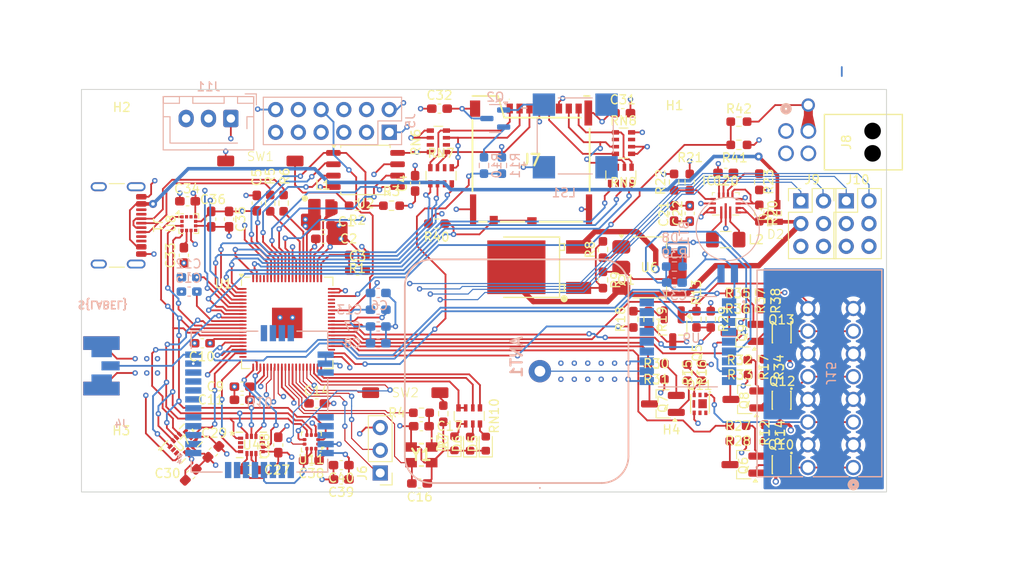
<source format=kicad_pcb>
(kicad_pcb (version 20241229) (generator "pcbnew") (generator_version "9.0")
  (layers (0 "F.Cu" signal) (4 "In1.Cu" signal) (6 "In2.Cu" signal) (2 "B.Cu" signal) (13 "F.Paste" user) (15 "B.Paste" user) (5 "F.SilkS" user "F.Silkscreen") (7 "B.SilkS" user "B.Silkscreen") (1 "F.Mask" user) (3 "B.Mask" user) (25 "Edge.Cuts" user))
  (net 0 "")
  (net 1 "+1V1")
  (net 2 "/LX")
  (net 3 "/AVDD")
  (net 4 "/XIN")
  (net 5 "Net-(C17-Pad2)")
  (net 6 "Net-(IC1-VAUX)")
  (net 7 "Net-(U8-C1)")
  (net 8 "VUSB")
  (net 9 "Net-(D1-K)")
  (net 10 "+BATT")
  (net 11 "PG")
  (net 12 "Net-(IC1-L1)")
  (net 13 "Net-(IC1-L2)")
  (net 14 "SYNC")
  (net 15 "Net-(IC1-FB)")
  (net 17 "D+")
  (net 18 "D-")
  (net 22 "Net-(J6-Pin_1)")
  (net 23 "Net-(J6-Pin_2)")
  (net 24 "Net-(J7-CLK)")
  (net 25 "/microSD/_DAT1")
  (net 26 "Net-(J7-DAT0)")
  (net 27 "/SD_detect")
  (net 28 "Net-(J7-CMD)")
  (net 29 "/GPIO42")
  (net 30 "/PWM3")
  (net 31 "/PWM1")
  (net 32 "/PWM4")
  (net 33 "/PWM2")
  (net 34 "/SCL_RADIO")
  (net 35 "/SDA_RADIO")
  (net 36 "Net-(J11-Pin_2)")
  (net 37 "/GPIO44")
  (net 38 "/GPIO41")
  (net 39 "/GPIO43")
  (net 40 "/Pyro/PYRO_LOW")
  (net 41 "/Pyro/PYRO3")
  (net 42 "/Pyro/PYRO4")
  (net 43 "/Pyro/PYRO2")
  (net 44 "/Pyro/PYRO1")
  (net 45 "Net-(Q1-B)")
  (net 46 "/Pyro/PYRO_HIGH")
  (net 47 "Net-(Q5-G)")
  (net 48 "Net-(Q6-S)")
  (net 49 "Net-(Q6-D)")
  (net 50 "Net-(Q6-G)")
  (net 51 "Net-(Q7-D)")
  (net 52 "Net-(Q7-G)")
  (net 53 "Net-(Q7-S)")
  (net 54 "Net-(Q8-D)")
  (net 55 "Net-(Q8-S)")
  (net 56 "Net-(Q8-G)")
  (net 57 "Net-(Q9-S)")
  (net 58 "Net-(Q9-D)")
  (net 59 "Net-(Q9-G)")
  (net 62 "Net-(Q10-G)")
  (net 68 "Net-(Q11-G)")
  (net 76 "Net-(Q12-G)")
  (net 83 "Net-(Q13-G)")
  (net 84 "/SS")
  (net 85 "/QSPI Flash/~{USB_BOOT}")
  (net 86 "/XOUT")
  (net 87 "Net-(U1-USB_DP)")
  (net 88 "Net-(U1-USB_DM)")
  (net 89 "Net-(R7-Pad2)")
  (net 90 "Net-(R8-Pad1)")
  (net 91 "Net-(R9-Pad1)")
  (net 92 "/PYRO_SENSE")
  (net 93 "/PYRO_ENABLE")
  (net 94 "/PYRO_FIRE_1")
  (net 95 "/PYRO_FIRE_2")
  (net 96 "/PYRO_FIRE_3")
  (net 97 "/PYRO_FIRE_4")
  (net 98 "/SD_DAT2")
  (net 101 "/SD_DAT3")
  (net 102 "/SD_CMD")
  (net 105 "/SD_DAT0")
  (net 106 "/SD_CLK")
  (net 108 "/SD_DAT1")
  (net 110 "/RESET")
  (net 111 "/SCLK")
  (net 112 "/IMU_INT2")
  (net 113 "/SD2")
  (net 114 "/IMU45_INT2")
  (net 115 "/SPI1.RX")
  (net 116 "Net-(D5-A)")
  (net 117 "/IMU_CS")
  (net 118 "/SPI1.CK")
  (net 119 "/MAG_CS")
  (net 120 "/IMU45_INT1")
  (net 121 "Net-(D6-A)")
  (net 122 "/IMU_INT1")
  (net 123 "/SD3")
  (net 124 "/SD0")
  (net 125 "/BARO_INT")
  (net 126 "/SPI1.TX")
  (net 127 "Net-(D7-A)")
  (net 128 "/BARO_CS")
  (net 129 "/IMU45_CS")
  (net 130 "/SD1")
  (net 131 "Net-(Q2-D)")
  (net 143 "Net-(Q2-G)")
  (net 144 "/BUZZ")
  (net 145 "/L_RED")
  (net 146 "/L_GREEN")
  (net 147 "/L_BLUE")
  (net 148 "+3V3")
  (net 149 "Net-(U9-RF_IN)")
  (net 152 "/RX_GPS")
  (net 154 "Net-(BT1-+)")
  (net 155 "/TX_GPS")
  (net 163 "Net-(D8-K)")
  (net 187 "ANT")
  (net 188 "/LoRa & GPS/SDA_RADIO")
  (net 189 "/LoRa & GPS/SCL_RADIO")
  (net 190 "Net-(J11-Pin_3)")
  (net 193 "/GPIO20")
  (net 194 "/BATT_SENSE")
  (net 195 "GND")
  (net 196 "/microSD/_DAT2")
  (net 197 "/microSD/_DAT3")
  (footprint "Resistor_SMD:R_0603_1608Metric_Pad0.98x0.95mm_HandSolder" (layer "F.Cu") (at 148.275 43.825 90)
    (property "Reference" "R23")
    (property "Value" "100k")
  )
  (footprint "Resistor_SMD:R_0603_1608Metric_Pad0.98x0.95mm_HandSolder" (layer "F.Cu") (at 130.8 51.4 90)
    (property "Reference" "R8")
    (property "Value" "200k")
  )
  (footprint "Resistor_SMD:R_Array_Convex_4x0603" (layer "F.Cu") (at 133.1 39.5)
    (property "Reference" "RN8")
    (property "Value" "24k")
  )
  (footprint "MountingHole:MountingHole_3.2mm_M3" (layer "F.Cu") (at 138.75 37.75)
    (property "Reference" "H1")
    (property "Value" "MountingHole")
  )
  (footprint "Package_SO:SOIC-8_5.3x5.3mm_P1.27mm" (layer "F.Cu") (at 104.25 42.5)
    (property "Reference" "U2")
    (property "Value" "W25Q128JVS")
  )
  (footprint "MountingHole:MountingHole_3.2mm_M3" (layer "F.Cu") (at 138.5 74)
    (property "Reference" "H4")
    (property "Value" "MountingHole")
  )
  (footprint "footprints:CONN_SD-105314-100_04_MOL" (layer "F.Cu") (at 152.019653 39.3979 90)
    (property "Reference" "J8")
    (property "Value" "1053141104")
  )
  (footprint "Resistor_SMD:R_0603_1608Metric_Pad0.98x0.95mm_HandSolder" (layer "F.Cu") (at 150.48 64.55 90)
    (property "Reference" "R34")
    (property "Value" "10k")
  )
  (footprint "ABM8-272-T3:ABM8272T3" (layer "F.Cu") (at 110.5 74.35 180)
    (property "Reference" "Y1")
    (property "Value" "12MHz" (hide yes))
  )
  (footprint "Connector_PinHeader_2.54mm:PinHeader_2x03_P2.54mm_Vertical" (layer "F.Cu") (at 152.92 45.96)
    (property "Reference" "J9")
    (property "Value" "Conn_02x03_Odd_Even")
  )
  (footprint "Capacitor_SMD:C_0603_1608Metric_Pad1.08x0.95mm_HandSolder" (layer "F.Cu") (at 91.300001 76.0437 180)
    (property "Reference" "C27")
    (property "Value" "100nF")
  )
  (footprint "LED_SMD:LED_0603_1608Metric" (layer "F.Cu") (at 114.2 73.0625 90)
    (property "Reference" "D7")
    (property "Value" "RED")
  )
  (footprint "Capacitor_SMD:C_0603_1608Metric_Pad1.08x0.95mm_HandSolder" (layer "F.Cu") (at 144.525 42.825)
    (property "Reference" "C20")
    (property "Value" "100 nF")
  )
  (footprint "Connector_PinHeader_2.54mm:PinHeader_1x03_P2.54mm_Vertical" (layer "F.Cu") (at 105.9 76.38 180)
    (property "Reference" "J6")
    (property "Value" "SWD")
  )
  (footprint "easyeda2kicad:DFN-6_L2.0-W2.0-P0.65-BL-EP-1" (layer "F.Cu") (at 150.759844 60.8245 180)
    (property "Reference" "Q13")
    (property "Value" "PJM09P30DF")
  )
  (footprint "Resistor_SMD:R_0603_1608Metric_Pad0.98x0.95mm_HandSolder" (layer "F.Cu") (at 145.86675 56.281406)
    (property "Reference" "R35")
    (property "Value" "1k")
  )
  (footprint "SDM2U30CSP:SDM2U30CSP" (layer "F.Cu") (at 150.1 48.3)
    (property "Reference" "D2")
    (property "Value" "D_Schottky_Small")
  )
  (footprint "Capacitor_SMD:C_0603_1608Metric_Pad1.08x0.95mm_HandSolder" (layer "F.Cu") (at 101.5375 77.1 180)
    (property "Reference" "C39")
    (property "Value" "10nF")
  )
  (footprint "Capacitor_SMD:C_0603_1608Metric_Pad1.08x0.95mm_HandSolder" (layer "F.Cu") (at 98.2 75 180)
    (property "Reference" "C38")
    (property "Value" "100nF")
  )
  (footprint "Capacitor_SMD:C_0603_1608Metric_Pad1.08x0.95mm_HandSolder" (layer "F.Cu") (at 89 48 -90)
    (property "Reference" "C35")
    (property "Value" "10u")
  )
  (footprint "Resistor_SMD:R_0603_1608Metric_Pad0.98x0.95mm_HandSolder" (layer "F.Cu") (at 138.75 43.8625 -90)
    (property "Reference" "R22")
    (property "Value" "150k")
  )
  (footprint "Resistor_SMD:R_0603_1608Metric_Pad0.98x0.95mm_HandSolder" (layer "F.Cu") (at 146.08 63.75)
    (property "Reference" "R32")
    (property "Value" "1k")
  )
  (footprint "Capacitor_SMD:C_0603_1608Metric_Pad1.08x0.95mm_HandSolder" (layer "F.Cu") (at 110.3 77.55 180)
    (property "Reference" "C16")
    (property "Value" "15p")
  )
  (footprint "TPS63070:TPS630701RNMR" (layer "F.Cu") (at 144.525 45.762 -90)
    (property "Reference" "IC1")
    (property "Value" "TPS630702RNMR" (hide yes))
  )
  (footprint "Capacitor_SMD:C_0603_1608Metric_Pad1.08x0.95mm_HandSolder" (layer "F.Cu") (at 140.5 47.3625 -90)
    (property "Reference" "C22")
    (property "Value" "3x22 uF")
  )
  (footprint "LSM6DSO32TR:LGA-14L_2P5X3X0P83_STM-M" (layer "F.Cu") (at 91.500001 73.2437)
    (property "Reference" "U4")
    (property "Value" "LSM6DSO32TR")
  )
  (footprint "5033981892:5033981892" (layer "F.Cu") (at 116.2125 34.235)
    (property "Reference" "J7")
    (property "Value" "503398-1892" (hide yes))
  )
  (footprint "Resistor_SMD:R_Array_Convex_4x0603" (layer "F.Cu") (at 115.85 70 -90)
    (property "Reference" "RN10")
    (property "Value" "220 Ohm")
  )
  (footprint "Capacitor_SMD:C_0603_1608Metric_Pad1.08x0.95mm_HandSolder" (layer "F.Cu") (at 90.4625 66.73)
    (property "Reference" "C9")
    (property "Value" "100n")
  )
  (footprint "Capacitor_SMD:C_0603_1608Metric_Pad1.08x0.95mm_HandSolder" (layer "F.Cu") (at 99.5625 50.2)
    (property "Reference" "C2")
    (property "Value" "4.7u")
  )
  (footprint "Resistor_SMD:R_0603_1608Metric_Pad0.98x0.95mm_HandSolder" (layer "F.Cu") (at 135.9 59.2 90)
    (property "Reference" "R19")
    (property "Value" "10k")
  )
  (footprint "Capacitor_SMD:C_0603_1608Metric_Pad1.08x0.95mm_HandSolder" (layer "F.Cu") (at 138.75 47.3625 90)
    (property "Reference" "C21")
    (property "Value" "10 uF")
  )
  (footprint "Resistor_SMD:R_Array_Convex_4x0603" (layer "F.Cu") (at 112.4 39.3 180)
    (property "Reference" "RN6")
    (property "Value" "24k")
  )
  (footprint "Inductor_SMD:L_1206_3216Metric_Pad1.42x1.75mm_HandSolder" (layer "F.Cu") (at 144.525 50.2875)
    (property "Reference" "L2")
    (property "Value" "1.5 uH")
  )
  (footprint "Capacitor_SMD:C_0603_1608Metric_Pad1.08x0.95mm_HandSolder" (layer "F.Cu") (at 103.3625 53.75 180)
    (property "Reference" "C3")
    (property "Value" "4.7u")
  )
  (footprint "Resistor_SMD:R_0603_1608Metric_Pad0.98x0.95mm_HandSolder" (layer "F.Cu") (at 140.25 65.15625 90)
    (property "Reference" "R15")
    (property "Value" "1k")
  )
  (footprint "Capacitor_SMD:C_0603_1608Metric_Pad1.08x0.95mm_HandSolder" (layer "F.Cu") (at 99.5375 48.6875)
    (property "Reference" "C1")
    (property "Value" "4.7u")
  )
  (footprint "easyeda2kicad:DFN-6_L2.0-W2.0-P0.65-BL-EP-1" (layer "F.Cu") (at 141.63 68.65625 180)
    (property "Reference" "Q11")
    (property "Value" "PJM09P30DF")
  )
  (footprint "Package_TO_SOT_SMD:SOT-23_Handsoldering" (layer "F.Cu") (at 146.611844 68.154346 180)
    (property "Reference" "Q8")
    (property "Value" "NMOS")
  )
  (footprint "LED_SMD:LED_0603_1608Metric" (layer "F.Cu") (at 115.95 73.1 90)
    (property "Reference" "D6")
    (property "Value" "GREEN")
  )
  (footprint "Resistor_SMD:R_0603_1608Metric_Pad0.98x0.95mm_HandSolder" (layer "F.Cu") (at 112.2 48.5)
    (property "Reference" "R40")
    (property "Value" "10k")
  )
  (footprint "Connector_PinHeader_2.54mm:PinHeader_2x03_P2.54mm_Vertical" (layer "F.Cu") (at 158 45.96)
    (property "Reference" "J10")
    (property "Value" "Conn_02x03_Odd_Even")
  )
  (footprint "Resistor_SMD:R_0603_1608Metric_Pad0.98x0.95mm_HandSolder" (layer "F.Cu") (at 148.78 64.5625 90)
    (property "Reference" "R17")
    (property "Value" "1k")
  )
  (footprint "Resistor_SMD:R_0603_1608Metric_Pad0.98x0.95mm_HandSolder" (layer "F.Cu") (at 136.75 64.15625)
    (property "Reference" "R30")
    (property "Value" "1k")
  )
  (footprint "TSB008:TSB008" (layer "F.Cu") (at 92.5 41.5)
    (property "Reference" "SW1")
    (property "Value" "BOOTSEL")
  )
  (footprint "Resistor_SMD:R_0603_1608Metric_Pad0.98x0.95mm_HandSolder" (layer "F.Cu") (at 140.5 43.8625 90)
    (property "Reference" "R21")
    (property "Value" "470k")
  )
  (footprint "Resistor_SMD:R_0603_1608Metric_Pad0.98x0.95mm_HandSolder" (layer "F.Cu") (at 95.1 46.2125 90)
    (property "Reference" "R6")
    (property "Value" "27")
  )
  (footprint "Package_DFN_QFN:QFN-80-1EP_10x10mm_P0.4mm_EP3.4x3.4mm" (layer "F.Cu") (at 95.5 59.6)
    (property "Reference" "U1")
    (property "Value" "RP2350B-QFN80")
  )
  (footprint "Resistor_SMD:R_0603_1608Metric_Pad0.98x0.95mm_HandSolder" (layer "F.Cu") (at 148.9 71.9 90)
    (property "Reference" "R12")
    (property "Value" "1k")
  )
  (footprint "MountingHole:MountingHole_3.2mm_M3" (layer "F.Cu") (at 77 74)
    (property "Reference" "H3")
    (property "Value" "MountingHole")
  )
  (footprint "Capacitor_SMD:C_0603_1608Metric_Pad1.08x0.95mm_HandSolder" (layer "F.Cu") (at 86.0125 61.875)
    (property "Reference" "C10")
    (property "Value" "100n")
  )
  (footprint "Resistor_SMD:R_0603_1608Metric_Pad0.98x0.95mm_HandSolder" (layer "F.Cu") (at 150.11675 57.131406 90)
    (property "Reference" "R38")
    (property "Value" "10k")
  )
  (footprint "Capacitor_SMD:C_0603_1608Metric_Pad1.08x0.95mm_HandSolder" (layer "F.Cu") (at 112.525 35.65 180)
    (property "Reference" "C32")
    (property "Value" "10uF")
  )
  (footprint "easyeda2kicad:DFN-6_L2.0-W2.0-P0.65-BL-EP-1" (layer "F.Cu") (at 150.751844 75.444 180)
    (property "Reference" "Q10")
    (property "Value" "PJM09P30DF" (hide yes))
  )
  (footprint "Resistor_SMD:R_0603_1608Metric_Pad0.98x0.95mm_HandSolder" (layer "F.Cu") (at 112.95 69.75 90)
    (property "Reference" "R7")
    (property "Value" "1k")
  )
  (footprint "Resistor_SMD:R_0603_1608Metric_Pad0.98x0.95mm_HandSolder" (layer "F.Cu") (at 150.6 71.9 90)
    (property "Reference" "R14")
    (property "Value" "10k")
  )
  (footprint "Resistor_SMD:R_Array_Convex_4x0603" (layer "F.Cu") (at 132.8 43.1 -90)
    (property "Reference" "RN9")
    (property "Value" "47")
  )
  (footprint "Capacitor_SMD:C_0603_1608Metric_Pad1.08x0.95mm_HandSolder" (layer "F.Cu") (at 98.8 68.6 180)
    (property "Reference" "C14")
    (property "Value" "100n")
  )
  (footprint "AOTA B201610S3R3-101-T:L_AOTA-B201610S3R3-101-T_MCH" (layer "F.Cu") (at 99.475 46.6875)
    (property "Reference" "L1")
    (property "Value" "3.3u directional" (hide yes))
  )
  (footprint "Capacitor_SMD:C_0603_1608Metric_Pad1.08x0.95mm_HandSolder" (layer "F.Cu") (at 90.4625 68.2)
    (property "Reference" "C11")
    (property "Value" "100n")
  )
  (footprint "Package_TO_SOT_SMD:SOT-223-3_TabPin2" (layer "F.Cu") (at 136 53.4)
    (property "Reference" "U6")
    (property "Value" "LT3092xST")
  )
  (footprint "SDM2U30CSP:SDM2U30CSP" (layer "F.Cu") (at 150.3 46.6815 90)
    (property "Reference" "D1")
    (property "Value" "D_Schottky_Small")
  )
  (footprint "Resistor_SMD:R_0603_1608Metric_Pad0.98x0.95mm_HandSolder" (layer "F.Cu") (at 148.39675 57.131406 90)
    (property "Reference" "R37")
    (property "Value" "1k")
  )
  (footprint "Resistor_SMD:R_0603_1608Metric_Pad0.98x0.95mm_HandSolder" (layer "F.Cu") (at 130.8 54.8 -90)
    (property "Reference" "R9")
    (property "Value" "100")
  )
  (footprint "Package_LGA:ST_HLGA-10_2x2mm_P0.5mm_LayoutBorder3x2y" (layer "F.Cu") (at 98.2 72.9 180)
    (property "Reference" "U11")
    (property "Value" "LPS22DF")
  )
  (footprint "Capacitor_SMD:C_0603_1608Metric_Pad1.08x0.95mm_HandSolder" (layer "F.Cu") (at 84.3625 46 180)
    (property "Reference" "C34")
    (property "Value" "100n")
  )
  (footprint "LSM6DSO32TR:LGA-14L_2P5X3X0P83_STM-M" (layer "F.Cu") (at 83.8 73.1 45)
    (property "Reference" "U7")
    (property "Value" "LSM6DSO32TR")
  )
  (footprint "Resistor_SMD:R_0603_1608Metric_Pad0.98x0.95mm_HandSolder" (layer "F.Cu") (at 107.1625 46.5 180)
    (property "Reference" "R3")
    (property "Value" "10k")
  )
  (footprint "Capacitor_SMD:C_0603_1608Metric_Pad1.08x0.95mm_HandSolder" (layer "F.Cu") (at 87 48 90)
    (property "Reference" "C36")
    (property "Value" "100n")
  )
  (footprint "Resistor_SMD:R_0603_1608Metric_Pad0.98x0.95mm_HandSolder" (layer "F.Cu") (at 145.9 71.1)
    (property "Reference" "R27")
    (property "Value" "1k")
  )
  (footprint "Resistor_SMD:R_0603_1608Metric_Pad0.98x0.95mm_HandSolder" (layer "F.Cu") (at 110.5125 69.65)
    (property "Reference" "R4")
    (property "Value" "1k")
  )
  (footprint "Capacitor_SMD:C_0603_1608Metric_Pad1.08x0.95mm_HandSolder" (layer "F.Cu") (at 84.719999 76.5763 -135)
    (property "Reference" "C30")
    (property "Value" "100nF")
  )
  (footprint "LED_SMD:LED_0603_1608Metric" (layer "F.Cu") (at 117.7 73.1 90)
    (property "Reference" "D5")
    (property "Value" "BLUE")
  )
  (footprint "Capacitor_SMD:C_0603_1608Metric_Pad1.08x0.95mm_HandSolder" (layer "F.Cu") (at 110.5 71.15)
    (property "Reference" "C17")
    (property "Value" "15p")
  )
  (footprint "Resistor_SMD:R_Array_Convex_4x0603" (layer "F.Cu") (at 112.7 43.15 -90)
    (property "Reference" "RN7")
    (property "Value" "47")
  )
  (footprint "Resistor_SMD:R_0603_1608Metric_Pad0.98x0.95mm_HandSolder" (layer "F.Cu") (at 103.3375 52)
    (property "Reference" "R1")
    (property "Value" "33")
  )
  (footprint "Resistor_SMD:R_0603_1608Metric_Pad0.98x0.95mm_HandSolder" (layer "F.Cu") (at 136.75 65.90625 180)
    (property "Reference" "R31")
    (property "Value" "10k")
  )
  (footprint "Resistor_SMD:R_0603_1608Metric_Pad0.98x0.95mm_HandSolder" (layer "F.Cu") (at 134.2 59.2 90)
    (property "Reference" "R18")
    (property "Value" "1k")
  )
  (footprint "Resistor_SMD:R_0603_1608Metric_Pad0.98x0.95mm_HandSolder" (layer "F.Cu") (at 141.25 59.2 90)
    (property "Reference" "R13")
    (property "Value" "40k")
  )
  (footprint "easyeda2kicad:TO-252-2_L6.5-W6.1-P4.58-LS10.0-TL" (layer "F.Cu") (at 124.6 53.4 180)
    (property "Reference" "Q1")
    (property "Value" "MJD44H11T4G")
  )
  (footprint "easyeda2kicad:DFN-6_L2.0-W2.0-P0.65-BL-EP-1" (layer "F.Cu") (at 150.75 68.25 180)
    (property "Reference" "Q12")
    (property "Value" "PJM09P30DF")
  )
  (footprint "Package_TO_SOT_SMD:SOT-23_Handsoldering" (layer "F.Cu") (at 146.412 60.712 180)
    (property "Reference" "Q9")
    (property "Value" "NMOS")
  )
  (footprint "Resistor_SMD:R_0603_1608Metric_Pad0.98x0.95mm_HandSolder" (layer "F.Cu") (at 103.3375 46.5)
    (property "Reference" "R2")
    (property "Value" "1k")
  )
  (footprint "Package_LGA:LGA-12_2x2mm_P0.5mm" (layer "F.Cu") (at 84.5 48.5)
    (property "Reference" "U8")
    (property "Value" "LIS2MDL")
  )
  (footprint "Capacitor_SMD:C_0603_1608Metric_Pad1.08x0.95mm_HandSolder" (layer "F.Cu") (at 109.8 44 90)
    (property "Reference" "C4")
    (property "Value" "100n")
  )
  (footprint "Package_TO_SOT_SMD:SOT-23_Handsoldering" (layer "F.Cu") (at 138.6 60.2 -90)
    (property "Reference" "Q5")
    (property "Value" "NMOS")
  )
  (footprint "Package_TO_SOT_SMD:SOT-23_Handsoldering" (layer "F.Cu") (at 146.501844 75.444 180)
    (property "Reference" "Q6")
    (property "Value" "NMOS")
  )
  (footprint "Resistor_SMD:R_0603_1608Metric_Pad0.98x0.95mm_HandSolder" (layer "F.Cu") (at 145.86675 58.031406 180)
    (property "Reference" "R36")
    (property "Value" "10k")
  )
  (footprint "Resistor_SMD:R_0603_1608Metric_Pad0.98x0.95mm_HandSolder" (layer "F.Cu") (at 146 37.1)
    (property "Reference" "R42")
    (property "Value" "40k")
  )
  (footprint "Resistor_SMD:R_0603_1608Metric_Pad0.98x0.95mm_HandSolder" (layer "F.Cu") (at 148.275 47.325 -90)
    (property "Reference" "R20")
    (property "Value" "10k")
  )
  (footprint "Connector_USB:USB_C_Receptacle_GCT_USB4105-xx-A_16P_TopMnt_Horizontal" (layer "F.Cu") (at 75.51 48.7 -90)
    (property "Reference" "J1")
    (property "Value" "USB_C_Receptacle_USB2.0_16P")
  )
  (footprint "Resistor_SMD:R_0603_1608Metric_Pad0.98x0.95mm_HandSolder" (layer "F.Cu") (at 146.111844 65.404346 180)
    (property "Reference" "R33")
    (property "Value" "10k")
  )
  (footprint "Capacitor_SMD:C_0603_1608Metric_Pad1.08x0.95mm_HandSolder" (layer "F.Cu") (at 87.249999 74.0163 45)
    (property "Reference" "C29")
    (property "Value" "100nF")
  )
  (footprint "Resistor_SMD:R_0603_1608Metric_Pad0.98x0.95mm_HandSolder" (layer "F.Cu") (at 145.9 72.8 180)
    (property "Reference" "R28")
    (property "Value" "10k")
  )
  (footprint "Resistor_SMD:R_0603_1608Metric_Pad0.98x0.95mm_HandSolder" (layer "F.Cu") (at 146 39.7 180)
    (property "Reference" "R41")
    (property "Value" "10k")
  )
  (footprint "Package_TO_SOT_SMD:SOT-23_Handsoldering" (layer "F.Cu") (at 137.5 68.65625 180)
    (property "Reference" "Q7")
    (property "Value" "NMOS")
  )
  (footprint "Capacitor_SMD:C_0603_1608Metric_Pad1.08x0.95mm_HandSolder" (layer "F.Cu") (at 94.500001 73.2437 -90)
    (property "Reference" "C28")
    (property "Value" "100nF")
  )
  (footprint "Resistor_SMD:R_0603_1608Metric_Pad0.98x0.95mm_HandSolder" (layer "F.Cu") (at 93.6 46.2125 90)
    (property "Reference" "R5")
    (property "Value" "27")
  )
  (footprint "TSB008:TSB008" (layer "F.Cu") (at 108.7 67.4 180)
    (property "Reference" "SW2")
    (property "Value" "RESET")
  )
  (footprint "Capacitor_SMD:C_0603_1608Metric_Pad1.08x0.95mm_HandSolder" (layer "F.Cu") (at 92.1 46.2125 -90)
    (property "Reference" "C5")
    (property "Value" "100n")
  )
  (footprint "Capacitor_SMD:C_0603_1608Metric_Pad1.08x0.95mm_HandSolder" (layer "F.Cu") (at 133.0125 36.15 180)
    (property "Reference" "C31")
    (property "Value" "100nF")
  )
  (footprint "Resistor_SMD:R_0603_1608Metric_Pad0.98x0.95mm_HandSolder" (layer "F.Cu") (at 141.85 65.15625 90)
    (property "Reference" "R16")
    (property "Value" "10k")
  )
  (footprint "Capacitor_SMD:C_0603_1608Metric_Pad1.08x0.95mm_HandSolder" (layer "F.Cu") (at 83.95 52.05 -90)
    (property "Reference" "C33")
    (property "Value" "220n")
  )
  (footprint "MountingHole:MountingHole_3.2mm_M3" (layer "F.Cu") (at 77 38)
    (property "Reference" "H2")
    (property "Value" "MountingHole")
  )
  (footprint "Capacitor_SMD:C_0603_1608Metric_Pad1.08x0.95mm_HandSolder" (layer "F.Cu") (at 101.5375 75.5 180)
    (property "Reference" "C40")
    (property "Value" "100nF")
  )
  (footprint "Resistor_SMD:R_0603_1608Metric_Pad0.98x0.95mm_HandSolder" (layer "F.Cu") (at 142.85 59.2 -90)
    (property "Reference" "R29")
    (property "Value" "10k")
  )
  (footprint "Resistor_SMD:R_0603_1608Metric_Pad0.98x0.95mm_HandSolder" (layer "B.Cu") (at 117.5 42 90)
    (property "Reference" "R10")
    (property "Value" "100")
  )
  (footprint "Connector_JST:JST_XH_B3B-XH-AM_1x03_P2.50mm_Vertical" (layer "B.Cu") (at 89.2 36.75 180)
    (property "Reference" "J11")
    (property "Value" "Conn_UART_1")
  )
  (footprint "Package_TO_SOT_SMD:SOT-23" (layer "B.Cu") (at 118.7625 36.75 180)
    (property "Reference" "Q2")
    (property "Value" "NMOS")
  )
  (footprint "Connector_PinHeader_2.54mm:PinHeader_2x06_P2.54mm_Vertical" (layer "B.Cu") (at 106.91 38.29 90)
    (property "Reference" "J5")
    (property "Value" "Conn_02x06_Counter_Clockwise")
  )
  (footprint "sma_connector:SMA_EDGE__UFL" (layer "B.Cu") (at 72.702 64.4)
    (property "Reference" "J4")
    (property "Value" "Conn_Coaxial")
  )
  (footprint "Resistor_SMD:R_0603_1608Metric_Pad0.98x0.95mm_HandSolder" (layer "B.Cu") (at 119.5 42 -90)
    (property "Reference" "R11")
    (property "Value" "10K")
  )
  (footprint "ul_RAK3172:RAK3172_RAK" (layer "B.Cu") (at 92.4 68.4)
    (property "Reference" "U10")
    (property "Value" "RAK3172")
  )
  (footprint "Capacitor_SMD:C_0603_1608Metric_Pad1.08x0.95mm_HandSolder" (layer "B.Cu") (at 105.675 58.125)
    (property "Reference" "C13")
    (property "Value" "100n")
  )
  (footprint "TESEO_LIV4F:XCVR_TESEO-LIV4F" (layer "B.Cu") (at 140.3 61.7 180)
    (property "Reference" "U9")
    (property "Value" "TESEO-LIV4F")
  )
  (footprint "DB141R-2-54-8:CONN16_DB141R_DIO" (layer "B.Cu") (at 158.795301 75.769599 90)
    (property "Reference" "J15")
    (property "Value" "DB141R-2.54-8P-GN")
  )
  (footprint "Diode_SMD:D_0603_1608Metric_Pad1.05x0.95mm_HandSolder" (layer "B.Cu") (at 138.7875 51.5 180)
    (property "Reference" "D8")
    (property "Value" "D_Schottky_Small")
  )
  (footprint "Battery:BatteryHolder_Seiko_MS621F" (layer "B.Cu") (at 144.75 54.1 -90)
    (property "Reference" "BT1")
    (property "Value" "Battery_Cell")
  )
  (footprint "Capacitor_SMD:C_0603_1608Metric_Pad1.08x0.95mm_HandSolder" (layer "B.Cu") (at 105.675 56.25)
    (property "Reference" "C6")
    (property "Value" "100n")
  )
  (footprint "Capacitor_SMD:C_0603_1608Metric_Pad1.08x0.95mm_HandSolder" (layer "B.Cu") (at 105.675 60)
    (property "Reference" "C7")
    (property "Value" "100n")
  )
  (footprint "Capacitor_SMD:C_0603_1608Metric_Pad1.08x0.95mm_HandSolder" (layer "B.Cu") (at 105.675 61.875)
    (property "Reference" "C8")
    (property "Value" "100n")
  )
  (footprint "CMT-8503-85B-SMT-TR:XDCR_CMT-8503-85B-SMT-TR" (layer "B.Cu") (at 127.7 38.7)
    (property "Reference" "LS1")
    (property "Value" "CMT-8503-85B-SMT-TR")
  )
  (footprint "antenna_GPS:AANIPP0055" (layer "B.Cu") (at 123.75 65 90)
    (property "Reference" "ANT1")
    (property "Value" "AANI-PP-0055" (hide yes))
  )
  (footprint "Capacitor_SMD:C_0603_1608Metric_Pad1.08x0.95mm_HandSolder" (layer "B.Cu") (at 84.5375 56.1)
    (property "Reference" "C15")
    (property "Value" "100n")
  )
  (footprint "Capacitor_SMD:C_0603_1608Metric_Pad1.08x0.95mm_HandSolder" (layer "B.Cu") (at 84.5375 54.5)
    (property "Reference" "C12")
    (property "Value" "100n")
  )
  (footprint "Resistor_SMD:R_0603_1608Metric_Pad0.98x0.95mm_HandSolder" (layer "B.Cu") (at 138.7875 53.3 180)
    (property "Reference" "R39")
    (property "Value" "47k")
  )
  (footprint "Capacitor_SMD:C_0603_1608Metric_Pad1.08x0.95mm_HandSolder" (layer "B.Cu") (at 138.7875 55.1)
    (property "Reference" "C37")
    (property "Value" "100nF")
  )
  (gr_line (start 157.5 32) (end 157.5 31) (stroke (width 0.2)) (layer "B.Cu"))
  (gr_rect (start 72.5 33.5) (end 162.5 78.5) (stroke (width 0.1)) (fill no) (layer "Edge.Cuts"))
  (segment (start 98.6749 46.9001) (end 97.5375 48.0375) (width 0.2) (layer "F.Cu") (net 1))
  (segment (start 103.4 59) (end 103 59.4) (width 0.2) (layer "F.Cu") (net 1))
  (segment (start 97.8 68.114067) (end 97.8 68.4625) (width 0.2) (layer "F.Cu") (net 1))
  (segment (start 97.8 68.4625) (end 97.9375 68.6) (width 0.2) (layer "F.Cu") (net 1))
  (segment (start 97.6375 48.6875) (end 97.5375 48.7875) (width 0.2) (layer "F.Cu") (net 1))
  (segment (start 85.4 57.7) (end 87.1 59.4) (width 0.2) (layer "F.Cu") (net 1))
  (segment (start 97.7 49.6625) (end 97.7 54.65) (width 0.2) (layer "F.Cu") (net 1))
  (segment (start 98.675 48.6875) (end 97.6375 48.6875) (width 0.2) (layer "F.Cu") (net 1))
  (segment (start 98.675 48.6875) (end 97.7 49.6625) (width 0.2) (layer "F.Cu") (net 1))
  (segment (start 98.6749 46.6875) (end 98.6749 46.9001) (width 0.2) (layer "F.Cu") (net 1))
  (segment (start 96.1 64.55) (end 96.1 66.414066) (width 0.2) (layer "F.Cu") (net 1))
  (segment (start 106.1 59) (end 103.4 59) (width 0.2) (layer "F.Cu") (net 1))
  (segment (start 87.1 59.4) (end 90.55 59.4) (width 0.2) (layer "F.Cu") (net 1))
  (segment (start 85.3575 56.1425) (end 85.4 56.1) (width 0.2) (layer "F.Cu") (net 1))
  (segment (start 96.1 66.414066) (end 97.8 68.114067) (width 0.2) (layer "F.Cu") (net 1))
  (segment (start 103 59.4) (end 100.45 59.4) (width 0.2) (layer "F.Cu") (net 1))
  (segment (start 85.4 56.1) (end 85.4 57.7) (width 0.2) (layer "F.Cu") (net 1))
  (via (at 85.4 56.1) (size 0.6) (drill 0.3) (layers "F.Cu" "B.Cu") (net 1))
  (via (at 97.5375 48.0375) (size 0.6) (drill 0.3) (layers "F.Cu" "B.Cu") (net 1))
  (via (at 97.5375 48.7875) (size 0.6) (drill 0.3) (layers "F.Cu" "B.Cu") (net 1))
  (via (at 106.1 59) (size 0.6) (drill 0.3) (layers "F.Cu" "B.Cu") (net 1))
  (segment (start 106.1 59) (end 106.5375 58.5625) (width 0.2) (layer "B.Cu") (net 1))
  (segment (start 85.7 56.16) (end 85.7 56.3) (width 0.2) (layer "B.Cu") (net 1))
  (segment (start 106.5375 58.5625) (end 106.5375 58.125) (width 0.2) (layer "B.Cu") (net 1))
  (segment (start 85.4575 55.9175) (end 85.7 56.16) (width 0.2) (layer "B.Cu") (net 1))
  (segment (start 106.5375 58.125) (end 106.5375 58.25) (width 0.2) (layer "B.Cu") (net 1))
  (segment (start 99.5135 50.9865) (end 98.5 52) (width 0.2) (layer "F.Cu") (net 2))
  (segment (start 99.5135 48.268366) (end 99.5135 50.9865) (width 0.2) (layer "F.Cu") (net 2))
  (segment (start 98.5 52) (end 98.5 54.65) (width 0.2) (layer "F.Cu") (net 2))
  (segment (start 100.2751 46.6875) (end 100.2751 47.506766) (width 0.2) (layer "F.Cu") (net 2))
  (segment (start 100.2751 47.506766) (end 99.5135 48.268366) (width 0.2) (layer "F.Cu") (net 2))
  (segment (start 102.425 52) (end 102.425 53.675) (width 0.2) (layer "F.Cu") (net 3))
  (segment (start 99.3 52.95) (end 100.25 52) (width 0.2) (layer "F.Cu") (net 3))
  (segment (start 100.25 52) (end 102.425 52) (width 0.2) (layer "F.Cu") (net 3))
  (segment (start 102.425 53.675) (end 102.5 53.75) (width 0.2) (layer "F.Cu") (net 3))
  (segment (start 99.3 54.65) (end 99.3 52.95) (width 0.2) (layer "F.Cu") (net 3))
  (segment (start 108.225 75.225) (end 109.35 75.225) (width 0.125) (layer "F.Cu") (net 4))
  (segment (start 106.326 69.726) (end 107.5 70.9) (width 0.125) (layer "F.Cu") (net 4))
  (segment (start 107.5 70.9) (end 107.5 74.5) (width 0.125) (layer "F.Cu") (net 4))
  (segment (start 97.349864 69.726) (end 106.326 69.726) (width 0.125) (layer "F.Cu") (net 4))
  (segment (start 107.5 74.5) (end 108.225 75.225) (width 0.125) (layer "F.Cu") (net 4))
  (segment (start 109.4375 77.55) (end 109.4375 75.3125) (width 0.2) (layer "F.Cu") (net 4))
  (segment (start 96.8105 69.186636) (end 97.349864 69.726) (width 0.125) (layer "F.Cu") (net 4))
  (segment (start 96.8105 68.1105) (end 96.8105 69.186636) (width 0.125) (layer "F.Cu") (net 4))
  (segment (start 109.4375 75.3125) (end 109.35 75.225) (width 0.2) (layer "F.Cu") (net 4))
  (segment (start 95.3 64.55) (end 95.3 66.6) (width 0.125) (layer "F.Cu") (net 4))
  (segment (start 95.3 66.6) (end 96.8105 68.1105) (width 0.125) (layer "F.Cu") (net 4))
  (segment (start 111.3625 69.7125) (end 111.425 69.65) (width 0.2) (layer "F.Cu") (net 5))
  (segment (start 111.65 73.475) (end 111.65 71.4375) (width 0.2) (layer "F.Cu") (net 5))
  (segment (start 111.65 71.4375) (end 111.3625 71.15) (width 0.2) (layer "F.Cu") (net 5))
  (segment (start 111.3625 71.15) (end 111.3625 69.7125) (width 0.2) (layer "F.Cu") (net 5))
  (segment (start 144.275 45.324) (end 144.275 43.9375) (width 0.2) (layer "F.Cu") (net 6))
  (segment (start 144.275 43.9375) (end 145.3875 42.825) (width 0.2) (layer "F.Cu") (net 6))
  (segment (start 84.25 49.2625) (end 84.25 50.525) (width 0.2) (layer "F.Cu") (net 7))
  (segment (start 84.25 50.525) (end 83.775 51) (width 0.2) (layer "F.Cu") (net 7))
  (segment (start 79.19 46.3) (end 78.615001 46.3) (width 0.2) (layer "F.Cu") (net 8))
  (segment (start 78.731176 51.1) (end 79.19 51.1) (width 0.2) (layer "F.Cu") (net 8))
  (segment (start 77.913 50.281824) (end 78.731176 51.1) (width 0.2) (layer "F.Cu") (net 8))
  (segment (start 150.3 43.1) (end 150.3 46.4) (width 0.4) (layer "F.Cu") (net 8))
  (segment (start 77.913 47.002001) (end 77.913 50.281824) (width 0.2) (layer "F.Cu") (net 8))
  (segment (start 78.615001 46.3) (end 77.913 47.002001) (width 0.2) (layer "F.Cu") (net 8))
  (segment (start 148.2 41) (end 150.3 43.1) (width 0.4) (layer "F.Cu") (net 8))
  (segment (start 80.5 46.3) (end 79.19 46.3) (width 0.4) (layer "F.Cu") (net 8))
  (via (at 148.2 41) (size 0.9) (drill 0.4) (layers "F.Cu" "B.Cu") (net 8))
  (via (at 80.5 46.3) (size 0.9) (drill 0.4) (layers "F.Cu" "B.Cu") (net 8))
  (segment (start 84.436318 42.363682) (end 98.563682 42.363682) (width 0.4) (layer "B.Cu") (net 8))
  (segment (start 139.045512 43.699) (end 140.499 43.699) (width 0.4) (layer "B.Cu") (net 8))
  (segment (start 112.990364 43.899) (end 113.790364 44.699) (width 0.4) (layer "B.Cu") (net 8))
  (segment (start 100.099 43.899) (end 112.990364 43.899) (width 0.4) (layer "B.Cu") (net 8))
  (segment (start 98.563682 42.363682) (end 100.099 43.899) (width 0.4) (layer "B.Cu") (net 8))
  (segment (start 143.2 41) (end 148.2 41) (width 0.4) (layer "B.Cu") (net 8))
  (segment (start 113.790364 44.699) (end 138.045512 44.699) (width 0.4) (layer "B.Cu") (net 8))
  (segment (start 140.499 43.699) (end 140.5 43.7) (width 0.4) (layer "B.Cu") (net 8))
  (segment (start 138.045512 44.699) (end 139.045512 43.699) (width 0.4) (layer "B.Cu") (net 8))
  (segment (start 80.5 46.3) (end 84.436318 42.363682) (width 0.4) (layer "B.Cu") (net 8))
  (segment (start 140.5 43.7) (end 143.2 41) (width 0.4) (layer "B.Cu") (net 8))
  (segment (start 149.206 47.3065) (end 150.3 47.3065) (width 0.4) (layer "F.Cu") (net 9))
  (segment (start 148.275 48.2375) (end 149.206 47.3065) (width 0.4) (layer "F.Cu") (net 9))
  (segment (start 149.419 48.2375) (end 149.4815 48.3) (width 0.4) (layer "F.Cu") (net 9))
  (segment (start 146.95 47.25) (end 145.925 47.25) (width 0.2) (layer "F.Cu") (net 9))
  (segment (start 147.9375 48.2375) (end 148.275 48.2375) (width 0.2) (layer "F.Cu") (net 9))
  (segment (start 147 47.3) (end 146.95 47.25) (width 0.2) (layer "F.Cu") (net 9))
  (segment (start 148.275 48.2375) (end 149.419 48.2375) (width 0.4) (layer "F.Cu") (net 9))
  (segment (start 146.65 46.95) (end 147.9375 48.2375) (width 0.2) (layer "F.Cu") (net 9))
  (segment (start 145.925 46.75) (end 146.45 46.75) (width 0.2) (layer "F.Cu") (net 9))
  (segment (start 146.45 46.75) (end 146.65 46.95) (width 0.2) (layer "F.Cu") (net 9))
  (segment (start 148.2 37.1) (end 150.05 35.25) (width 0.2) (layer "F.Cu") (net 10))
  (segment (start 132.85 55.7) (end 133.55 56.4) (width 0.6) (layer "F.Cu") (net 10))
  (segment (start 133.55 56.4) (end 140.2 56.4) (width 0.6) (layer "F.Cu") (net 10))
  (segment (start 152.72 48.3) (end 152.92 48.5) (width 0.4) (layer "F.Cu") (net 10))
  (segment (start 143.4 53.2) (end 148.22 53.2) (width 0.6) (layer "F.Cu") (net 10))
  (segment (start 146.9125 37.1) (end 148.2 37.1) (width 0.2) (layer "F.Cu") (net 10))
  (segment (start 150.3935 48.3) (end 152.72 48.3) (width 0.4) (layer "F.Cu") (net 10))
  (segment (start 153.764452 35.264452) (end 153.75 35.25) (width 1) (layer "F.Cu") (net 10))
  (segment (start 123.01645 57.21645) (end 131.33355 57.21645) (width 0.6) (layer "F.Cu") (net 10))
  (segment (start 131.33355 57.21645) (end 132.85 55.7) (width 0.6) (layer "F.Cu") (net 10))
  (segment (start 148.22 53.2) (end 152.92 48.5) (width 0.6) (layer "F.Cu") (net 10))
  (segment (start 121.12 55.32) (end 123.01645 57.21645) (width 0.6) (layer "F.Cu") (net 10))
  (segment (start 153.764452 38.1447) (end 153.764452 35.264452) (width 1) (layer "F.Cu") (net 10))
  (segment (start 150.05 35.25) (end 153.75 35.25) (width 0.2) (layer "F.Cu") (net 10))
  (segment (start 121.12 53.38) (end 121.12 55.32) (width 0.6) (layer "F.Cu") (net 10))
  (segment (start 140.2 56.4) (end 143.4 53.2) (width 0.6) (layer "F.Cu") (net 10))
  (via (at 153.75 35.25) (size 1.5) (drill 1) (layers "F.Cu" "B.Cu") (net 10))
  (segment (start 146.619366 42.9125) (end 148.275 42.9125) (width 0.2) (layer "F.Cu") (net 11))
  (segment (start 144.775 45.324) (end 144.775 44.756866) (width 0.2) (layer "F.Cu") (net 11))
  (segment (start 144.775 44.756866) (end 146.619366 42.9125) (width 0.2) (layer "F.Cu") (net 11))
  (segment (start 145.025 47.25) (end 145.025 48.2875) (width 0.2) (layer "F.Cu") (net 12))
  (segment (start 145.025 48.2875) (end 146.0125 49.275) (width 0.2) (layer "F.Cu") (net 12))
  (segment (start 146.0125 49.275) (end 146.0125 50.2875) (width 0.2) (layer "F.Cu") (net 12))
  (segment (start 144.025 47.25) (end 144.025 48.2875) (width 0.2) (layer "F.Cu") (net 13))
  (segment (start 144.025 48.2875) (end 143.0375 49.275) (width 0.2) (layer "F.Cu") (net 13))
  (segment (start 143.0375 49.275) (end 143.0375 50.2875) (width 0.2) (layer "F.Cu") (net 13))
  (segment (start 145.275 44.925) (end 145.5 44.7) (width 0.2) (layer "F.Cu") (net 14))
  (segment (start 145.925 46.25) (end 147.6 46.25) (width 0.2) (layer "F.Cu") (net 14))
  (segment (start 145.275 45.324) (end 145.275 44.925) (width 0.2) (layer "F.Cu") (net 14))
  (segment (start 148.1125 46.25) (end 148.275 46.4125) (width 0.2) (layer "F.Cu") (net 14))
  (segment (start 146.7 44.7) (end 147.301 45.301) (width 0.2) (layer "F.Cu") (net 14))
  (segment (start 147.301 45.951) (end 147.6 46.25) (width 0.2) (layer "F.Cu") (net 14))
  (segment (start 147.301 45.301) (end 147.301 45.951) (width 0.2) (layer "F.Cu") (net 14))
  (segment (start 147.6 46.25) (end 148.1125 46.25) (width 0.2) (layer "F.Cu") (net 14))
  (segment (start 145.5 44.7) (end 146.7 44.7) (width 0.2) (layer "F.Cu") (net 14))
  (segment (start 142.25 45.75) (end 141.275 44.775) (width 0.2) (layer "F.Cu") (net 15))
  (segment (start 143.125 45.75) (end 142.25 45.75) (width 0.2) (layer "F.Cu") (net 15))
  (segment (start 141.275 44.775) (end 140.5 44.775) (width 0.2) (layer "F.Cu") (net 15))
  (segment (start 138.75 44.775) (end 140.5 44.775) (width 0.2) (layer "F.Cu") (net 15))
  (segment (start 93 44) (end 93.6 44.6) (width 0.2) (layer "F.Cu") (net 17))
  (segment (start 80.05 49.45) (end 81.05 48.45) (width 0.2) (layer "F.Cu") (net 17))
  (segment (start 81.05 48.45) (end 82 47.5) (width 0.2) (layer "F.Cu") (net 17))
  (segment (start 82 47.5) (end 82 44.8) (width 0.2) (layer "F.Cu") (net 17))
  (segment (start 93.6 44.6) (end 93.6 45.3) (width 0.2) (layer "F.Cu") (net 17))
  (segment (start 82.8 44) (end 93 44) (width 0.2) (layer "F.Cu") (net 17))
  (segment (start 82 44.8) (end 82.8 44) (width 0.2) (layer "F.Cu") (net 17))
  (segment (start 79.19 49.45) (end 80.05 49.45) (width 0.2) (layer "F.Cu") (net 17))
  (segment (start 79.19 48.45) (end 81.05 48.45) (width 0.2) (layer "F.Cu") (net 17))
  (segment (start 78.314 48.682824) (end 78.581176 48.95) (width 0.2) (layer "F.Cu") (net 18))
  (segment (start 81.599 44.6339) (end 82.6339 43.599) (width 0.2) (layer "F.Cu") (net 18))
  (segment (start 82.6339 43.599) (end 94.099 43.599) (width 0.2) (layer "F.Cu") (net 18))
  (segment (start 81.599 46.901) (end 81.599 44.6339) (width 0.2) (layer "F.Cu") (net 18))
  (segment (start 79.19 47.95) (end 78.581176 47.95) (width 0.2) (layer "F.Cu") (net 18))
  (segment (start 80.55 47.95) (end 81.599 46.901) (width 0.2) (layer "F.Cu") (net 18))
  (segment (start 78.314 48.217176) (end 78.314 48.682824) (width 0.2) (layer "F.Cu") (net 18))
  (segment (start 94.099 43.599) (end 95.1 44.6) (width 0.2) (layer "F.Cu") (net 18))
  (segment (start 95.1 44.6) (end 95.1 45.3) (width 0.2) (layer "F.Cu") (net 18))
  (segment (start 78.581176 47.95) (end 78.314 48.217176) (width 0.2) (layer "F.Cu") (net 18))
  (segment (start 78.581176 48.95) (end 79.19 48.95) (width 0.2) (layer "F.Cu") (net 18))
  (segment (start 79.19 47.95) (end 80.55 47.95) (width 0.2) (layer "F.Cu") (net 18))
  (segment (start 101.4 67.8) (end 98 67.8) (width 0.125) (layer "F.Cu") (net 22))
  (segment (start 101.95 71.15) (end 101.95 72.75) (width 0.125) (layer "F.Cu") (net 22))
  (segment (start 101.95 72.75) (end 105.58 76.38) (width 0.125) (layer "F.Cu") (net 22))
  (segment (start 101.95 68.6) (end 101.95 68.35) (width 0.125) (layer "F.Cu") (net 22))
  (segment (start 96.5 66.3) (end 96.5 64.55) (width 0.125) (layer "F.Cu") (net 22))
  (segment (start 105.58 76.38) (end 105.9 76.38) (width 0.125) (layer "F.Cu") (net 22))
  (segment (start 98 67.8) (end 96.5 66.3) (width 0.125) (layer "F.Cu") (net 22))
  (segment (start 101.95 68.35) (end 101.4 67.8) (width 0.125) (layer "F.Cu") (net 22))
  (via (at 101.95 71.15) (size 0.6) (drill 0.3) (layers "F.Cu" "B.Cu") (net 22))
  (via (at 101.95 68.6) (size 0.6) (drill 0.3) (layers "F.Cu" "B.Cu") (net 22))
  (segment (start 101.95 71.15) (end 101.95 68.6) (width 0.125) (layer "B.Cu") (net 22))
  (segment (start 103.94 73.74) (end 105.2 73.74) (width 0.125) (layer "F.Cu") (net 23))
  (segment (start 102.7 67.8) (end 102.374 67.474) (width 0.125) (layer "F.Cu") (net 23))
  (segment (start 98.894384 67.475) (end 98.157496 67.475) (width 0.125) (layer "F.Cu") (net 23))
  (segment (start 98.895384 67.474) (end 98.894384 67.475) (width 0.125) (layer "F.Cu") (net 23))
  (segment (start 97.63644 66.947474) (end 96.9 66.211034) (width 0.125) (layer "F.Cu") (net 23))
  (segment (start 102.374 67.474) (end 98.895384 67.474) (width 0.125) (layer "F.Cu") (net 23))
  (segment (start 98.157496 67.475) (end 97.63644 66.953944) (width 0.125) (layer "F.Cu") (net 23))
  (segment (start 102.7 72.5) (end 103.94 73.74) (width 0.125) (layer "F.Cu") (net 23))
  (segment (start 102.7 70.4) (end 102.7 72.5) (width 0.125) (layer "F.Cu") (net 23))
  (segment (start 97.63644 66.953944) (end 97.63644 66.947474) (width 0.125) (layer "F.Cu") (net 23))
  (segment (start 96.9 66.211034) (end 96.9 64.55) (width 0.125) (layer "F.Cu") (net 23))
  (via (at 102.7 70.4) (size 0.6) (drill 0.3) (layers "F.Cu" "B.Cu") (net 23))
  (via (at 102.7 67.8) (size 0.6) (drill 0.3) (layers "F.Cu" "B.Cu") (net 23))
  (segment (start 102.7 68.897989) (end 102.7 67.8) (width 0.125) (layer "B.Cu") (net 23))
  (segment (start 102.697646 68.900343) (end 102.7 68.897989) (width 0.125) (layer "B.Cu") (net 23))
  (segment (start 102.697646 70.397646) (end 102.697646 68.900343) (width 0.125) (layer "B.Cu") (net 23))
  (segment (start 102.7 70.4) (end 102.697646 70.397646) (width 0.125) (layer "B.Cu") (net 23))
  (segment (start 133.1819 41.701) (end 132.8809 41.4) (width 0.2) (layer "F.Cu") (net 24))
  (segment (start 128.55 40.7) (end 132.2 40.7) (width 0.2) (layer "F.Cu") (net 24))
  (segment (start 133.2 41.701) (end 133.1819 41.701) (width 0.2) (layer "F.Cu") (net 24))
  (segment (start 132.2 41.2) (end 132.2 40.7) (width 0.2) (layer "F.Cu") (net 24))
  (segment (start 133.2 42.2) (end 133.2 41.701) (width 0.2) (layer "F.Cu") (net 24))
  (segment (start 132.4 41.4) (end 132.2 41.2) (width 0.2) (layer "F.Cu") (net 24))
  (segment (start 132.8809 41.4) (end 132.4 41.4) (width 0.2) (layer "F.Cu") (net 24))
  (segment (start 124.7825 36.9325) (end 128.55 40.7) (width 0.2) (layer "F.Cu") (net 24))
  (segment (start 124.7825 35.635) (end 124.7825 36.9325) (width 0.2) (layer "F.Cu") (net 24))
  (segment (start 134 41.6) (end 133.7 41.3) (width 0.2) (layer "F.Cu") (net 25))
  (segment (start 134 42.2) (end 134 41.6) (width 0.2) (layer "F.Cu") (net 25))
  (segment (start 128.0825 35.635) (end 128.0825 37.487) (width 0.2) (layer "F.Cu") (net 25))
  (segment (start 133.7 41.3) (end 133.348 41.3) (width 0.2) (layer "F.Cu") (net 25))
  (segment (start 133.348 41.3) (end 133.1 41.052) (width 0.2) (layer "F.Cu") (net 25))
  (segment (start 132.8 38.3) (end 132.2 38.3) (width 0.2) (layer "F.Cu") (net 25))
  (segment (start 128.0825 37.487) (end 128.8955 38.3) (width 0.2) (layer "F.Cu") (net 25))
  (segment (start 133.1 38.6) (end 132.8 38.3) (width 0.2) (layer "F.Cu") (net 25))
  (segment (start 133.1 41.052) (end 133.1 38.6) (width 0.2) (layer "F.Cu") (net 25))
  (segment (start 128.8955 38.3) (end 132.2 38.3) (width 0.2) (layer "F.Cu") (net 25))
  (segment (start 126.9825 35.635) (end 126.9825 37.7325) (width 0.2) (layer "F.Cu") (net 26))
  (segment (start 130.5 39.4) (end 131.1 39.4) (width 0.2) (layer "F.Cu") (net 26))
  (segment (start 130.5 41.7) (end 131 42.2) (width 0.2) (layer "F.Cu") (net 26))
  (segment (start 131 42.2) (end 131.6 42.2) (width 0.2) (layer "F.Cu") (net 26))
  (segment (start 128.65 39.4) (end 130.5 39.4) (width 0.2) (layer "F.Cu") (net 26))
  (segment (start 126.9825 37.7325) (end 128.65 39.4) (width 0.2) (layer "F.Cu") (net 26))
  (segment (start 129 41.3) (end 129.4 41.7) (width 0.2) (layer "F.Cu") (net 26))
  (segment (start 129.4 41.7) (end 130.5 41.7) (width 0.2) (layer "F.Cu") (net 26))
  (segment (start 131.1 39.4) (end 131.6 39.9) (width 0.2) (layer "F.Cu") (net 26))
  (segment (start 131.6 39.9) (end 132.2 39.9) (width 0.2) (layer "F.Cu") (net 26))
  (segment (start 130.5 40.1) (end 130.5 39.4) (width 0.2) (layer "F.Cu") (net 26))
  (via (at 130.5 40.1) (size 0.6) (drill 0.3) (layers "F.Cu" "B.Cu") (net 26))
  (via (at 129 41.3) (size 0.6) (drill 0.3) (layers "F.Cu" "B.Cu") (net 26))
  (segment (start 130.2 40.1) (end 130.5 40.1) (width 0.2) (layer "B.Cu") (net 26))
  (segment (start 129 41.3) (end 130.2 40.1) (width 0.2) (layer "B.Cu") (net 26))
  (segment (start 114.1 49.7) (end 116.9925 49.7) (width 0.2) (layer "F.Cu") (net 27))
  (segment (start 118.6675 48.175) (end 118.5925 48.1) (width 0.2) (layer "F.Cu") (net 27))
  (segment (start 113.65625 48.5) (end 113.1125 48.5) (width 0.2) (layer "F.Cu") (net 27))
  (segment (start 114.1 49.7) (end 114.1 48.94375) (width 0.2) (layer "F.Cu") (net 27))
  (segment (start 116.9925 49.7) (end 118.5925 48.1) (width 0.2) (layer "F.Cu") (net 27))
  (segment (start 88.1 58.2) (end 88.5 58.6) (width 0.2) (layer "F.Cu") (net 27))
  (segment (start 86.74853 58.2) (end 88.1 58.2) (width 0.2) (layer "F.Cu") (net 27))
  (segment (start 114.1 48.94375) (end 113.65625 48.5) (width 0.2) (layer "F.Cu") (net 27))
  (segment (start 122.8575 48.175) (end 118.6675 48.175) (width 0.2) (layer "F.Cu") (net 27))
  (segment (start 88.5 58.6) (end 90.55 58.6) (width 0.2) (layer "F.Cu") (net 27))
  (segment (start 86.724265 58.175735) (end 86.74853 58.2) (width 0.2) (layer "F.Cu") (net 27))
  (via (at 114.1 49.7) (size 0.6) (drill 0.3) (layers "F.Cu" "B.Cu") (net 27))
  (via (at 86.724265 58.175735) (size 0.6) (drill 0.3) (layers "F.Cu" "B.Cu") (net 27))
  (segment (start 86.902 58) (end 86.9 58) (width 0.2) (layer "B.Cu") (net 27))
  (segment (start 90.795 54.107) (end 86.902 58) (width 0.2) (layer "B.Cu") (net 27))
  (segment (start 108.6601 54.107) (end 90.795 54.107) (width 0.2) (layer "B.Cu") (net 27))
  (segment (start 113.0671 49.7) (end 108.6601 54.107) (width 0.2) (layer "B.Cu") (net 27))
  (segment (start 114.1 49.7) (end 113.0671 49.7) (width 0.2) (layer "B.Cu") (net 27))
  (segment (start 86.9 58) (end 86.724265 58.175735) (width 0.2) (layer "B.Cu") (net 27))
  (segment (start 113.3 40.9) (end 113.3 40.5) (width 0.2) (layer "F.Cu") (net 28))
  (segment (start 122.5825 37.7175) (end 119.8 40.5) (width 0.2) (layer "F.Cu") (net 28))
  (segment (start 122.5825 35.635) (end 122.5825 37.7175) (width 0.2) (layer "F.Cu") (net 28))
  (segment (start 112.3 41.9) (end 113.3 40.9) (width 0.2) (layer "F.Cu") (net 28))
  (segment (start 112.3 42.25) (end 112.3 41.9) (width 0.2) (layer "F.Cu") (net 28))
  (segment (start 119.8 40.5) (end 113.3 40.5) (width 0.2) (layer "F.Cu") (net 28))
  (segment (start 93.974265 68.425735) (end 94.026 68.374) (width 0.125) (layer "F.Cu") (net 30))
  (segment (start 94.026 68.374) (end 94.026 64.624) (width 0.125) (layer "F.Cu") (net 30))
  (segment (start 94.026 64.624) (end 94.1 64.55) (width 0.125) (layer "F.Cu") (net 30))
  (via (at 93.974265 68.425735) (size 0.6) (drill 0.3) (layers "F.Cu" "B.Cu") (net 30))
  (via (at 111.5 56.374) (size 0.6) (drill 0.3) (layers "F.Cu" "B.Cu") (net 30))
  (segment (start 115.726 56.374) (end 116.248 55.852) (width 0.125) (layer "B.Cu") (net 30))
  (segment (start 128.548 55.852) (end 139.5 44.9) (width 0.125) (layer "B.Cu") (net 30))
  (segment (start 116.248 55.852) (end 128.548 55.852) (width 0.125) (layer "B.Cu") (net 30))
  (segment (start 139.5 44.9) (end 140.877556 44.9) (width 0.125) (layer "B.Cu") (net 30))
  (segment (start 155.4 44.7) (end 155.4 45.9) (width 0.125) (layer "B.Cu") (net 30))
  (segment (start 155.4 45.9) (end 155.46 45.96) (width 0.125) (layer "B.Cu") (net 30))
  (segment (start 140.877556 44.9) (end 142.225556 43.552) (width 0.125) (layer "B.Cu") (net 30))
  (segment (start 111.5 56.374) (end 115.726 56.374) (width 0.125) (layer "B.Cu") (net 30))
  (segment (start 142.225556 43.552) (end 154.252 43.552) (width 0.125) (layer "B.Cu") (net 30))
  (segment (start 154.252 43.552) (end 155.4 44.7) (width 0.125) (layer "B.Cu") (net 30))
  (segment (start 92.532647 66.381419) (end 93.3 65.614066) (width 0.125) (layer "F.Cu") (net 31))
  (segment (start 92.532647 66.7) (end 92.532647 66.381419) (width 0.125) (layer "F.Cu") (net 31))
  (segment (start 92.540588 66.707941) (end 92.532647 66.7) (width 0.125) (layer "F.Cu") (net 31))
  (segment (start 93.3 65.614066) (end 93.3 64.55) (width 0.125) (layer "F.Cu") (net 31))
  (via (at 109.2 55.2) (size 0.6) (drill 0.3) (layers "F.Cu" "B.Cu") (net 31))
  (via (at 92.540588 66.707941) (size 0.6) (drill 0.3) (layers "F.Cu" "B.Cu") (net 31))
  (segment (start 141.955488 42.9) (end 159.3 42.9) (width 0.125) (layer "B.Cu") (net 31))
  (segment (start 140.691988 44.1635) (end 141.955488 42.9) (width 0.125) (layer "B.Cu") (net 31))
  (segment (start 128.2 55.2) (end 139.2375 44.1625) (width 0.125) (layer "B.Cu") (net 31))
  (segment (start 109.2 55.2) (end 128.2 55.2) (width 0.125) (layer "B.Cu") (net 31))
  (segment (start 139.2375 44.1625) (end 140.307012 44.1625) (width 0.125) (layer "B.Cu") (net 31))
  (segment (start 140.307012 44.1625) (end 140.308012 44.1635) (width 0.125) (layer "B.Cu") (net 31))
  (segment (start 160.54 44.14) (end 160.54 45.96) (width 0.125) (layer "B.Cu") (net 31))
  (segment (start 159.3 42.9) (end 160.54 44.14) (width 0.125) (layer "B.Cu") (net 31))
  (segment (start 140.308012 44.1635) (end 140.691988 44.1635) (width 0.125) (layer "B.Cu") (net 31))
  (segment (start 94.711028 67.711028) (end 94.5 67.5) (width 0.125) (layer "F.Cu") (net 32))
  (segment (start 94.962498 67.711028) (end 94.711028 67.711028) (width 0.125) (layer "F.Cu") (net 32))
  (segment (start 95.081249 67.829779) (end 94.962498 67.711028) (width 0.125) (layer "F.Cu") (net 32))
  (segment (start 94.5 67.5) (end 94.5 64.55) (width 0.125) (layer "F.Cu") (net 32))
  (via (at 112.6 57) (size 0.6) (drill 0.3) (layers "F.Cu" "B.Cu") (net 32))
  (via (at 95.081249 67.829779) (size 0.6) (drill 0.3) (layers "F.Cu" "B.Cu") (net 32))
  (segment (start 151.878 43.878) (end 152.92 44.92) (width 0.125) (layer "B.Cu") (net 32))
  (segment (start 128.661034 56.2) (end 139.635034 45.226) (width 0.125) (layer "B.Cu") (net 32))
  (segment (start 152.92 44.92) (end 152.92 45.96) (width 0.125) (layer "B.Cu") (net 32))
  (segment (start 112.6 57) (end 116.8 57) (width 0.125) (layer "B.Cu") (net 32))
  (segment (start 142.36059 43.878) (end 151.878 43.878) (width 0.125) (layer "B.Cu") (net 32))
  (segment (start 141.01259 45.226) (end 142.36059 43.878) (width 0.125) (layer "B.Cu") (net 32))
  (segment (start 117.6 56.2) (end 128.661034 56.2) (width 0.125) (layer "B.Cu") (net 32))
  (segment (start 139.635034 45.226) (end 141.01259 45.226) (width 0.125) (layer "B.Cu") (net 32))
  (segment (start 116.8 57) (end 117.6 56.2) (width 0.125) (layer "B.Cu") (net 32))
  (segment (start 93.174265 67.625735) (end 93.174265 66.425735) (width 0.125) (layer "F.Cu") (net 33))
  (segment (start 93.7 65.9) (end 93.7 64.55) (width 0.125) (layer "F.Cu") (net 33))
  (segment (start 93.174265 66.425735) (end 93.7 65.9) (width 0.125) (layer "F.Cu") (net 33))
  (via (at 110.3 55.8) (size 0.6) (drill 0.3) (layers "F.Cu" "B.Cu") (net 33))
  (via (at 93.174265 67.625735) (size 0.6) (drill 0.3) (layers "F.Cu" "B.Cu") (net 33))
  (segment (start 110.3 55.8) (end 114.8 55.8) (width 0.125) (layer "B.Cu") (net 33))
  (segment (start 139.330517 44.530517) (end 140.786005 44.530517) (width 0.125) (layer "B.Cu") (net 33))
  (segment (start 114.8 55.8) (end 115.074 55.526) (width 0.125) (layer "B.Cu") (net 33))
  (segment (start 140.786005 44.530517) (end 142.090522 43.226) (width 0.125) (layer "B.Cu") (net 33))
  (segment (start 128.335034 55.526) (end 139.330517 44.530517) (width 0.125) (layer "B.Cu") (net 33))
  (segment (start 156.676 43.226) (end 158 44.55) (width 0.125) (layer "B.Cu") (net 33))
  (segment (start 142.090522 43.226) (end 156.676 43.226) (width 0.125) (layer "B.Cu") (net 33))
  (segment (start 115.074 55.526) (end 128.335034 55.526) (width 0.125) (layer "B.Cu") (net 33))
  (segment (start 158 44.55) (end 158 45.96) (width 0.125) (layer "B.Cu") (net 33))
  (segment (start 87.6 57.8) (end 88.3 57.8) (width 0.2) (layer "F.Cu") (net 36))
  (segment (start 88.7 58.2) (end 90.55 58.2) (width 0.2) (layer "F.Cu") (net 36))
  (segment (start 88.3 57.8) (end 88.7 58.2) (width 0.2) (layer "F.Cu") (net 36))
  (segment (start 86.7 56.9) (end 87.6 57.8) (width 0.2) (layer "F.Cu") (net 36))
  (via (at 86.9 45.9) (size 0.6) (drill 0.3) (layers "F.Cu" "B.Cu") (net 36))
  (via (at 86.7 56.9) (size 0.6) (drill 0.3) (layers "F.Cu" "B.Cu") (net 36))
  (segment (start 87.701 55.899) (end 86.7 56.9) (width 0.2) (layer "B.Cu") (net 36))
  (segment (start 87.701 54.601) (end 87.701 55.899) (width 0.2) (layer "B.Cu") (net 36))
  (segment (start 86.9 45.9) (end 86.899 45.901) (width 0.2) (layer "B.Cu") (net 36))
  (segment (start 86.899 53.799) (end 87.701 54.601) (width 0.2) (layer "B.Cu") (net 36))
  (segment (start 86.899 45.901) (end 86.899 53.799) (width 0.2) (layer "B.Cu") (net 36))
  (segment (start 104.729634 47.276) (end 103.770366 47.276) (width 0.2) (layer "F.Cu") (net 39))
  (segment (start 100.45 58.2) (end 102.6 58.2) (width 0.2) (layer "F.Cu") (net 39))
  (segment (start 103.770366 47.276) (end 103.2135 46.719134) (width 0.2) (layer "F.Cu") (net 39))
  (segment (start 105.0635 54.217134) (end 105.0635 47.609866) (width 0.2) (layer "F.Cu") (net 39))
  (segment (start 102.6 58.2) (end 104.754634 56.045366) (width 0.2) (layer "F.Cu") (net 39))
  (segment (start 104.754634 56.045366) (end 104.754634 54.526) (width 0.2) (layer "F.Cu") (net 39))
  (segment (start 105.0635 47.609866) (end 104.729634 47.276) (width 0.2) (layer "F.Cu") (net 39))
  (segment (start 103.2135 46.719134) (end 103.2135 43.3135) (width 0.2) (layer "F.Cu") (net 39))
  (segment (start 104.754634 54.526) (end 105.0635 54.217134) (width 0.2) (layer "F.Cu") (net 39))
  (segment (start 103.2135 43.3135) (end 102.4 42.5) (width 0.2) (layer "F.Cu") (net 39))
  (via (at 102.4 42.5) (size 0.6) (drill 0.3) (layers "F.Cu" "B.Cu") (net 39))
  (segment (start 100.679 37.139) (end 99.29 35.75) (width 0.2) (layer "B.Cu") (net 39))
  (segment (start 102.4 42.5) (end 100.679 40.779) (width 0.2) (layer "B.Cu") (net 39))
  (segment (start 100.679 40.779) (end 100.679 37.139) (width 0.2) (layer "B.Cu") (net 39))
  (segment (start 140.5 58.25) (end 140.05 58.7) (width 0.2) (layer "F.Cu") (net 40))
  (segment (start 151.6 55.2) (end 153.715301 57.315301) (width 0.2) (layer "F.Cu") (net 40))
  (segment (start 143.6 55.2) (end 151.6 55.2) (width 0.2) (layer "F.Cu") (net 40))
  (segment (start 141.25 58.2875) (end 141.2125 58.25) (width 0.2) (layer "F.Cu") (net 40))
  (segment (start 153.715301 57.315301) (end 153.715301 57.989599) (width 0.2) (layer "F.Cu") (net 40))
  (segment (start 141.25 58.2875) (end 141.25 57.55) (width 0.2) (layer "F.Cu") (net 40))
  (segment (start 141.2125 58.25) (end 140.5 58.25) (width 0.2) (layer "F.Cu") (net 40))
  (segment (start 141.25 57.55) (end 143.6 55.2) (width 0.2) (layer "F.Cu") (net 40))
  (segment (start 140.05 58.7) (end 139.55 58.7) (width 0.2) (layer "F.Cu") (net 40))
  (segment (start 152.08 67.25) (end 151.42 67.25) (width 0.2) (layer "F.Cu") (net 41))
  (segment (start 152.08 67.2449) (end 153.715301 65.609599) (width 0.2) (layer "F.Cu") (net 41))
  (segment (start 153.715301 65.609599) (end 158.795301 65.609599) (width 0.2) (layer "F.Cu") (net 41))
  (segment (start 152.08 67.25) (end 152.08 67.2449) (width 0.2) (layer "F.Cu") (net 41))
  (segment (start 152.650645 60.529599) (end 153.715301 60.529599) (width 0.2) (layer "F.Cu") (net 42))
  (segment (start 153.715301 60.529599) (end 158.795301 60.529599) (width 0.2) (layer "F.Cu") (net 42))
  (segment (start 151.945546 59.8245) (end 152.650645 60.529599) (width 0.2) (layer "F.Cu") (net 42))
  (segment (start 151.429844 59.8245) (end 151.945546 59.8245) (width 0.2) (layer "F.Cu") (net 42))
  (segment (start 143.25 68) (end 142.90625 67.65625) (width 0.2) (layer "F.Cu") (net 43))
  (segment (start 142.90625 67.65625) (end 142.3 67.65625) (width 0.2) (layer "F.Cu") (net 43))
  (segment (start 143.25 68.75) (end 143.25 68) (width 0.2) (layer "F.Cu") (net 43))
  (segment (start 153.715301 70.689599) (end 158.795301 70.689599) (width 0.2) (layer "F.Cu") (net 43))
  (via (at 143.25 68.75) (size 0.6) (drill 0.3) (layers "F.Cu" "B.Cu") (net 43))
  (segment (start 144.25 70.689599) (end 153.715301 70.689599) (width 0.2) (layer "B.Cu") (net 43))
  (segment (start 144.25 70.689599) (end 143.25 69.689599) (width 0.2) (layer "B.Cu") (net 43))
  (segment (start 143.25 69.689599) (end 143.25 68.75) (width 0.2) (layer "B.Cu") (net 43))
  (segment (start 152.044 74.444) (end 152.3 74.7) (width 0.2) (layer "F.Cu") (net 44))
  (segment (start 153.715301 75.769599) (end 158.795301 75.769599) (width 0.2) (layer "F.Cu") (net 44))
  (segment (start 152.3 74.7) (end 152.3 75.5) (width 0.2) (layer "F.Cu") (net 44))
  (segment (start 152.3 75.5) (end 152.569599 75.769599) (width 0.2) (layer "F.Cu") (net 44))
  (segment (start 152.569599 75.769599) (end 153.715301 75.769599) (width 0.2) (layer "F.Cu") (net 44))
  (segment (start 151.421844 74.444) (end 152.044 74.444) (width 0.2) (layer "F.Cu") (net 44))
  (segment (start 130 54.9125) (end 130.8 55.7125) (width 0.2) (layer "F.Cu") (net 45))
  (segment (start 130 51.2875) (end 130 54.9125) (width 0.2) (layer "F.Cu") (net 45))
  (segment (start 130.8 50.4875) (end 130 51.2875) (width 0.2) (layer "F.Cu") (net 45))
  (segment (start 130.7775 55.69) (end 130.8 55.7125) (width 0.2) (layer "F.Cu") (net 45))
  (segment (start 128.08 55.69) (end 130.7775 55.69) (width 0.2) (layer "F.Cu") (net 45))
  (segment (start 150.276 63.4335) (end 150.48 63.6375) (width 0.2) (layer "F.Cu") (net 46))
  (segment (start 151.12075 56.212906) (end 151.11475 56.218906) (width 0.2) (layer "F.Cu") (net 46))
  (segment (start 150.12 69.25) (end 150.12 69.62) (width 0.35) (layer "F.Cu") (net 46))
  (segment (start 136.7 53.6) (end 136.7 51.508013) (width 0.6) (layer "F.Cu") (net 46))
  (segment (start 151.473156 63.6375) (end 151.728156 63.8925) (width 0.35) (layer "F.Cu") (net 46))
  (segment (start 150.12 69.62) (end 150.6 70.1) (width 0.35) (layer "F.Cu") (net 46))
  (segment (start 151.597901 70.9875) (end 150.6 70.9875) (width 0.35) (layer "F.Cu") (net 46))
  (segment (start 141 70.4) (end 141 69.65625) (width 0.2) (layer "F.Cu") (net 46))
  (segment (start 129.9 49.4) (end 128.19 51.11) (width 0.6) (layer "F.Cu") (net 46))
  (segment (start 150.48 63.6375) (end 151.473156 63.6375) (width 0.35) (layer "F.Cu") (net 46))
  (segment (start 134.591987 49.4) (end 129.9 49.4) (width 0.6) (layer "F.Cu") (net 46))
  (segment (start 142.9 64.24375) (end 141.85 64.24375) (width 0.2) (layer "F.Cu") (net 46))
  (segment (start 151.728156 63.8925) (end 151.728156 64.2925) (width 0.35) (layer "F.Cu") (net 46))
  (segment (start 128.19 51.11) (end 128.08 51.11) (width 0.6) (layer "F.Cu") (net 46))
  (segment (start 150.48 62.84) (end 150.48 63.6375) (width 0.35) (layer "F.Cu") (net 46))
  (segment (start 151.11475 56.218906) (end 150.11675 56.218906) (width 0.2) (layer "F.Cu") (net 46))
  (segment (start 150.121844 77.34) (end 150.121844 76.444) (width 0.35) (layer "F.Cu") (net 46))
  (segment (start 150.129844 62.489844) (end 150.48 62.84) (width 0.35) (layer "F.Cu") (net 46))
  (segment (start 136.7 51.508013) (end 134.591987 49.4) (width 0.6) (layer "F.Cu") (net 46))
  (segment (start 151.8 71.6) (end 151.8 71.189599) (width 0.35) (layer "F.Cu") (net 46))
  (segment (start 141.425 70.825) (end 141 70.4) (width 0.2) (layer "F.Cu") (net 46))
  (segment (start 150.6 70.1) (end 150.6 70.9875) (width 0.35) (layer "F.Cu") (net 46))
  (segment (start 150.129844 61.8245) (end 150.129844 62.489844) (width 0.35) (layer "F.Cu") (net 46))
  (segment (start 151.8 71.189599) (end 151.597901 70.9875) (width 0.35) (layer "F.Cu") (net 46))
  (via (at 151.8 71.6) (size 0.7) (drill 0.4) (layers "F.Cu" "B.Cu") (net 46))
  (via (at 150.121844 77.34) (size 0.7) (drill 0.4) (layers "F.Cu" "B.Cu") (net 46))
  (via (at 151.12075 56.212906) (size 0.6) (drill 0.3) (layers "F.Cu" "B.Cu") (net 46))
  (via (at 136.7 53.6) (size 0.9) (drill 0.5) (layers "F.Cu" "B.Cu") (net 46))
  (via (at 151.728156 64.2925) (size 0.7) (drill 0.4) (layers "F.Cu" "B.Cu") (net 46))
  (via (at 141.425 70.825) (size 0.6) (drill 0.3) (layers "F.Cu" "B.Cu") (net 46))
  (via (at 142.9 64.24375) (size 0.6) (drill 0.3) (layers "F.Cu" "B.Cu") (net 46))
  (segment (start 136.5375 58.2875) (end 137 58.75) (width 0.2) (layer "F.Cu") (net 47))
  (segment (start 135.9 58.2875) (end 136.5375 58.2875) (width 0.2) (layer "F.Cu") (net 47))
  (segment (start 137.6 58.75) (end 137.65 58.7) (width 0.2) (layer "F.Cu") (net 47))
  (segment (start 137 58.75) (end 137.6 58.75) (width 0.2) (layer "F.Cu") (net 47))
  (segment (start 134.2 58.2875) (end 135.9 58.2875) (width 0.2) (layer "F.Cu") (net 47))
  (segment (start 144.9875 72.8) (end 144.9875 75.429656) (width 0.2) (layer "F.Cu") (net 48))
  (segment (start 144.9875 75.429656) (end 145.001844 75.444) (width 0.2) (layer "F.Cu") (net 48))
  (segment (start 148.001844 76.394) (end 148.001844 75.698156) (width 0.2) (layer "F.Cu") (net 49))
  (segment (start 148.2 75.5) (end 148.9 75.5) (width 0.2) (layer "F.Cu") (net 49))
  (segment (start 149.4 74.1) (end 148.9 73.6) (width 0.2) (layer "F.Cu") (net 49))
  (segment (start 148.9 73.6) (end 148.9 72.8125) (width 0.2) (layer "F.Cu") (net 49))
  (segment (start 148.001844 75.698156) (end 148.2 75.5) (width 0.2) (layer "F.Cu") (net 49))
  (segment (start 148.9 75.5) (end 149.4 75) (width 0.2) (layer "F.Cu") (net 49))
  (segment (start 149.4 75) (end 149.4 74.1) (width 0.2) (layer "F.Cu") (net 49))
  (segment (start 146.8125 71.1) (end 147.5 71.1) (width 0.2) (layer "F.Cu") (net 50))
  (segment (start 147.5 71.1) (end 147.8 71.4) (width 0.2) (layer "F.Cu") (net 50))
  (segment (start 147.8 71.4) (end 147.8 73.8) (width 0.2) (layer "F.Cu") (net 50))
  (segment (start 147.8 73.8) (end 148.001844 74.001844) (width 0.2) (layer "F.Cu") (net 50))
  (segment (start 148.001844 74.001844) (end 148.001844 74.494) (width 0.2) (layer "F.Cu") (net 50))
  (segment (start 139 69.60625) (end 140.4 68.20625) (width 0.2) (layer "F.Cu") (net 51))
  (segment (start 140.4 66.21875) (end 140.25 66.06875) (width 0.2) (layer "F.Cu") (net 51))
  (segment (start 140.4 68.20625) (end 140.4 66.21875) (width 0.2) (layer "F.Cu") (net 51))
  (segment (start 137.6625 64.15625) (end 139 65.49375) (width 0.2) (layer "F.Cu") (net 52))
  (segment (start 139 65.49375) (end 139 67.70625) (width 0.2) (layer "F.Cu") (net 52))
  (segment (start 136 68.65625) (end 136 66.06875) (width 0.2) (layer "F.Cu") (net 53))
  (segment (start 136 66.06875) (end 135.8375 65.90625) (width 0.2) (layer "F.Cu") (net 53))
  (segment (start 149.361844 67.998156) (end 148.04 69.32) (width 0.2) (layer "F.Cu") (net 54))
  (segment (start 149.361844 66.151844) (end 149.361844 67.998156) (width 0.2) (layer "F.Cu") (net 54))
  (segment (start 148.64 65.43) (end 149.361844 66.151844) (width 0.2) (layer "F.Cu") (net 54))
  (segment (start 145.04 65.4575) (end 145.1275 65.37) (width 0.2) (layer "F.Cu") (net 55))
  (segment (start 145.04 68.37) (end 145.04 65.4575) (width 0.2) (layer "F.Cu") (net 55))
  (segment (start 148.111844 67.204346) (end 148.111844 66.681844) (width 0.2) (layer "F.Cu") (net 56))
  (segment (start 147.68 63.75) (end 146.9925 63.75) (width 0.2) (layer "F.Cu") (net 56))
  (segment (start 148.111844 66.681844) (end 147.88 66.45) (width 0.2) (layer "F.Cu") (net 56))
  (segment (start 147.88 66.45) (end 147.88 63.95) (width 0.2) (layer "F.Cu") (net 56))
  (segment (start 147.88 63.95) (end 147.68 63.75) (width 0.2) (layer "F.Cu") (net 56))
  (segment (start 144.912 60.712) (end 144.912 58.073656) (width 0.2) (layer "F.Cu") (net 57))
  (segment (start 144.912 58.073656) (end 144.95425 58.031406) (width 0.2) (layer "F.Cu") (net 57))
  (segment (start 149.163 60.411) (end 147.912 61.662) (width 0.2) (layer "F.Cu") (net 58))
  (segment (start 149.163 58.810156) (end 149.163 60.411) (width 0.2) (layer "F.Cu") (net 58))
  (segment (start 148.39675 58.043906) (end 149.163 58.810156) (width 0.2) (layer "F.Cu") (net 58))
  (segment (start 147.203478 57.2) (end 147.62075 57.617272) (width 0.2) (layer "F.Cu") (net 59))
  (segment (start 147.2 57.2) (end 147.203478 57.2) (width 0.2) (layer "F.Cu") (net 59))
  (segment (start 147.62075 57.617272) (end 147.62075 59.47075) (width 0.2) (layer "F.Cu") (net 59))
  (segment (start 147.62075 59.47075) (end 147.912 59.762) (width 0.2) (layer "F.Cu") (net 59))
  (segment (start 146.77925 56.281406) (end 146.77925 56.77925) (width 0.2) (layer "F.Cu") (net 59))
  (segment (start 146.77925 56.77925) (end 147.2 57.2) (width 0.2) (layer "F.Cu") (net 59))
  (segment (start 150.121844 74.444) (end 150.121844 74.078156) (width 0.2) (layer "F.Cu") (net 62))
  (segment (start 150.6 73.6) (end 150.6 72.8125) (width 0.2) (layer "F.Cu") (net 62))
  (segment (start 148.9 70.9875) (end 148.9 71.1125) (width 0.2) (layer "F.Cu") (net 62))
  (segment (start 150.121844 74.078156) (end 150.6 73.6) (width 0.2) (layer "F.Cu") (net 62))
  (segment (start 148.9 71.1125) (end 150.6 72.8125) (width 0.2) (layer "F.Cu") (net 62))
  (segment (start 141.85 66.06875) (end 141 66.91875) (width 0.2) (layer "F.Cu") (net 68))
  (segment (start 140.25 64.46875) (end 141.85 66.06875) (width 0.2) (layer "F.Cu") (net 68))
  (segment (start 141 66.91875) (end 141 67.65625) (width 0.2) (layer "F.Cu") (net 68))
  (segment (start 140.25 64.24375) (end 140.25 64.46875) (width 0.2) (layer "F.Cu") (net 68))
  (segment (start 150.48 65.344344) (end 150.48 65.4625) (width 0.2) (layer "F.Cu") (net 76))
  (segment (start 150.12 66.91) (end 150.48 66.55) (width 0.2) (layer "F.Cu") (net 76))
  (segment (start 150.12 67.25) (end 150.12 66.91) (width 0.2) (layer "F.Cu") (net 76))
  (segment (start 150.48 66.55) (end 150.48 65.4625) (width 0.2) (layer "F.Cu") (net 76))
  (segment (start 148.78 63.65) (end 150.431844 65.301844) (width 0.2) (layer "F.Cu") (net 76))
  (segment (start 150.129844 58.057) (end 150.11675 58.043906) (width 0.2) (layer "F.Cu") (net 83))
  (segment (start 150.11675 58.043906) (end 148.39675 56.323906) (width 0.2) (layer "F.Cu") (net 83))
  (segment (start 148.39675 56.323906) (end 148.39675 56.218906) (width 0.2) (layer "F.Cu") (net 83))
  (segment (start 150.129844 59.8245) (end 150.129844 58.057) (width 0.2) (layer "F.Cu") (net 83))
  (segment (start 99.58 40.595) (end 100.6625 40.595) (width 0.2) (layer "F.Cu") (net 84))
  (segment (start 93.7 54.65) (end 93.7 52.65) (width 0.2) (layer "F.Cu") (net 84))
  (segment (start 104.25 46.5) (end 104.25 42.75) (width 0.2) (layer "F.Cu") (net 84))
  (segment (start 101.474999 40.595) (end 100.6625 40.595) (width 0.2) (layer "F.Cu") (net 84))
  (segment (start 101.479999 40.6) (end 101.474999 40.595) (width 0.2) (layer "F.Cu") (net 84))
  (segment (start 102.1 40.6) (end 101.479999 40.6) (width 0.2) (layer "F.Cu") (net 84))
  (segment (start 96.975 43.2) (end 99.58 40.595) (width 0.2) (layer "F.Cu") (net 84))
  (segment (start 106.25 46.5) (end 104.25 46.5) (width 0.2) (layer "F.Cu") (net 84))
  (segment (start 104.25 42.75) (end 102.1 40.6) (width 0.2) (layer "F.Cu") (net 84))
  (segment (start 91.508949 50.458949) (end 91.508949 49.7) (width 0.2) (layer "F.Cu") (net 84))
  (segment (start 93.7 52.65) (end 91.508949 50.458949) (width 0.2) (layer "F.Cu") (net 84))
  (via (at 91.508949 49.7) (size 0.6) (drill 0.3) (layers "F.Cu" "B.Cu") (net 84))
  (via (at 96.975 43.2) (size 0.6) (drill 0.3) (layers "F.Cu" "B.Cu") (net 84))
  (segment (start 91.5 49.344034) (end 91.508949 49.352983) (width 0.2) (layer "B.Cu") (net 84))
  (segment (start 95.1 43.2) (end 91.5 46.8) (width 0.2) (layer "B.Cu") (net 84))
  (segment (start 91.5 46.8) (end 91.5 49.344034) (width 0.2) (layer "B.Cu") (net 84))
  (segment (start 91.508949 49.352983) (end 91.508949 49.7) (width 0.2) (layer "B.Cu") (net 84))
  (segment (start 96.975 43.2) (end 95.1 43.2) (width 0.2) (layer "B.Cu") (net 84))
  (segment (start 102.425 46.5) (end 100.956 45.031) (width 0.2) (layer "F.Cu") (net 85))
  (segment (start 97.231 45.031) (end 96.375 44.175) (width 0.2) (layer "F.Cu") (net 85))
  (segment (start 100.956 45.031) (end 97.231 45.031) (width 0.2) (layer "F.Cu") (net 85))
  (segment (start 96.375 44.175) (end 96.375 41.5) (width 0.2) (layer "F.Cu") (net 85))
  (segment (start 97.1365 69.051602) (end 97.484898 69.4) (width 0.125) (layer "F.Cu") (net 86))
  (segment (start 106.461034 69.4) (end 106.711034 69.65) (width 0.125) (layer "F.Cu") (net 86))
  (segment (start 106.711034 69.65) (end 109.6 69.65) (width 0.125) (layer "F.Cu") (net 86))
  (segment (start 97.484898 69.4) (end 106.461034 69.4) (width 0.125) (layer "F.Cu") (net 86))
  (segment (start 95.7 66.528132) (end 96.035933 66.864067) (width 0.125) (layer "F.Cu") (net 86))
  (segment (start 95.7 64.55) (end 95.7 66.528132) (width 0.125) (layer "F.Cu") (net 86))
  (segment (start 96.035933 66.864067) (end 97.1365 67.964633) (width 0.125) (layer "F.Cu") (net 86))
  (segment (start 97.1365 67.964633) (end 97.1365 69.051602) (width 0.125) (layer "F.Cu") (net 86))
  (segment (start 96.9 54.65) (end 96.9 50.5) (width 0.2) (layer "F.Cu") (net 87))
  (segment (start 96.9 50.5) (end 93.8125 47.4125) (width 0.2) (layer "F.Cu") (net 87))
  (segment (start 93.3125 47.4125) (end 93.6 47.125) (width 0.2) (layer "F.Cu") (net 87))
  (segment (start 93.8125 47.4125) (end 93.3125 47.4125) (width 0.2) (layer "F.Cu") (net 87))
  (segment (start 97.3 49.4) (end 95.375 47.475) (width 0.2) (layer "F.Cu") (net 88))
  (segment (start 94.75 47.475) (end 95.1 47.125) (width 0.2) (layer "F.Cu") (net 88))
  (segment (start 95.375 47.475) (end 94.75 47.475) (width 0.2) (layer "F.Cu") (net 88))
  (segment (start 97.3 54.65) (end 97.3 49.4) (width 0.2) (layer "F.Cu") (net 88))
  (segment (start 112.95 68.325) (end 111.975 67.35) (width 0.2) (layer "F.Cu") (net 89))
  (segment (start 112.95 68.8375) (end 112.95 68.325) (width 0.2) (layer "F.Cu") (net 89))
  (segment (start 131.6375 52.3125) (end 132.85 51.1) (width 0.2) (layer "F.Cu") (net 90))
  (segment (start 130.8 52.3125) (end 131.6375 52.3125) (width 0.2) (layer "F.Cu") (net 90))
  (segment (start 132.85 53.4) (end 134.15 54.7) (width 0.2) (layer "F.Cu") (net 91))
  (segment (start 130.8 53.8875) (end 132.3625 53.8875) (width 0.2) (layer "F.Cu") (net 91))
  (segment (start 137.85 54.7) (end 139.15 53.4) (width 0.2) (layer "F.Cu") (net 91))
  (segment (start 132.3625 53.8875) (end 132.85 53.4) (width 0.2) (layer "F.Cu") (net 91))
  (segment (start 134.15 54.7) (end 137.85 54.7) (width 0.2) (layer "F.Cu") (net 91))
  (segment (start 131.05 61.224) (end 131.076 61.25) (width 0.2) (layer "F.Cu") (net 92))
  (segment (start 103.45 60.2) (end 100.45 60.2) (width 0.2) (layer "F.Cu") (net 92))
  (segment (start 142.85 60.65) (end 142.85 60.1125) (width 0.2) (layer "F.Cu") (net 92))
  (segment (start 104.15 60.9) (end 103.45 60.2) (width 0.2) (layer "F.Cu") (net 92))
  (segment (start 136.59853 61.25) (end 137.299265 61.950735) (width 0.2) (layer "F.Cu") (net 92))
  (segment (start 141.75 61.75) (end 142.85 60.65) (width 0.2) (layer "F.Cu") (net 92))
  (segment (start 129.25 60.823) (end 129.173 60.9) (width 0.2) (layer "F.Cu") (net 92))
  (segment (start 131.076 61.25) (end 136.59853 61.25) (width 0.2) (layer "F.Cu") (net 92))
  (segment (start 129.173 60.9) (end 104.15 60.9) (width 0.2) (layer "F.Cu") (net 92))
  (segment (start 142.85 60.1125) (end 141.25 60.1125) (width 0.2) (layer "F.Cu") (net 92))
  (via (at 129.25 60.823) (size 0.6) (drill 0.3) (layers "F.Cu" "B.Cu") (net 92))
  (via (at 131.05 61.224) (size 0.6) (drill 0.3) (layers "F.Cu" "B.Cu") (net 92))
  (via (at 137.299265 61.950735) (size 0.6) (drill 0.3) (layers "F.Cu" "B.Cu") (net 92))
  (via (at 141.75 61.75) (size 0.6) (drill 0.3) (layers "F.Cu" "B.Cu") (net 92))
  (segment (start 141.199 62.301) (end 141.75 61.75) (width 0.2) (layer "B.Cu") (net 92))
  (segment (start 129.25 60.823) (end 129.823 60.823) (width 0.2) (layer "B.Cu") (net 92))
  (segment (start 130.2 61.2) (end 131.026 61.2) (width 0.2) (layer "B.Cu") (net 92))
  (segment (start 129.823 60.823) (end 130.2 61.2) (width 0.2) (layer "B.Cu") (net 92))
  (segment (start 137.299265 61.950735) (end 137.64953 62.301) (width 0.2) (layer "B.Cu") (net 92))
  (segment (start 131.026 61.2) (end 131.05 61.224) (width 0.2) (layer "B.Cu") (net 92))
  (segment (start 137.64953 62.301) (end 141.199 62.301) (width 0.2) (layer "B.Cu") (net 92))
  (segment (start 103.525 63.25) (end 102.475 62.2) (width 0.2) (layer "F.Cu") (net 93))
  (segment (start 121.225 63.25) (end 103.525 63.25) (width 0.2) (layer "F.Cu") (net 93))
  (segment (start 134.0875 60) (end 134.2 60.1125) (width 0.2) (layer "F.Cu") (net 93))
  (segment (start 121.25 63.275) (end 121.225 63.25) (width 0.2) (layer "F.Cu") (net 93))
  (segment (start 132.5 60) (end 134.0875 60) (width 0.2) (layer "F.Cu") (net 93))
  (segment (start 102.475 62.2) (end 100.45 62.2) (width 0.2) (layer "F.Cu") (net 93))
  (via (at 121.25 63.275) (size 0.6) (drill 0.3) (layers "F.Cu" "B.Cu") (net 93))
  (via (at 132.5 60) (size 0.6) (drill 0.3) (layers "F.Cu" "B.Cu") (net 93))
  (segment (start 121.25 63.275) (end 121.25 63.25) (width 0.2) (layer "B.Cu") (net 93))
  (segment (start 121.25 63.25) (end 124.5 60) (width 0.2) (layer "B.Cu") (net 93))
  (segment (start 124.5 60) (end 132.5 60) (width 0.2) (layer "B.Cu") (net 93))
  (segment (start 134.75 69.5) (end 135.75 70.5) (width 0.2) (layer "F.Cu") (net 94))
  (segment (start 139.75 70.5) (end 141 71.75) (width 0.2) (layer "F.Cu") (net 94))
  (segment (start 103.525 62.675) (end 134.175 62.675) (width 0.2) (layer "F.Cu") (net 94))
  (segment (start 135.75 70.5) (end 139.75 70.5) (width 0.2) (layer "F.Cu") (net 94))
  (segment (start 134.75 63.25) (end 134.75 69.5) (width 0.2) (layer "F.Cu") (net 94))
  (segment (start 143.4 71.1) (end 144.9875 71.1) (width 0.2) (layer "F.Cu") (net 94))
  (segment (start 141 71.75) (end 142.75 71.75) (width 0.2) (layer "F.Cu") (net 94))
  (segment (start 142.75 71.75) (end 143.4 71.1) (width 0.2) (layer "F.Cu") (net 94))
  (segment (start 102.65 61.8) (end 103.525 62.675) (width 0.2) (layer "F.Cu") (net 94))
  (segment (start 134.175 62.675) (end 134.75 63.25) (width 0.2) (layer "F.Cu") (net 94))
  (segment (start 100.45 61.8) (end 102.65 61.8) (width 0.2) (layer "F.Cu") (net 94))
  (segment (start 135.8375 62.8375) (end 135.8375 64.15625) (width 0.2) (layer "F.Cu") (net 95))
  (segment (start 135.225 62.225) (end 135.8375 62.8375) (width 0.2) (layer "F.Cu") (net 95))
  (segment (start 102.825 61.4) (end 103.65 62.225) (width 0.2) (layer "F.Cu") (net 95))
  (segment (start 100.45 61.4) (end 102.825 61.4) (width 0.2) (layer "F.Cu") (net 95))
  (segment (start 103.65 62.225) (end 135.225 62.225) (width 0.2) (layer "F.Cu") (net 95))
  (segment (start 103 61) (end 103.824 61.824) (width 0.2) (layer "F.Cu") (net 96))
  (segment (start 145 63) (end 145.1675 63.1675) (width 0.2) (layer "F.Cu") (net 96))
  (segment (start 136.324 61.824) (end 137.5 63) (width 0.2) (layer "F.Cu") (net 96))
  (segment (start 100.45 61) (end 103 61) (width 0.2) (layer "F.Cu") (net 96))
  (segment (start 145.1675 63.1675) (end 145.1675 63.75) (width 0.2) (layer "F.Cu") (net 96))
  (segment (start 103.824 61.824) (end 136.324 61.824) (width 0.2) (layer "F.Cu") (net 96))
  (segment (start 137.5 63) (end 145 63) (width 0.2) (layer "F.Cu") (net 96))
  (segment (start 140.701473 57.25) (end 133.75 57.25) (width 0.2) (layer "F.Cu") (net 97))
  (segment (start 133.75 57.25) (end 129.577 61.423) (width 0.2) (layer "F.Cu") (net 97))
  (segment (start 143.55 56.3) (end 144.935656 56.3) (width 0.2) (layer "F.Cu") (net 97))
  (segment (start 141.225736 56.725736) (end 140.701473 57.25) (width 0.2) (layer "F.Cu") (net 97))
  (segment (start 144.935656 56.3) (end 144.95425 56.281406) (width 0.2) (layer "F.Cu") (net 97))
  (segment (start 104.023 61.423) (end 103.2 60.6) (width 0.2) (layer "F.Cu") (net 97))
  (segment (start 103.2 60.6) (end 100.45 60.6) (width 0.2) (layer "F.Cu") (net 97))
  (segment (start 129.577 61.423) (end 104.023 61.423) (width 0.2) (layer "F.Cu") (net 97))
  (via (at 143.55 56.3) (size 0.6) (drill 0.3) (layers "F.Cu" "B.Cu") (net 97))
  (via (at 141.225736 56.725736) (size 0.6) (drill 0.3) (layers "F.Cu" "B.Cu") (net 97))
  (segment (start 143.394529 56.3) (end 143.55 56.3) (width 0.2) (layer "B.Cu") (net 97))
  (segment (start 141.225736 56.725736) (end 141.674473 56.277) (width 0.2) (layer "B.Cu") (net 97))
  (segment (start 143.371529 56.277) (end 143.394529 56.3) (width 0.2) (layer "B.Cu") (net 97))
  (segment (start 141.674473 56.277) (end 143.371529 56.277) (width 0.2) (layer "B.Cu") (net 97))
  (segment (start 88.1 51.4) (end 88.1 55.1) (width 0.2) (layer "F.Cu") (net 98))
  (segment (start 88.1 55.1) (end 89.6 56.6) (width 0.2) (layer "F.Cu") (net 98))
  (segment (start 111.2 45.3) (end 111.5 45) (width 0.2) (layer "F.Cu") (net 98))
  (segment (start 89.6 56.6) (end 90.55 56.6) (width 0.2) (layer "F.Cu") (net 98))
  (segment (start 111.5 45) (end 111.5 44.05) (width 0.2) (layer "F.Cu") (net 98))
  (segment (start 111 45.3) (end 111.2 45.3) (width 0.2) (layer "F.Cu") (net 98))
  (via (at 88.1 51.4) (size 0.6) (drill 0.3) (layers "F.Cu" "B.Cu") (net 98))
  (via (at 111 45.3) (size 0.6) (drill 0.3) (layers "F.Cu" "B.Cu") (net 98))
  (segment (start 107.6306 51.701) (end 111.298 48.0336) (width 0.2) (layer "B.Cu") (net 98))
  (segment (start 111.298 46.6678) (end 111.4 46.5658) (width 0.2) (layer "B.Cu") (net 98))
  (segment (start 92.4 50.7) (end 93.401 51.701) (width 0.2) (layer "B.Cu") (net 98))
  (segment (start 111.298 48.0336) (end 111.298 46.6678) (width 0.2) (layer "B.Cu") (net 98))
  (segment (start 88.3 50.7) (end 92.4 50.7) (width 0.2) (layer "B.Cu") (net 98))
  (segment (start 111.4 46.5658) (end 111.4 45.7) (width 0.2) (layer "B.Cu") (net 98))
  (segment (start 88.1 51.4) (end 88.1 50.9) (width 0.2) (layer "B.Cu") (net 98))
  (segment (start 93.401 51.701) (end 107.6306 51.701) (width 0.2) (layer "B.Cu") (net 98))
  (segment (start 88.1 50.9) (end 88.3 50.7) (width 0.2) (layer "B.Cu") (net 98))
  (segment (start 111.4 45.7) (end 111 45.3) (width 0.2) (layer "B.Cu") (net 98))
  (segment (start 113.4 45.3) (end 113.9 44.8) (width 0.2) (layer "F.Cu") (net 101))
  (segment (start 87.5 52.9) (end 87.5 55.2) (width 0.2) (layer "F.Cu") (net 101))
  (segment (start 89.3 57) (end 90.55 57) (width 0.2) (layer "F.Cu") (net 101))
  (segment (start 113.9 44.8) (end 113.9 44.05) (width 0.2) (layer "F.Cu") (net 101))
  (segment (start 87.5 55.2) (end 89.3 57) (width 0.2) (layer "F.Cu") (net 101))
  (via (at 113.4 45.3) (size 0.6) (drill 0.3) (layers "F.Cu" "B.Cu") (net 101))
  (via (at 87.5 52.9) (size 0.6) (drill 0.3) (layers "F.Cu" "B.Cu") (net 101))
  (segment (start 112.1 47) (end 113.4 45.7) (width 0.2) (layer "B.Cu") (net 101))
  (segment (start 87.5 52.3) (end 87.8 52) (width 0.2) (layer "B.Cu") (net 101))
  (segment (start 92.903 52.503) (end 107.9628 52.503) (width 0.2) (layer "B.Cu") (net 101))
  (segment (start 112.1 48.3658) (end 112.1 47) (width 0.2) (layer "B.Cu") (net 101))
  (segment (start 113.4 45.7) (end 113.4 45.3) (width 0.2) (layer "B.Cu") (net 101))
  (segment (start 87.8 52) (end 92.4 52) (width 0.2) (layer "B.Cu") (net 101))
  (segment (start 87.5 52.9) (end 87.5 52.3) (width 0.2) (layer "B.Cu") (net 101))
  (segment (start 92.4 52) (end 92.903 52.503) (width 0.2) (layer "B.Cu") (net 101))
  (segment (start 107.9628 52.503) (end 112.1 48.3658) (width 0.2) (layer "B.Cu") (net 101))
  (segment (start 112.175735 45.675735) (end 112.3 45.55147) (width 0.2) (layer "F.Cu") (net 102))
  (segment (start 89.7 52.1) (end 91.7 54.1) (width 0.2) (layer "F.Cu") (net 102))
  (segment (start 91.7 54.1) (end 91.7 54.65) (width 0.2) (layer "F.Cu") (net 102))
  (segment (start 112.3 45.55147) (end 112.3 44.05) (width 0.2) (layer "F.Cu") (net 102))
  (segment (start 89.7 51.4) (end 89.7 52.1) (width 0.2) (layer "F.Cu") (net 102))
  (via (at 89.7 51.4) (size 0.6) (drill 0.3) (layers "F.Cu" "B.Cu") (net 102))
  (via (at 112.175735 45.675735) (size 0.6) (drill 0.3) (layers "F.Cu" "B.Cu") (net 102))
  (segment (start 89.7 51.4) (end 92.496 51.4) (width 0.2) (layer "B.Cu") (net 102))
  (segment (start 93.198 52.102) (end 107.7967 52.102) (width 0.2) (layer "B.Cu") (net 102))
  (segment (start 92.496 51.4) (end 93.198 52.102) (width 0.2) (layer "B.Cu") (net 102))
  (segment (start 107.7967 52.102) (end 111.699 48.1997) (width 0.2) (layer "B.Cu") (net 102))
  (segment (start 111.699 46.8339) (end 112.175735 46.357165) (width 0.2) (layer "B.Cu") (net 102))
  (segment (start 112.175735 46.357165) (end 112.175735 45.675735) (width 0.2) (layer "B.Cu") (net 102))
  (segment (start 111.699 48.1997) (end 111.699 46.8339) (width 0.2) (layer "B.Cu") (net 102))
  (segment (start 131.6 44.8) (end 131.6 44) (width 0.2) (layer "F.Cu") (net 105))
  (segment (start 89.3 53.1) (end 89.3 55.1) (width 0.2) (layer "F.Cu") (net 105))
  (segment (start 131 45.4) (end 131.6 44.8) (width 0.2) (layer "F.Cu") (net 105))
  (segment (start 90 55.8) (end 90.55 55.8) (width 0.2) (layer "F.Cu") (net 105))
  (segment (start 89.3 55.1) (end 90 55.8) (width 0.2) (layer "F.Cu") (net 105))
  (segment (start 131 46.2) (end 131 45.4) (width 0.2) (layer "F.Cu") (net 105))
  (via (at 89.3 53.1) (size 0.6) (drill 0.3) (layers "F.Cu" "B.Cu") (net 105))
  (via (at 131 46.2) (size 0.6) (drill 0.3) (layers "F.Cu" "B.Cu") (net 105))
  (segment (start 92.2339 52.401) (end 92.7369 52.904) (width 0.2) (layer "B.Cu") (net 105))
  (segment (start 89.3 52.923697) (end 89.277222 52.900919) (width 0.2) (layer "B.Cu") (net 105))
  (segment (start 108.1289 52.904) (end 112.7668 48.2661) (width 0.2) (layer "B.Cu") (net 105))
  (segment (start 89.599 52.401) (end 92.2339 52.401) (width 0.2) (layer "B.Cu") (net 105))
  (segment (start 89.3 53.1) (end 89.3 52.923697) (width 0.2) (layer "B.Cu") (net 105))
  (segment (start 129.4339 48.2661) (end 131 46.7) (width 0.2) (layer "B.Cu") (net 105))
  (segment (start 89.277222 52.722778) (end 89.599 52.401) (width 0.2) (layer "B.Cu") (net 105))
  (segment (start 112.7668 48.2661) (end 129.4339 48.2661) (width 0.2) (layer "B.Cu") (net 105))
  (segment (start 89.277222 52.900919) (end 89.277222 52.722778) (width 0.2) (layer "B.Cu") (net 105))
  (segment (start 92.7369 52.904) (end 108.1289 52.904) (width 0.2) (layer "B.Cu") (net 105))
  (segment (start 131 46.7) (end 131 46.2) (width 0.2) (layer "B.Cu") (net 105))
  (segment (start 91.851669 53.551669) (end 92.1 53.8) (width 0.2) (layer "F.Cu") (net 106))
  (segment (start 92.1 53.8) (end 92.1 54.65) (width 0.2) (layer "F.Cu") (net 106))
  (segment (start 132.3 45.4) (end 133.2 44.5) (width 0.2) (layer "F.Cu") (net 106))
  (segment (start 132.3 45.8) (end 132.3 45.4) (width 0.2) (layer "F.Cu") (net 106))
  (segment (start 133.2 44.5) (end 133.2 44) (width 0.2) (layer "F.Cu") (net 106))
  (segment (start 91.851669 53.001) (end 91.851669 53.551669) (width 0.2) (layer "F.Cu") (net 106))
  (via (at 91.851669 53.001) (size 0.6) (drill 0.3) (layers "F.Cu" "B.Cu") (net 106))
  (via (at 132.3 45.8) (size 0.6) (drill 0.3) (layers "F.Cu" "B.Cu") (net 106))
  (segment (start 92.5708 53.305) (end 108.295 53.305) (width 0.2) (layer "B.Cu") (net 106))
  (segment (start 132.3 46.3) (end 132.3 45.8) (width 0.2) (layer "B.Cu") (net 106))
  (segment (start 129.9329 48.6671) (end 132.3 46.3) (width 0.2) (layer "B.Cu") (net 106))
  (segment (start 91.902338 53.001) (end 92.2668 53.001) (width 0.2) (layer "B.Cu") (net 106))
  (segment (start 108.295 53.305) (end 112.9329 48.6671) (width 0.2) (layer "B.Cu") (net 106))
  (segment (start 91.851669 53.001) (end 91.851669 53.051669) (width 0.2) (layer "B.Cu") (net 106))
  (segment (start 91.851669 53.051669) (end 91.902338 53.001) (width 0.2) (layer "B.Cu") (net 106))
  (segment (start 92.2668 53.001) (end 92.5708 53.305) (width 0.2) (layer "B.Cu") (net 106))
  (segment (start 112.9329 48.6671) (end 129.9329 48.6671) (width 0.2) (layer "B.Cu") (net 106))
  (segment (start 88.7 55.1) (end 89.8 56.2) (width 0.2) (layer "F.Cu") (net 108))
  (segment (start 133.714496 45.4) (end 133.714496 44.885504) (width 0.2) (layer "F.Cu") (net 108))
  (segment (start 88.7 54.5) (end 88.7 55.1) (width 0.2) (layer "F.Cu") (net 108))
  (segment (start 133.714496 44.885504) (end 134 44.6) (width 0.2) (layer "F.Cu") (net 108))
  (segment (start 89.8 56.2) (end 90.55 56.2) (width 0.2) (layer "F.Cu") (net 108))
  (segment (start 134 44.6) (end 134 44) (width 0.2) (layer "F.Cu") (net 108))
  (via (at 88.7 54.5) (size 0.6) (drill 0.3) (layers "F.Cu" "B.Cu") (net 108))
  (via (at 133.714496 45.4) (size 0.6) (drill 0.3) (layers "F.Cu" "B.Cu") (net 108))
  (segment (start 88.7 54.5) (end 88.7 54) (width 0.2) (layer "B.Cu") (net 108))
  (segment (start 133.714496 45.716937) (end 133.714496 45.4) (width 0.2) (layer "B.Cu") (net 108))
  (segment (start 113.1319 49.0681) (end 130.363333 49.0681) (width 0.2) (layer "B.Cu") (net 108))
  (segment (start 108.494 53.706) (end 113.1319 49.0681) (width 0.2) (layer "B.Cu") (net 108))
  (segment (start 88.994 53.706) (end 108.494 53.706) (width 0.2) (layer "B.Cu") (net 108))
  (segment (start 130.363333 49.0681) (end 133.714496 45.716937) (width 0.2) (layer "B.Cu") (net 108))
  (segment (start 88.7 54) (end 88.994 53.706) (width 0.2) (layer "B.Cu") (net 108))
  (segment (start 97.96244 66.81891) (end 97.96244 66.81244) (width 0.125) (layer "F.Cu") (net 110))
  (segment (start 98.75935 67.149) (end 98.29253 67.149) (width 0.125) (layer "F.Cu") (net 110))
  (segment (start 97.3 66.15) (end 97.3 64.55) (width 0.125) (layer "F.Cu") (net 110))
  (segment (start 98.76035 67.148) (end 98.75935 67.149) (width 0.125) (layer "F.Cu") (net 110))
  (segment (start 103.248 67.148) (end 98.76035 67.148) (width 0.125) (layer "F.Cu") (net 110))
  (segment (start 104.225 67.35) (end 103.45 67.35) (width 0.125) (layer "F.Cu") (net 110))
  (segment (start 103.45 67.35) (end 103.248 67.148) (width 0.125) (layer "F.Cu") (net 110))
  (segment (start 97.96244 66.81244) (end 97.3 66.15) (width 0.125) (layer "F.Cu") (net 110))
  (segment (start 98.29253 67.149) (end 97.96244 66.81891) (width 0.125) (layer "F.Cu") (net 110))
  (segment (start 94.6 49.1) (end 94.6 51.2) (width 0.2) (layer "F.Cu") (net 111))
  (segment (start 106.565 43.135) (end 107.8375 43.135) (width 0.2) (layer "F.Cu") (net 111))
  (segment (start 105.2 44.5) (end 106.565 43.135) (width 0.2) (layer "F.Cu") (net 111))
  (segment (start 105.2 45.5) (end 105.2 44.5) (width 0.2) (layer "F.Cu") (net 111))
  (segment (start 95.3 51.9) (end 95.3 54.65) (width 0.2) (layer "F.Cu") (net 111))
  (segment (start 94.6 51.2) (end 95.3 51.9) (width 0.2) (layer "F.Cu") (net 111))
  (via (at 105.2 45.5) (size 0.6) (drill 0.3) (layers "F.Cu" "B.Cu") (net 111))
  (via (at 94.6 49.1) (size 0.6) (drill 0.3) (layers "F.Cu" "B.Cu") (net 111))
  (segment (start 105.2 45.5) (end 104.2 45.5) (width 0.2) (layer "B.Cu") (net 111))
  (segment (start 96.9 46.8) (end 94.6 49.1) (width 0.2) (layer "B.Cu") (net 111))
  (segment (start 102.9 46.8) (end 96.9 46.8) (width 0.2) (layer "B.Cu") (net 111))
  (segment (start 104.2 45.5) (end 102.9 46.8) (width 0.2) (layer "B.Cu") (net 111))
  (segment (start 93.700001 71.599999) (end 93.700001 73.070058) (width 0.2) (layer "F.Cu") (net 112))
  (segment (start 93.700001 73.070058) (end 93.276359 73.4937) (width 0.2) (layer "F.Cu") (net 112))
  (segment (start 92.5 64.94853) (end 91.924265 65.524265) (width 0.2) (layer "F.Cu") (net 112))
  (segment (start 94.25 71.05) (end 93.700001 71.599999) (width 0.2) (layer "F.Cu") (net 112))
  (segment (start 93.276359 73.4937) (end 92.710301 73.4937) (width 0.2) (layer "F.Cu") (net 112))
  (segment (start 92.5 64.55) (end 92.5 64.94853) (width 0.2) (layer "F.Cu") (net 112))
  (via (at 91.924265 65.524265) (size 0.6) (drill 0.3) (layers "F.Cu" "B.Cu") (net 112))
  (via (at 94.25 71.05) (size 0.6) (drill 0.3) (layers "F.Cu" "B.Cu") (net 112))
  (segment (start 91.924265 67.224265) (end 91.924265 65.524265) (width 0.2) (layer "B.Cu") (net 112))
  (segment (start 94.25 71.05) (end 94.25 69.55) (width 0.2) (layer "B.Cu") (net 112))
  (segment (start 94.25 69.55) (end 91.924265 67.224265) (width 0.2) (layer "B.Cu") (net 112))
  (segment (start 92.801468 49.5) (end 92.801468 50) (width 0.2) (layer "F.Cu") (net 113))
  (segment (start 94.5 52.25) (end 92.801468 50.551468) (width 0.2) (layer "F.Cu") (net 113))
  (segment (start 98.3 44.4) (end 99.565 43.135) (width 0.2) (layer "F.Cu") (net 113))
  (segment (start 92.801468 50) (end 92.8 50.001468) (width 0.2) (layer "F.Cu") (net 113))
  (segment (start 92.801468 50.551468) (end 92.801468 50) (width 0.2) (layer "F.Cu") (net 113))
  (segment (start 99.565 43.135) (end 100.6625 43.135) (width 0.2) (layer "F.Cu") (net 113))
  (segment (start 94.5 54.65) (end 94.5 52.25) (width 0.2) (layer "F.Cu") (net 113))
  (segment (start 97.6 44.4) (end 98.3 44.4) (width 0.2) (layer "F.Cu") (net 113))
  (via (at 97.6 44.4) (size 0.6) (drill 0.3) (layers "F.Cu" "B.Cu") (net 113))
  (via (at 92.801468 49.5) (size 0.6) (drill 0.3) (layers "F.Cu" "B.Cu") (net 113))
  (segment (start 92.8 49.498532) (end 92.801468 49.5) (width 0.2) (layer "B.Cu") (net 113))
  (segment (start 95.6 44.4) (end 92.8 47.2) (width 0.2) (layer "B.Cu") (net 113))
  (segment (start 97.6 44.4) (end 95.6 44.4) (width 0.2) (layer "B.Cu") (net 113))
  (segment (start 92.8 47.2) (end 92.8 49.498532) (width 0.2) (layer "B.Cu") (net 113))
  (segment (start 85.953553 71.3) (end 84.832588 72.420965) (width 0.2) (layer "F.Cu") (net 114))
  (segment (start 87.4 67.15) (end 87.4 65.275) (width 0.2) (layer "F.Cu") (net 114))
  (segment (start 87.4 65.275) (end 89.675 63) (width 0.2) (layer "F.Cu") (net 114))
  (segment (start 87 71.3) (end 85.953553 71.3) (width 0.2) (layer "F.Cu") (net 114))
  (segment (start 87.4 70.9) (end 87 71.3) (width 0.2) (layer "F.Cu") (net 114))
  (segment (start 89.675 63) (end 90.55 63) (width 0.2) (layer "F.Cu") (net 114))
  (via (at 87.4 70.9) (size 0.6) (drill 0.3) (layers "F.Cu" "B.Cu") (net 114))
  (via (at 87.4 67.15) (size 0.6) (drill 0.3) (layers "F.Cu" "B.Cu") (net 114))
  (segment (start 87.4 67.15) (end 87.4 70.9) (width 0.2) (layer "B.Cu") (net 114))
  (segment (start 81.975 62.125) (end 81.975 66.2) (width 0.2) (layer "F.Cu") (net 115))
  (segment (start 85.5 59.299) (end 85.5 59.325) (width 0.2) (layer "F.Cu") (net 115))
  (segment (start 82.413858 73.425481) (end 80.994189 72.005812) (width 0.2) (layer "F.Cu") (net 115))
  (segment (start 85.5 59.325) (end 85.575 59.4) (width 0.2) (layer "F.Cu") (net 115))
  (segment (start 85.575 59.4) (end 86.1 59.4) (width 0.2) (layer "F.Cu") (net 115))
  (segment (start 89.793699 72.493699) (end 89.5 72.2) (width 0.2) (layer "F.Cu") (net 115))
  (segment (start 90.289701 72.493699) (end 89.793699 72.493699) (width 0.2) (layer "F.Cu") (net 115))
  (segment (start 82.011765 66.236765) (end 81.975 66.27353) (width 0.2) (layer "F.Cu") (net 115))
  (segment (start 89.5 70.7) (end 89.1 70.3) (width 0.2) (layer "F.Cu") (net 115))
  (segment (start 86.5 59.8) (end 90.55 59.8) (width 0.2) (layer "F.Cu") (net 115))
  (segment (start 97.7 71.602334) (end 97.7 72.1375) (width 0.2) (layer "F.Cu") (net 115))
  (segment (start 95.6 70.3) (end 96.2 70.9) (width 0.2) (layer "F.Cu") (net 115))
  (segment (start 96.2 70.9) (end 96.997666 70.9) (width 0.2) (layer "F.Cu") (net 115))
  (segment (start 81.975 66.2) (end 82.011765 66.236765) (width 0.2) (layer "F.Cu") (net 115))
  (segment (start 80.994189 72.005812) (end 80.994188 72.005812) (width 0.2) (layer "F.Cu") (net 115))
  (segment (start 81.975 66.27353) (end 81.975 68.975) (width 0.2) (layer "F.Cu") (net 115))
  (segment (start 81.975 68.975) (end 83.3 70.3) (width 0.2) (layer "F.Cu") (net 115))
  (segment (start 82.1 62) (end 81.975 62.125) (width 0.2) (layer "F.Cu") (net 115))
  (segment (start 86.1 59.4) (end 86.5 59.8) (width 0.2) (layer "F.Cu") (net 115))
  (segment (start 89.5 72.2) (end 89.5 70.7) (width 0.2) (layer "F.Cu") (net 115))
  (segment (start 83.3 70.3) (end 95.6 70.3) (width 0.2) (layer "F.Cu") (net 115))
  (segment (start 96.997666 70.9) (end 97.7 71.602334) (width 0.2) (layer "F.Cu") (net 115))
  (via (at 85.5 59.299) (size 0.6) (drill 0.3) (layers "F.Cu" "B.Cu") (net 115))
  (via (at 80.994188 72.005812) (size 0.6) (drill 0.3) (layers "F.Cu" "B.Cu") (net 115))
  (via (at 82.011765 66.236765) (size 0.6) (drill 0.3) (layers "F.Cu" "B.Cu") (net 115))
  (via (at 82.1 62) (size 0.6) (drill 0.3) (layers "F.Cu" "B.Cu") (net 115))
  (segment (start 80.5 67.775) (end 80.5 71.511623) (width 0.2) (layer "B.Cu") (net 115))
  (segment (start 85.4365 59.3625) (end 85.5 59.299) (width 0.2) (layer "B.Cu") (net 115))
  (segment (start 84.2 60.575) (end 85.4125 59.3625) (width 0.2) (layer "B.Cu") (net 115))
  (segment (start 85.5 59.299) (end 85.5 59.325) (width 0.2) (layer "B.Cu") (net 115))
  (segment (start 85.4125 59.3625) (end 85.4365 59.3625) (width 0.2) (layer "B.Cu") (net 115))
  (segment (start 80.5 71.511623) (end 80.994188 72.005812) (width 0.2) (layer "B.Cu") (net 115))
  (segment (start 84.2 61.2) (end 84.2 60.575) (width 0.2) (layer "B.Cu") (net 115))
  (segment (start 82.1 62) (end 83.4 62) (width 0.2) (layer "B.Cu") (net 115))
  (segment (start 82.011765 66.263235) (end 80.5 67.775) (width 0.2) (layer "B.Cu") (net 115))
  (segment (start 82.011765 66.236765) (end 82.011765 66.263235) (width 0.2) (layer "B.Cu") (net 115))
  (segment (start 83.4 62) (end 84.2 61.2) (width 0.2) (layer "B.Cu") (net 115))
  (segment (start 85.5 59.325) (end 85.55 59.375) (width 0.2) (layer "B.Cu") (net 115))
  (segment (start 117.05 71.6625) (end 117.7 72.3125) (width 0.2) (layer "F.Cu") (net 116))
  (segment (start 117.05 70.9) (end 117.05 71.6625) (width 0.2) (layer "F.Cu") (net 116))
  (segment (start 92.9 71) (end 92 71.9) (width 0.2) (layer "F.Cu") (net 117))
  (segment (start 90.7 66) (end 90.7 65.9) (width 0.2) (layer "F.Cu") (net 117))
  (segment (start 90.7 65.9) (end 91.7 64.9) (width 0.2) (layer "F.Cu") (net 117))
  (segment (start 91.7 64.9) (end 91.7 64.55) (width 0.2) (layer "F.Cu") (net 117))
  (segment (start 92 71.9) (end 92 72.2874) (width 0.2) (layer "F.Cu") (net 117))
  (via (at 92.9 71) (size 0.6) (drill 0.3) (layers "F.Cu" "B.Cu") (net 117))
  (via (at 90.7 66) (size 0.6) (drill 0.3) (layers "F.Cu" "B.Cu") (net 117))
  (segment (start 90.7 66) (end 90.7 66.6) (width 0.2) (layer "B.Cu") (net 117))
  (segment (start 92.9 68.8) (end 92.9 71) (width 0.2) (layer "B.Cu") (net 117))
  (segment (start 90.7 66.6) (end 92.9 68.8) (width 0.2) (layer "B.Cu") (net 117))
  (segment (start 83.475 59.075) (end 84.7 60.3) (width 0.2) (layer "F.Cu") (net 118))
  (segment (start 83.9 69.1) (end 95.6 69.1) (width 0.2) (layer "F.Cu") (net 118))
  (segment (start 95.6 69.1) (end 96.6 70.1) (width 0.2) (layer "F.Cu") (net 118))
  (segment (start 84.7 60.3) (end 85.7 60.3) (width 0.2) (layer "F.Cu") (net 118))
  (segment (start 85.7 60.3) (end 86 60.6) (width 0.2) (layer "F.Cu") (net 118))
  (segment (start 83.4 68.6) (end 83.9 69.1) (width 0.2) (layer "F.Cu") (net 118))
  (segment (start 81.4 49.2) (end 81.4 57) (width 0.2) (layer "F.Cu") (net 118))
  (segment (start 83.4 68.35) (end 83.4 68.6) (width 0.2) (layer "F.Cu") (net 118))
  (segment (start 99.55 72.65) (end 98.9625 72.65) (width 0.2) (layer "F.Cu") (net 118))
  (segment (start 96.6 70.1) (end 98.529864 70.1) (width 0.2) (layer "F.Cu") (net 118))
  (segment (start 98.529864 70.1) (end 99.8 71.370136) (width 0.2) (layer "F.Cu") (net 118))
  (segment (start 83.4 61) (end 83.4 68.35) (width 0.2) (layer "F.Cu") (net 118))
  (segment (start 82.046447 71.346447) (end 83.123794 72.423794) (width 0.2) (layer "F.Cu") (net 118))
  (segment (start 91.500001 71.393643) (end 91.500001 72.2874) (width 0.2) (layer "F.Cu") (net 118))
  (segment (start 82.046447 70.75) (end 82.046447 71.346447) (width 0.2) (layer "F.Cu") (net 118))
  (segment (start 91.5 71.393642) (end 91.500001 71.393643) (width 0.2) (layer "F.Cu") (net 118))
  (segment (start 86 60.6) (end 90.55 60.6) (width 0.2) (layer "F.Cu") (net 118))
  (segment (start 99.8 72.4) (end 99.55 72.65) (width 0.2) (layer "F.Cu") (net 118))
  (segment (start 83.7375 47.75) (end 82.85 47.75) (width 0.2) (layer "F.Cu") (net 118))
  (segment (start 82.85 47.75) (end 81.4 49.2) (width 0.2) (layer "F.Cu") (net 118))
  (segment (start 81.4 57) (end 82.15 57.75) (width 0.2) (layer "F.Cu") (net 118))
  (segment (start 91.5 71) (end 91.5 71.393642) (width 0.2) (layer "F.Cu") (net 118))
  (segment (start 99.8 71.370136) (end 99.8 72.4) (width 0.2) (layer "F.Cu") (net 118))
  (via (at 91.5 71) (size 0.6) (drill 0.3) (layers "F.Cu" "B.Cu") (net 118))
  (via (at 82.046447 70.75) (size 0.6) (drill 0.3) (layers "F.Cu" "B.Cu") (net 118))
  (via (at 91.5 69.1) (size 0.6) (drill 0.3) (layers "F.Cu" "B.Cu") (net 118))
  (via (at 83.4 61) (size 0.6) (drill 0.3) (layers "F.Cu" "B.Cu") (net 118))
  (via (at 83.475 59.075) (size 0.6) (drill 0.3) (layers "F.Cu" "B.Cu") (net 118))
  (via (at 83.4 68.35) (size 0.6) (drill 0.3) (layers "F.Cu" "B.Cu") (net 118))
  (via (at 82.15 57.75) (size 0.6) (drill 0.3) (layers "F.Cu" "B.Cu") (net 118))
  (segment (start 91.5 69.1) (end 91.5 71) (width 0.2) (layer "B.Cu") (net 118))
  (segment (start 82.046447 69.703553) (end 82.046447 70.75) (width 0.2) (layer "B.Cu") (net 118))
  (segment (start 83.4 59.15) (end 83.475 59.075) (width 0.2) (layer "B.Cu") (net 118))
  (segment (start 83.475 59.075) (end 82.15 57.75) (width 0.2) (layer "B.Cu") (net 118))
  (segment (start 83.4 68.35) (end 82.046447 69.703553) (width 0.2) (layer "B.Cu") (net 118))
  (segment (start 83.4 61) (end 83.4 59.15) (width 0.2) (layer "B.Cu") (net 118))
  (segment (start 83.35 58.075) (end 85.174 59.899) (width 0.2) (layer "F.Cu") (net 119))
  (segment (start 85.899 59.899) (end 86.2 60.2) (width 0.2) (layer "F.Cu") (net 119))
  (segment (start 86.2 60.2) (end 90.55 60.2) (width 0.2) (layer "F.Cu") (net 119))
  (segment (start 82.975 48.75) (end 83.7375 48.75) (width 0.2) (layer "F.Cu") (net 119))
  (segment (start 83.35 57.4) (end 83.35 58.075) (width 0.2) (layer "F.Cu") (net 119))
  (segment (start 82.15 55.7) (end 82.15 49.575) (width 0.2) (layer "F.Cu") (net 119))
  (segment (start 82.15 49.575) (end 82.975 48.75) (width 0.2) (layer "F.Cu") (net 119))
  (segment (start 85.174 59.899) (end 85.899 59.899) (width 0.2) (layer "F.Cu") (net 119))
  (via (at 83.35 57.4) (size 0.6) (drill 0.3) (layers "F.Cu" "B.Cu") (net 119))
  (via (at 82.15 55.7) (size 0.6) (drill 0.3) (layers "F.Cu" "B.Cu") (net 119))
  (segment (start 83.35 57.4) (end 83.35 56.9) (width 0.2) (layer "B.Cu") (net 119))
  (segment (start 83.35 56.9) (end 82.15 55.7) (width 0.2) (layer "B.Cu") (net 119))
  (segment (start 89.4 62.6) (end 86.6 65.4) (width 0.2) (layer "F.Cu") (net 120))
  (segment (start 79.7 71.95) (end 79.7 67.7) (width 0.2) (layer "F.Cu") (net 120))
  (segment (start 90.55 62.6) (end 89.4 62.6) (width 0.2) (layer "F.Cu") (net 120))
  (segment (start 82.710661 74.960661) (end 79.7 71.95) (width 0.2) (layer "F.Cu") (net 120))
  (segment (start 83 74.960661) (end 82.710661 74.960661) (width 0.2) (layer "F.Cu") (net 120))
  (segment (start 83.474519 74.486142) (end 83 74.960661) (width 0.2) (layer "F.Cu") (net 120))
  (via (at 86.6 65.4) (size 0.6) (drill 0.3) (layers "F.Cu" "B.Cu") (net 120))
  (via (at 79.7 67.7) (size 0.6) (drill 0.3) (layers "F.Cu" "B.Cu") (net 120))
  (segment (start 116.25 70.9) (end 116.25 72.0125) (width 0.2) (layer "F.Cu") (net 121))
  (segment (start 116.25 72.0125) (end 115.95 72.3125) (width 0.2) (layer "F.Cu") (net 121))
  (segment (start 91.9 63.8) (end 92.1 64) (width 0.2) (layer "F.Cu") (net 122))
  (segment (start 89.793701 73.993701) (end 90.289701 73.993701) (width 0.2) (layer "F.Cu") (net 122))
  (segment (start 88.199172 72.399172) (end 89.793701 73.993701) (width 0.2) (layer "F.Cu") (net 122))
  (segment (start 88.2 66) (end 90.4 63.8) (width 0.2) (layer "F.Cu") (net 122))
  (segment (start 90.4 63.8) (end 91.9 63.8) (width 0.2) (layer "F.Cu") (net 122))
  (segment (start 88.199172 71.9) (end 88.199172 72.399172) (width 0.2) (layer "F.Cu") (net 122))
  (segment (start 92.1 64) (end 92.1 64.55) (width 0.2) (layer "F.Cu") (net 122))
  (segment (start 88.2 68.15) (end 88.2 66) (width 0.2) (layer "F.Cu") (net 122))
  (via (at 88.199172 71.9) (size 0.6) (drill 0.3) (layers "F.Cu" "B.Cu") (net 122))
  (via (at 88.2 68.15) (size 0.6) (drill 0.3) (layers "F.Cu" "B.Cu") (net 122))
  (segment (start 88.2 68.501) (end 88.199172 68.501828) (width 0.2) (layer "B.Cu") (net 122))
  (segment (start 88.199172 68.501828) (end 88.199172 71.9) (width 0.2) (layer "B.Cu") (net 122))
  (segment (start 88.2 68.15) (end 88.2 68.501) (width 0.2) (layer "B.Cu") (net 122))
  (segment (start 95.288008 51.255108) (end 95.7 51.6671) (width 0.2) (layer "F.Cu") (net 123))
  (segment (start 106.335 41.865) (end 107.8375 41.865) (width 0.2) (layer "F.Cu") (net 123))
  (segment (start 105.2 43) (end 106.335 41.865) (width 0.2) (layer "F.Cu") (net 123))
  (segment (start 95.7 51.6671) (end 95.7 54.65) (width 0.2) (layer "F.Cu") (net 123))
  (segment (start 95.288008 50.125) (end 95.288008 51.255108) (width 0.2) (layer "F.Cu") (net 123))
  (via (at 95.288008 50.125) (size 0.6) (drill 0.3) (layers "F.Cu" "B.Cu") (net 123))
  (via (at 105.2 43) (size 0.6) (drill 0.3) (layers "F.Cu" "B.Cu") (net 123))
  (via (at 103.9865 47.9865) (size 0.6) (drill 0.3) (layers "F.Cu" "B.Cu") (net 123))
  (segment (start 99.088443 48.0865) (end 97.049943 50.125) (width 0.2) (layer "B.Cu") (net 123))
  (segment (start 103.8865 48.0865) (end 99.088443 48.0865) (width 0.2) (layer "B.Cu") (net 123))
  (segment (start 103.9865 47.9865) (end 103.8865 48.0865) (width 0.2) (layer "B.Cu") (net 123))
  (segment (start 97.049943 50.125) (end 95.288008 50.125) (width 0.2) (layer "B.Cu") (net 123))
  (segment (start 94.9 54.65) (end 94.9 52.0671) (width 0.2) (layer "F.Cu") (net 124))
  (segment (start 107.8325 44.4) (end 107.8375 44.405) (width 0.2) (layer "F.Cu") (net 124))
  (segment (start 93.8 50.9671) (end 93.8 50.4) (width 0.2) (layer "F.Cu") (net 124))
  (segment (start 105.824265 44.724265) (end 106.14853 44.4) (width 0.2) (layer "F.Cu") (net 124))
  (segment (start 106.14853 44.4) (end 107.8325 44.4) (width 0.2) (layer "F.Cu") (net 124))
  (segment (start 94.9 52.0671) (end 93.8 50.9671) (width 0.2) (layer "F.Cu") (net 124))
  (via (at 93.8 50.4) (size 0.6) (drill 0.3) (layers "F.Cu" "B.Cu") (net 124))
  (via (at 105.824265 44.724265) (size 0.6) (drill 0.3) (layers "F.Cu" "B.Cu") (net 124))
  (segment (start 105.824265 44.724265) (end 105.5 44.4) (width 0.2) (layer "B.Cu") (net 124))
  (segment (start 97.850057 45) (end 93.8 49.050057) (width 0.2) (layer "B.Cu") (net 124))
  (segment (start 93.8 49.050057) (end 93.8 50.4) (width 0.2) (layer "B.Cu") (net 124))
  (segment (start 105.5 44.4) (end 103.7 44.4) (width 0.2) (layer "B.Cu") (net 124))
  (segment (start 103.1 45) (end 97.850057 45) (width 0.2) (layer "B.Cu") (net 124))
  (segment (start 103.7 44.4) (end 103.1 45) (width 0.2) (layer "B.Cu") (net 124))
  (segment (start 95.7 72.7) (end 96.15 73.15) (width 0.125) (layer "F.Cu") (net 125))
  (segment (start 98.4855 66.5855) (end 97.7 65.8) (width 0.125) (layer "F.Cu") (net 125))
  (segment (start 96.15 73.15) (end 97.4375 73.15) (width 0.125) (layer "F.Cu") (net 125))
  (segment (start 98.52594 66.5855) (end 98.4855 66.5855) (width 0.125) (layer "F.Cu") (net 125))
  (segment (start 97.7 65.8) (end 97.7 64.55) (width 0.125) (layer "F.Cu") (net 125))
  (via (at 95.7 72.7) (size 0.6) (drill 0.3) (layers "F.Cu" "B.Cu") (net 125))
  (via (at 98.52594 66.5855) (size 0.6) (drill 0.3) (layers "F.Cu" "B.Cu") (net 125))
  (segment (start 98.52594 66.5855) (end 98.5 66.61144) (width 0.125) (layer "B.Cu") (net 125))
  (segment (start 96.1865 72.2135) (end 95.7 72.7) (width 0.125) (layer "B.Cu") (net 125))
  (segment (start 98.5 67.3) (end 96.1865 69.6135) (width 0.125) (layer "B.Cu") (net 125))
  (segment (start 98.5 66.61144) (end 98.5 67.3) (width 0.125) (layer "B.Cu") (net 125))
  (segment (start 96.1865 69.6135) (end 96.1865 72.2135) (width 0.125) (layer "B.Cu") (net 125))
  (segment (start 90.2 71) (end 90.2 71.1437) (width 0.2) (layer "F.Cu") (net 126))
  (segment (start 83.6 69.7) (end 90.2 69.7) (width 0.2) (layer "F.Cu") (net 126))
  (segment (start 95.6 69.7) (end 96.4 70.5) (width 0.2) (layer "F.Cu") (net 126))
  (segment (start 82.75 67.25) (end 82.75 60.15) (width 0.2) (layer "F.Cu") (net 126))
  (segment (start 83.05 50.075) (end 82.75 50.375) (width 0.2) (layer "F.Cu") (net 126))
  (segment (start 90.2 71.1437) (end 91.000002 71.943702) (width 0.2) (layer "F.Cu") (net 126))
  (segment (start 82.7 67.3) (end 82.75 67.25) (width 0.2) (layer "F.Cu") (net 126))
  (segment (start 83.7375 49.8125) (end 83.475 50.075) (width 0.2) (layer "F.Cu") (net 126))
  (segment (start 81.1 69.75) (end 81.1 71.107105) (width 0.2) (layer "F.Cu") (net 126))
  (segment (start 82.7 68.8) (end 83.6 69.7) (width 0.2) (layer "F.Cu") (net 126))
  (segment (start 83.475 50.075) (end 83.05 50.075) (width 0.2) (layer "F.Cu") (net 126))
  (segment (start 97.164766 70.5) (end 98.2 71.535234) (width 0.2) (layer "F.Cu") (net 126))
  (segment (start 83.9 60.2) (end 84.4 60.7) (width 0.2) (layer "F.Cu") (net 126))
  (segment (start 96.4 70.5) (end 97.164766 70.5) (width 0.2) (layer "F.Cu") (net 126))
  (segment (start 98.2 71.535234) (end 98.2 72.1375) (width 0.2) (layer "F.Cu") (net 126))
  (segment (start 82.75 60.15) (end 82.8 60.2) (width 0.2) (layer "F.Cu") (net 126))
  (segment (start 83.7375 49.25) (end 83.7375 49.8125) (width 0.2) (layer "F.Cu") (net 126))
  (segment (start 81.1 71.107105) (end 82.770241 72.777346) (width 0.2) (layer "F.Cu") (net 126))
  (segment (start 82.8 60.2) (end 83.9 60.2) (width 0.2) (layer "F.Cu") (net 126))
  (segment (start 91.000002 71.943702) (end 91.000002 72.2874) (width 0.2) (layer "F.Cu") (net 126))
  (segment (start 84.4 60.7) (end 85.45 60.7) (width 0.2) (layer "F.Cu") (net 126))
  (segment (start 82.7 67.3) (end 82.7 68.8) (width 0.2) (layer "F.Cu") (net 126))
  (segment (start 82.75 50.375) (end 82.75 60.15) (width 0.2) (layer "F.Cu") (net 126))
  (segment (start 85.75 61) (end 90.55 61) (width 0.2) (layer "F.Cu") (net 126))
  (segment (start 90.2 69.7) (end 95.6 69.7) (width 0.2) (layer "F.Cu") (net 126))
  (segment (start 85.45 60.7) (end 85.75 61) (width 0.2) (layer "F.Cu") (net 126))
  (via (at 90.2 69.7) (size 0.6) (drill 0.3) (layers "F.Cu" "B.Cu") (net 126))
  (via (at 90.2 71) (size 0.6) (drill 0.3) (layers "F.Cu" "B.Cu") (net 126))
  (via (at 81.1 69.75) (size 0.6) (drill 0.3) (layers "F.Cu" "B.Cu") (net 126))
  (via (at 82.7 67.3) (size 0.6) (drill 0.3) (layers "F.Cu" "B.Cu") (net 126))
  (segment (start 82.7 67.3) (end 81.1 68.9) (width 0.2) (layer "B.Cu") (net 126))
  (segment (start 81.1 68.9) (end 81.1 69.75) (width 0.2) (layer "B.Cu") (net 126))
  (segment (start 90.2 69.7) (end 90.2 71) (width 0.2) (layer "B.Cu") (net 126))
  (segment (start 114.65 70.9) (end 114.65 71.825) (width 0.2) (layer "F.Cu") (net 127))
  (segment (start 115.45 70.9) (end 114.65 70.9) (width 0.2) (layer "F.Cu") (net 127))
  (segment (start 114.65 71.825) (end 114.2 72.275) (width 0.2) (layer "F.Cu") (net 127))
  (segment (start 106.4365 66.5365) (end 107 67.1) (width 0.125) (layer "F.Cu") (net 128))
  (segment (start 98.1 65.364066) (end 99.272434 66.5365) (width 0.125) (layer "F.Cu") (net 128))
  (segment (start 96.75 72.5) (end 96.9 72.65) (width 0.2) (layer "F.Cu") (net 128))
  (segment (start 98.1 64.55) (end 98.1 65.364066) (width 0.125) (layer "F.Cu") (net 128))
  (segment (start 99.272434 66.5365) (end 106.4365 66.5365) (width 0.125) (layer "F.Cu") (net 128))
  (segment (start 96.75 71.65) (end 96.75 72.5) (width 0.2) (layer "F.Cu") (net 128))
  (segment (start 96.9 72.65) (end 97.4375 72.65) (width 0.2) (layer "F.Cu") (net 128))
  (via (at 96.75 71.65) (size 0.6) (drill 0.3) (layers "F.Cu" "B.Cu") (net 128))
  (via (at 107 67.1) (size 0.6) (drill 0.3) (layers "F.Cu" "B.Cu") (net 128))
  (segment (start 101 67.3) (end 101 67.30309) (width 0.125) (layer "B.Cu") (net 128))
  (segment (start 107 67.1) (end 106.9 67.2) (width 0.125) (layer "B.Cu") (net 128))
  (segment (start 106.9 67.2) (end 101.1 67.2) (width 0.125) (layer "B.Cu") (net 128))
  (segment (start 96.75 71.55309) (end 96.75 71.65) (width 0.125) (layer "B.Cu") (net 128))
  (segment (start 101.1 67.2) (end 101 67.3) (width 0.125) (layer "B.Cu") (net 128))
  (segment (start 101 67.30309) (end 96.75 71.55309) (width 0.125) (layer "B.Cu") (net 128))
  (segment (start 80.4 63) (end 80.4 66.65) (width 0.2) (layer "F.Cu") (net 129))
  (segment (start 88.2 59) (end 90.55 59) (width 0.2) (layer "F.Cu") (net 129))
  (segment (start 82.730879 71.323774) (end 83.477346 72.070241) (width 0.2) (layer "F.Cu") (net 129))
  (segment (start 81.574 69.1411) (end 82.730879 70.297979) (width 0.2) (layer "F.Cu") (net 129))
  (segment (start 87.851473 58.8) (end 87.851474 58.800001) (width 0.2) (layer "F.Cu") (net 129))
  (segment (start 88.000001 58.800001) (end 88.2 59) (width 0.2) (layer "F.Cu") (net 129))
  (segment (start 81.574 67.824) (end 81.574 69.1411) (width 0.2) (layer "F.Cu") (net 129))
  (segment (start 80.8 62.6) (end 80.4 63) (width 0.2) (layer "F.Cu") (net 129))
  (segment (start 82.730879 70.297979) (end 82.730879 71.323774) (width 0.2) (layer "F.Cu") (net 129))
  (segment (start 80.4 66.65) (end 81.574 67.824) (width 0.2) (layer "F.Cu") (net 129))
  (segment (start 87.851474 58.800001) (end 88.000001 58.800001) (width 0.2) (layer "F.Cu") (net 129))
  (via (at 80.8 62.6) (size 0.6) (drill 0.3) (layers "F.Cu" "B.Cu") (net 129))
  (via (at 87.851473 58.8) (size 0.6) (drill 0.3) (layers "F.Cu" "B.Cu") (net 129))
  (segment (start 87.851472 58.800001) (end 87.375056 58.800001) (width 0.2) (layer "B.Cu") (net 129))
  (segment (start 87.375056 58.800001) (end 83.575057 62.6) (width 0.2) (layer "B.Cu") (net 129))
  (segment (start 87.851473 58.8) (end 87.851472 58.800001) (width 0.2) (layer "B.Cu") (net 129))
  (segment (start 83.575057 62.6) (end 80.8 62.6) (width 0.2) (layer "B.Cu") (net 129))
  (segment (start 94.1 54.65) (end 94.1 52.45) (width 0.2) (layer "F.Cu") (net 130))
  (segment (start 92.109949 48.490051) (end 92.2 48.4) (width 0.2) (layer "F.Cu") (net 130))
  (segment (start 94.1 52.45) (end 92.109949 50.459949) (width 0.2) (layer "F.Cu") (net 130))
  (segment (start 92.109949 50.459949) (end 92.109949 48.490051) (width 0.2) (layer "F.Cu") (net 130))
  (segment (start 98.25 43.25) (end 99.75 41.75) (width 0.2) (layer "F.Cu") (net 130))
  (segment (start 100.5475 41.75) (end 100.6625 41.865) (width 0.2) (layer "F.Cu") (net 130))
  (segment (start 99.75 41.75) (end 100.5475 41.75) (width 0.2) (layer "F.Cu") (net 130))
  (via (at 98.25 43.25) (size 0.6) (drill 0.3) (layers "F.Cu" "B.Cu") (net 130))
  (via (at 92.2 48.4) (size 0.6) (drill 0.3) (layers "F.Cu" "B.Cu") (net 130))
  (segment (start 97.7 43.8) (end 95.4 43.8) (width 0.2) (layer "B.Cu") (net 130))
  (segment (start 95.4 43.8) (end 92.2 47) (width 0.2) (layer "B.Cu") (net 130))
  (segment (start 92.2 47) (end 92.2 48.4) (width 0.2) (layer "B.Cu") (net 130))
  (segment (start 98.25 43.25) (end 97.7 43.8) (width 0.2) (layer "B.Cu") (net 130))
  (segment (start 121.9 35.2) (end 121.3 35.8) (width 0.2) (layer "B.Cu") (net 131))
  (segment (start 124.2 35.2) (end 121.9 35.2) (width 0.2) (layer "B.Cu") (net 131))
  (segment (start 121.3 35.8) (end 119.7 35.8) (width 0.2) (layer "B.Cu") (net 131))
  (segment (start 119.7 38) (end 119.7 37.7) (width 0.2) (layer "B.Cu") (net 143))
  (segment (start 117.5 41.0875) (end 117.5 40.2) (width 0.2) (layer "B.Cu") (net 143))
  (segment (start 117.5 40.2) (end 119.7 38) (width 0.2) (layer "B.Cu") (net 143))
  (segment (start 113.2 59.1) (end 112 60.3) (width 0.2) (layer "F.Cu") (net 144))
  (segment (start 115.8 44.2) (end 113.2 46.8) (width 0.2) (layer "F.Cu") (net 144))
  (segment (start 103.1 64.2) (end 104.2 64.2) (width 0.2) (layer "F.Cu") (net 144))
  (segment (start 115.8 43.2) (end 115.8 44.2) (width 0.2) (layer "F.Cu") (net 144))
  (segment (start 110 51) (end 113.2 54.2) (width 0.2) (layer "F.Cu") (net 144))
  (segment (start 101.9 63) (end 103.1 64.2) (width 0.2) (layer "F.Cu") (net 144))
  (segment (start 110.9 46.8) (end 110 47.7) (width 0.2) (layer "F.Cu") (net 144))
  (segment (start 113.2 54.2) (end 113.2 59.1) (width 0.2) (layer "F.Cu") (net 144))
  (segment (start 100.45 63) (end 101.9 63) (width 0.2) (layer "F.Cu") (net 144))
  (segment (start 113.2 46.8) (end 110.9 46.8) (width 0.2) (layer "F.Cu") (net 144))
  (segment (start 110 47.7) (end 110 51) (width 0.2) (layer "F.Cu") (net 144))
  (via (at 112 60.3) (size 0.6) (drill 0.3) (layers "F.Cu" "B.Cu") (net 144))
  (via (at 115.8 43.2) (size 0.6) (drill 0.3) (layers "F.Cu" "B.Cu") (net 144))
  (via (at 104.2 64.2) (size 0.6) (drill 0.3) (layers "F.Cu" "B.Cu") (net 144))
  (segment (start 112 60.3) (end 108.1 64.2) (width 0.2) (layer "B.Cu") (net 144))
  (segment (start 119.5 42.9125) (end 117.5 42.9125) (width 0.2) (layer "B.Cu") (net 144))
  (segment (start 116.0875 42.9125) (end 115.8 43.2) (width 0.2) (layer "B.Cu") (net 144))
  (segment (start 117.5 42.9125) (end 116.0875 42.9125) (width 0.2) (layer "B.Cu") (net 144))
  (segment (start 108.1 64.2) (end 104.2 64.2) (width 0.2) (layer "B.Cu") (net 144))
  (segment (start 114.65 67.15) (end 114.65 69.1) (width 0.2) (layer "F.Cu") (net 145))
  (segment (start 98.5 64.55) (end 98.5 65.25) (width 0.2) (layer "F.Cu") (net 145))
  (segment (start 98.5 65.25) (end 99.4 66.15) (width 0.2) (layer "F.Cu") (net 145))
  (segment (start 113.65 66.15) (end 114.65 67.15) (width 0.2) (layer "F.Cu") (net 145))
  (segment (start 115.45 69.1) (end 114.65 69.1) (width 0.2) (layer "F.Cu") (net 145))
  (segment (start 99.4 66.15) (end 113.65 66.15) (width 0.2) (layer "F.Cu") (net 145))
  (segment (start 116.25 69.1) (end 116.25 66.5) (width 0.2) (layer "F.Cu") (net 146))
  (segment (start 99.599 65.749) (end 98.9 65.05) (width 0.2) (layer "F.Cu") (net 146))
  (segment (start 115.499 65.749) (end 99.599 65.749) (width 0.2) (layer "F.Cu") (net 146))
  (segment (start 98.9 65.05) (end 98.9 64.55) (width 0.2) (layer "F.Cu") (net 146))
  (segment (start 116.25 66.5) (end 115.499 65.749) (width 0.2) (layer "F.Cu") (net 146))
  (segment (start 116.9 68.95) (end 117.05 69.1) (width 0.2) (layer "F.Cu") (net 147))
  (segment (start 115.848 65.348) (end 117.05 66.55) (width 0.2) (layer "F.Cu") (net 147))
  (segment (start 99.3 64.85) (end 99.798 65.348) (width 0.2) (layer "F.Cu") (net 147))
  (segment (start 99.798 65.348) (end 115.848 65.348) (width 0.2) (layer "F.Cu") (net 147))
  (segment (start 99.3 64.55) (end 99.3 64.85) (width 0.2) (layer "F.Cu") (net 147))
  (segment (start 117.05 66.55) (end 117.05 69.1) (width 0.2) (layer "F.Cu") (net 147))
  (segment (start 98.7 73.6625) (end 98.7 74.6375) (width 0.2) (layer "F.Cu") (net 148))
  (segment (start 96.1 52.1) (end 96.1 54.65) (width 0.2) (layer "F.Cu") (net 148))
  (segment (start 85.8875 48.25) (end 87 47.1375) (width 0.2) (layer "F.Cu") (net 148))
  (segment (start 85.225 46) (end 85.225 47.7125) (width 0.2) (layer "F.Cu") (net 148))
  (segment (start 91.325 66.73) (end 91.67 66.73) (width 0.2) (layer "F.Cu") (net 148))
  (segment (start 111.3 48.2) (end 111.3 48.5931) (width 0.2) (layer "F.Cu") (net 148))
  (segment (start 92.9 65.5) (end 92.9 64.55) (width 0.2) (layer "F.Cu") (net 148))
  (segment (start 96 74.6) (end 95.5062 74.1062) (width 0.2) (layer "F.Cu") (net 148))
  (segment (start 143.6 61.8) (end 143.3 62.1) (width 0.2) (layer "F.Cu") (net 148))
  (segment (start 142.75 46.75) (end 143.125 46.75) (width 0.2) (layer "F.Cu") (net 148))
  (segment (start 91.000002 74.2) (end 91.000002 74.843699) (width 0.2) (layer "F.Cu") (net 148))
  (segment (start 135.75 39.9) (end 135.45 39.9) (width 0.2) (layer "F.Cu") (net 148))
  (segment (start 90.55 57.4) (end 89.1 57.4) (width 0.2) (layer "F.Cu") (net 148))
  (segment (start 96.5 52.5) (end 96.1 52.1) (width 0.2) (layer "F.Cu") (net 148))
  (segment (start 96.5 54.65) (end 96.5 52.5) (width 0.2) (layer "F.Cu") (net 148))
  (segment (start 84.813171 74.809225) (end 84.629879 74.625933) (width 0.2) (layer "F.Cu") (net 148))
  (segment (start 133.875 34.6) (end 133.875 36.15) (width 0.2) (layer "F.Cu") (net 148))
  (segment (start 98.7 74.6375) (end 99.0625 75) (width 0.2) (layer "F.Cu") (net 148))
  (segment (start 100.45 59.8) (end 103.8 59.8) (width 0.2) (layer "F.Cu") (net 148))
  (segment (start 84.615549 74.622654) (end 84.122654 74.129759) (width 0.2) (layer "F.Cu") (net 148))
  (segment (start 94.500001 75.249999) (end 94.500001 74.1062) (width 0.2) (layer "F.Cu") (net 148))
  (segment (start 103.8 59.8) (end 104 60) (width 0.2) (layer "F.Cu") (net 148))
  (segment (start 141.75 47.75) (end 142.75 46.75) (width 0.2) (layer "F.Cu") (net 148))
  (segment (start 85.642405 72.322654) (end 86.776113 72.322654) (width 0.2) (layer "F.Cu") (net 148))
  (segment (start 91.337501 76.9437) (end 92.8063 76.9437) (width 0.2) (layer "F.Cu") (net 148))
  (segment (start 86.776113 72.322654) (end 87.859879 73.40642) (width 0.2) (layer "F.Cu") (net 148))
  (segment (start 85.186142 72.778917) (end 85.642405 72.322654) (width 0.2) (layer "F.Cu") (net 148))
  (segment (start 90.437501 76.0437) (end 91.337501 76.9437) (width 0.2) (layer "F.Cu") (net 148))
  (segment (start 91.000002 74.843699) (end 90.437501 75.4062) (width 0.2) (layer "F.Cu") (net 148))
  (segment (start 87.913645 73.40642) (end 87.859879 73.40642) (width 0.2) (layer "F.Cu") (net 148))
  (segment (start 109.35 38.9) (end 110.05 38.9) (width 0.2) (layer "F.Cu") (net 148))
  (segment (start 90.5 47.1) (end 90.4 47.1) (width 0.2) (layer "F.Cu") (net 148))
  (segment (start 85.25 45.35) (end 85.25 45.975) (width 0.2) (layer "F.Cu") (net 148))
  (segment (start 112.1 47.4) (end 111.3 48.2) (width 0.2) (layer "F.Cu") (net 148))
  (segment (start 101.6 63.4) (end 100.45 63.4) (width 0.2) (layer "F.Cu") (net 148))
  (segment (start 149.2375 44.7375) (end 149.3 44.8) (width 0.2) (layer "F.Cu") (net 148))
  (segment (start 94.387502 73.993701) (end 94.500001 74.1062) (width 0.2) (layer "F.Cu") (net 148))
  (segment (start 96.248 68.148) (end 94.9 66.8) (width 0.2) (layer "F.Cu") (net 148))
  (segment (start 102 56) (end 101.5 56) (width 0.2) (layer "F.Cu") (net 148))
  (segment (start 144.4 61.8) (end 143.6 61.8) (width 0.2) (layer "F.Cu") (net 148))
  (segment (start 91.67 66.73) (end 92.9 65.5) (width 0.2) (layer "F.Cu") (net 148))
  (segment (start 85.25 45.975) (end 85.225 46) (width 0.2) (layer "F.Cu") (net 148))
  (segment (start 101.5 56) (end 101.3 56.2) (width 0.2) (layer "F.Cu") (net 148))
  (segment (start 86.2 54.5) (end 85.4 54.5) (width 0.2) (layer "F.Cu") (net 148))
  (segment (start 140.5 42.95) (end 140.5 41.5) (width 0.2) (layer "F.Cu") (net 148))
  (segment (start 85.186142 72.774519) (end 85.186142 72.778917) (width 0.2) (layer "F.Cu") (net 148))
  (segment (start 85.2625 48.25) (end 85.8875 48.25) (width 0.2) (layer "F.Cu") (net 148))
  (segment (start 93.3 52.85) (end 90.75 50.3) (width 0.2) (layer "F.Cu") (net 148))
  (segment (start 100 73.4625) (end 100 74.0625) (width 0.2) (layer "F.Cu") (net 148))
  (segment (start 88.1 73.6) (end 88.1 73.592775) (width 0.2) (layer "F.Cu") (net 148))
  (segment (start 92.710301 73.993701) (end 94.387502 73.993701) (width 0.2) (layer "F.Cu") (net 148))
  (segment (start 140.5 46.5) (end 138.75 46.5) (width 0.2) (layer "F.Cu") (net 148))
  (segment (start 90.5 47.1) (end 92.075 47.1) (width 0.2) (layer "F.Cu") (net 148))
  (segment (start 92.075 47.1) (end 92.1 47.075) (width 0.2) (layer "F.Cu") (net 148))
  (segment (start 145.488064 61.8) (end 144.4 61.8) (width 0.2) (layer "F.Cu") (net 148))
  (segment (start 98.9625 73.15) (end 99.6875 73.15) (width 0.2) (layer "F.Cu") (net 148))
  (segment (start 84.813171 74.81263) (end 84.813171 74.809225) (width 0.2) (layer "F.Cu") (net 148))
  (segment (start 101.5 56) (end 101.3 55.8) (width 0.2) (layer "F.Cu") (net 148))
  (segment (start 91.325 66.73) (end 91.325 68.2) (width 0.2) (layer "F.Cu") (net 148))
  (segment (start 112.792405 47.4) (end 112.1 47.4) (width 0.2) (layer "F.Cu") (net 148))
  (segment (start 90.437501 75.4062) (end 90.437501 76.0437) (width 0.2) (layer "F.Cu") (net 148))
  (segment (start 111.3 48.5931) (end 111.2875 48.5806) (width 0.2) (layer "F.Cu") (net 148))
  (segment (start 135.45 39.9) (end 134.65 40.7) (width 0.2) (layer "F.Cu") (net 148))
  (segment (start 93.3 54.65) (end 93.3 52.85) (width 0.2) (layer "F.Cu") (net 148))
  (segment (start 95.5062 74.1062) (end 94.500001 74.1062) (width 0.2) (layer "F.Cu") (net 148))
  (segment (start 84.110119 76.089881) (end 84.9 75.3) (width 0.2) (layer "F.Cu") (net 148))
  (segment (start 99.6875 73.15) (end 100 73.4625) (width 0.2) (layer "F.Cu") (net 148))
  (segment (start 103.846397 51.069233) (end 104.25 51.472836) (width 0.2) (layer "F.Cu") (net 148))
  (segment (start 84.110119 77.18618) (end 84.110119 76.089881) (width 0.2) (layer "F.Cu") (net 148))
  (segment (start 85 45.1) (end 85.25 45.35) (width 0.2) (layer "F.Cu") (net 148))
  (segment (start 98.563235 51.088235) (end 98.563235 51.036765) (width 0.2) (layer "F.Cu") (net 148))
  (segment (start 84.629879 74.625933) (end 84.629879 74.622654) (width 0.2) (layer "F.Cu") (net 148))
  (segment (start 123.7 37.1) (end 123.6825 37.0825) (width 0.2) (layer "F.Cu") (net 148))
  (segment (start 135.75 39.9) (end 134 39.9) (width 0.2) (layer "F.Cu") (net 148))
  (segment (start 96.1 51.1) (end 96.1 52.1) (width 0.2) (layer "F.Cu") (net 148))
  (segment (start 134.65 40.7) (end 134 40.7) (width 0.2) (layer "F.Cu") (net 148))
  (segment (start 92.8063 76.9437) (end 94.500001 75.249999) (width 0.2) (layer "F.Cu") (net 148))
  (segment (start 110.05 38.9) (end 110.85 38.1) (width 0.2) (layer "F.Cu") (net 148))
  (segment (start 85.225 47.7125) (end 85.2625 47.75) (width 0.2) (layer "F.Cu") (net 148))
  (segment (start 146.5 60.7) (end 146.5 60.788064) (width 0.2) (layer "F.Cu") (net 148))
  (segment (start 109.3 46.5) (end 108.075 46.5) (width 0.2) (layer "F.Cu") (net 148))
  (segment (start 109.8 46) (end 109.3 46.5) (width 0.2) (layer "F.Cu") (net 148))
  (segment (start 142.25 47.25) (end 143.125 47.25) (width 0.2) (layer "F.Cu") (net 148))
  (segment (start 84.9 75.3) (end 84.9 74.899459) (width 0.2) (layer "F.Cu") (net 148))
  (segment (start 87 47.1375) (end 89 47.1375) (width 0.2) (layer "F.Cu") (net 148))
  (segment (start 88.75 74.25) (end 88.1 73.6) (width 0.2) (layer "F.Cu") (net 148))
  (segment (start 141.75 47.75) (end 142.25 47.25) (width 0.2) (layer "F.Cu") (net 148))
  (segment (start 109.5 40.5) (end 110 40.5) (width 0.2) (layer "F.Cu") (net 148))
  (segment (start 84.9 74.899459) (end 84.813171 74.81263) (width 0.2) (layer "F.Cu") (net 148))
  (segment (start 100 74.0625) (end 99.0625 75) (width 0.2) (layer "F.Cu") (net 148))
  (segment (start 109.8 44.8625) (end 109.8 46) (width 0.2) (layer "F.Cu") (net 148))
  (segment (start 90.75 50.3) (end 90.75 48.7) (width 0.2) (layer "F.Cu") (net 148))
  (segment (start 84.629879 74.622654) (end 84.615549 74.622654) (width 0.2) (layer "F.Cu") (net 148))
  (segment (start 123.6825 37.0825) (end 123.6825 35.635) (width 0.2) (layer "F.Cu") (net 148))
  (segment (start 104.25 51.472836) (end 104.25 52) (width 0.2) (layer "F.Cu") (net 148))
  (segment (start 148.275 44.7375) (end 149.2375 44.7375) (width 0.2) (layer "F.Cu") (net 148))
  (segment (start 89.1 57.4) (end 86.2 54.5) (width 0.2) (layer "F.Cu") (net 148))
  (segment (start 110.85 38.1) (end 111.6125 38.1) (width 0.2) (layer "F.Cu") (net 148))
  (segment (start 102.4 75.5) (end 102.4 77.1) (width 0.2) (layer "F.Cu") (net 148))
  (segment (start 96.248 68.552252) (end 96.248 68.148) (width 0.2) (layer "F.Cu") (net 148))
  (segment (start 90.3625 47.1375) (end 89 47.1375) (width 0.2) (layer "F.Cu") (net 148))
  (segment (start 98.1 51.5) (end 98.1 54.65) (width 0.2) (layer "F.Cu") (net 148))
  (segment (start 90.55 61.4) (end 87.35 61.4) (width 0.2) (layer "F.Cu") (net 148))
  (segment (start 94.9 66.8) (end 94.9 64.55) (width 0.2) (layer "F.Cu") (net 148))
  (segment (start 102.5 64.3) (end 101.6 63.4) (width 0.2) (layer "F.Cu") (net 148))
  (segment (start 87.35 61.4) (end 86.875 61.875) (width 0.2) (layer "F.Cu") (net 148))
  (segment (start 101.3 55.8) (end 100.45 55.8) (width 0.2) (layer "F.Cu") (net 148))
  (segment (start 109.35 38.9) (end 109.34 38.91) (width 0.2) (layer "F.Cu") (net 148))
  (segment (start 102.4 74.7) (end 102 74.3) (width 0.2) (layer "F.Cu") (net 148))
  (segment (start 111.6625 35.65) (end 110.4125 35.65) (width 0.2) (layer "F.Cu") (net 148))
  (segment (start 109.35 38.9) (end 111.6125 38.9) (width 0.2) (layer "F.Cu") (net 148))
  (segment (start 111.2875 48.5806) (end 111.2875 48.5) (width 0.2) (layer "F.Cu") (net 148))
  (segment (start 90.4 47.1) (end 90.3625 47.1375) (width 0.2) (layer "F.Cu") (net 148))
  (segment (start 101.3 56.2) (end 100.45 56.2) (width 0.2) (layer "F.Cu") (net 148))
  (segment (start 110 40.5) (end 111.5 40.5) (width 0.2) (layer "F.Cu") (net 148))
  (segment (start 104 60) (end 107.6 60) (width 0.2) (layer "F.Cu") (net 148))
  (segment (start 146.5 60.788064) (end 145.488064 61.8) (width 0.2) (layer "F.Cu") (net 148))
  (segment (start 134 38.3) (end 135.2 38.3) (width 0.2) (layer "F.Cu") (net 148))
  (segment (start 88.1 73.592775) (end 87.913645 73.40642) (width 0.2) (layer "F.Cu") (net 148))
  (segment (start 98.563235 51.088235) (end 98.511765 51.088235) (width 0.2) (layer "F.Cu") (net 148))
  (segment (start 102.4 75.5) (end 102.4 74.7) (width 0.2) (layer "F.Cu") (net 148))
  (segment (start 102.5 64.6) (end 102.5 64.3) (width 0.2) (layer "F.Cu") (net 148))
  (segment (start 98.511765 51.088235) (end 98.1 51.5) (width 0.2) (layer "F.Cu") (net 148))
  (segment (start 98.563235 51.036765) (end 98.7 50.9) (width 0.2) (layer "F.Cu") (net 148))
  (segment (start 109.405 40.595) (end 109.5 40.5) (width 0.2) (layer "F.Cu") (net 148))
  (segment (start 98.7 50.9) (end 98.7 50.2) (width 0.2) (layer "F.Cu") (net 148))
  (segment (start 107.8375 40.595) (end 109.405 40.595) (width 0.2) (layer "F.Cu") (net 148))
  (via (at 85 45.1) (size 0.6) (drill 0.3) (layers "F.Cu" "B.Cu") (net 148))
  (via (at 140.5 41.5) (size 0.6) (drill 0.3) (layers "F.Cu" "B.Cu") (net 148))
  (via (at 140.5 46.5) (size 0.6) (drill 0.3) (layers "F.Cu" "B.Cu") (net 148))
  (via (at 135.75 39.9) (size 0.6) (drill 0.3) (layers "F.Cu" "B.Cu") (net 148))
  (via (at 121.9 42.2) (size 0.6) (drill 0.3) (layers "F.Cu" "B.Cu") (net 148))
  (via (at 102.5 64.6) (size 0.6) (drill 0.3) (layers "F.Cu" "B.Cu") (net 148))
  (via (at 135.2 38.3) (size 0.6) (drill 0.3) (layers "F.Cu" "B.Cu") (net 148))
  (via (at 107.6 60) (size 0.6) (drill 0.3) (layers "F.Cu" "B.Cu") (net 148))
  (via (at 110.4125 35.65) (size 0.6) (drill 0.3) (layers "F.Cu" "B.Cu") (net 148))
  (via (at 103.846397 51.069233) (size 0.6) (drill 0.3) (layers "F.Cu" "B.Cu") (net 148))
  (via (at 96 74.6) (size 0.6) (drill 0.3) (layers "F.Cu" "B.Cu") (net 148))
  (via (at 141.75 47.75) (size 0.6) (drill 0.3) (layers "F.Cu" "B.Cu") (net 148))
  (via (at 143.3 62.1) (size 0.6) (drill 0.3) (layers "F.Cu" "B.Cu") (net 148))
  (via (at 96.248 68.552252) (size 0.6) (drill 0.3) (layers "F.Cu" "B.Cu") (net 148))
  (via (at 90.75 48.7) (size 0.6) (drill 0.3) (layers "F.Cu" "B.Cu") (net 148))
  (via (at 109.3 46.5) (size 0.6) (drill 0.3) (layers "F.Cu" "B.Cu") (net 148))
  (via (at 149.3 44.8) (size 0.6) (drill 0.3) (layers "F.Cu" "B.Cu") (net 148))
  (via (at 84.813171 74.81263) (size 0.6) (drill 0.3) (layers "F.Cu" "B.Cu") (net 148))
  (via (at 96.1 51.1) (size 0.6) (drill 0.3) (layers "F.Cu" "B.Cu") (net 148))
  (via (at 102 74.3) (size 0.6) (drill 0.3) (layers "F.Cu" "B.Cu") (net 148))
  (via (at 91.325 68.2) (size 0.6) (drill 0.3) (layers "F.Cu" "B.Cu") (net 148))
  (via (at 110 40.5) (size 0.6) (drill 0.3) (layers "F.Cu" "B.Cu") (net 148))
  (via (at 102 56) (size 0.6) (drill 0.3) (layers "F.Cu" "B.Cu") (net 148))
  (via (at 123.7 37.1) (size 0.6) (drill 0.3) (layers "F.Cu" "B.Cu") (net 148))
  (via (at 90.5 47.1) (size 0.6) (drill 0.3) (layers "F.Cu" "B.Cu") (net 148))
  (via (at 88.75 74.25) (size 0.6) (drill 0.3) (layers "F.Cu" "B.Cu") (net 148))
  (via (at 140.9 50.6) (size 0.6) (drill 0.3) (layers "F.Cu" "B.Cu") (net 148))
  (via (at 112.792405 47.4) (size 0.6) (drill 0.3) (layers "F.Cu" "B.Cu") (net 148))
  (via (at 98.563235 51.088235) (size 0.6) (drill 0.3) (layers "F.Cu" "B.Cu") (net 148))
  (via (at 133.875 34.6) (size 0.6) (drill 0.3) (layers "F.Cu" "B.Cu") (net 148))
  (via (at 86.875 61.875) (size 0.6) (drill 0.3) (layers "F.Cu" "B.Cu") (net 148))
  (via (at 85.4 54.5) (size 0.6) (drill 0.3) (layers "F.Cu" "B.Cu") (net 148))
  (via (at 108.5 35) (size 0.6) (drill 0.3) (layers "F.Cu" "B.Cu") (net 148))
  (via (at 109.34 38.91) (size 0.6) (drill 0.3) (layers "F.Cu" "B.Cu") (net 148))
  (via (at 146.5 60.7) (size 0.6) (drill 0.3) (layers "F.Cu" "B.Cu") (net 148))
  (segment (start 146.810844 53.408844) (end 146.810844 60.389156) (width 0.2) (layer "B.Cu") (net 148))
  (segment (start 107.6 57.3) (end 107.3885 57.0885) (width 0.2) (layer "B.Cu") (net 148))
  (segment (start 140.9 50.6) (end 138.2 50.6) (width 0.2) (layer "B.Cu") (net 148))
  (segment (start 144.002 50.6) (end 146.810844 53.408844) (width 0.2) (layer "B.Cu") (net 148))
  (segment (start 143.3 62.1) (end 143.3 63.4) (width 0.2) (layer "B.Cu") (net 148))
  (segment (start 137.9125 50.8875) (end 137.9125 51.5) (width 0.2) (layer "B.Cu") (net 148))
  (segment (start 106.5375 61.875) (end 106.5375 60) (width 0.2) (layer "B.Cu") (net 148))
  (segment (start 107.75 35.75) (end 108.5 35) (width 0.2) (layer "B.Cu") (net 148))
  (segment (start 124.2 42.2) (end 121.9 42.2) (width 0.2) (layer "B.Cu") (net 148))
  (segment (start 143.6 63.7) (end 143.6 64.7) (width 0.2) (layer "B.Cu") (net 148))
  (segment (start 140.9 50.6) (end 144.002 50.6) (width 0.2) (layer "B.Cu") (net 148))
  (segment (start 107.3885 57.0885) (end 107.376 57.0885) (width 0.2) (layer "B.Cu") (net 148))
  (segment (start 143.3 63.4) (end 143.6 63.7) (width 0.2) (layer "B.Cu") (net 148))
  (segment (start 101.849999 74.149999) (end 102 74.3) (width 0.2) (layer "B.Cu") (net 148))
  (segment (start 107.6 60) (end 106.5375 60) (width 0.2) (layer "B.Cu") (net 148))
  (segment (start 106.91 35.75) (end 107.75 35.75) (width 0.2) (layer "B.Cu") (net 148))
  (segment (start 107.6 60) (end 107.6 57.3) (width 0.2) (layer "B.Cu") (net 148))
  (segment (start 99.8 74.149999) (end 101.849999 74.149999) (width 0.2) (layer "B.Cu") (net 148))
  (segment (start 143.6 64.7) (end 143.9 65) (width 0.2) (layer "B.Cu") (net 148))
  (segment (start 143.9 65) (end 144.9 65) (width 0.2) (layer "B.Cu") (net 148))
  (segment (start 146.810844 60.389156) (end 146.5 60.7) (width 0.2) (layer "B.Cu") (net 148))
  (segment (start 107.376 57.0885) (end 106.5375 56.25) (width 0.2) (layer "B.Cu") (net 148))
  (segment (start 138.2 50.6) (end 137.9125 50.8875) (width 0.2) (layer "B.Cu") (net 148))
  (segment (start 135.7 65) (end 123.75 65) (width 0.13626) (layer "B.Cu") (net 149))
  (segment (start 88.551471 61.8) (end 87.974078 62.377393) (width 0.2) (layer "F.Cu") (net 152))
  (segment (start 90.55 61.8) (end 88.551471 61.8) (width 0.2) (layer "F.Cu") (net 152))
  (via (at 87.974078 62.377393) (size 0.6) (drill 0.3) (layers "F.Cu" "B.Cu") (net 152))
  (segment (start 92.85 63.8) (end 93.25 63.4) (width 0.2) (layer "B.Cu") (net 152))
  (segment (start 139.7 59.5) (end 144.9 59.5) (width 0.2) (layer "B.Cu") (net 152))
  (segment (start 87.450057 63.8) (end 92.85 63.8) (width 0.2) (layer "B.Cu") (net 152))
  (segment (start 134.299 56.3) (end 136.5 56.3) (width 0.2) (layer "B.Cu") (net 152))
  (segment (start 101.6 61.9) (end 103.3 63.6) (width 0.2) (layer "B.Cu") (net 152))
  (segment (start 87.974078 62.377393) (end 87.672664 62.377393) (width 0.2) (layer "B.Cu") (net 152))
  (segment (start 99.1 61.9) (end 101.6 61.9) (width 0.2) (layer "B.Cu") (net 152))
  (segment (start 97.6 63.4) (end 99.1 61.9) (width 0.2) (layer "B.Cu") (net 152))
  (segment (start 93.25 63.4) (end 97.6 63.4) (width 0.2) (layer "B.Cu") (net 152))
  (segment (start 87.099 62.951057) (end 87.099 63.448943) (width 0.2) (layer "B.Cu") (net 152))
  (segment (start 132.299 58.3) (end 134.299 56.3) (width 0.2) (layer "B.Cu") (net 152))
  (segment (start 87.099 63.448943) (end 87.450057 63.8) (width 0.2) (layer "B.Cu") (net 152))
  (segment (start 112.8 58.3) (end 132.299 58.3) (width 0.2) (layer "B.Cu") (net 152))
  (segment (start 103.3 63.6) (end 107.5 63.6) (width 0.2) (layer "B.Cu") (net 152))
  (segment (start 87.672664 62.377393) (end 87.099 62.951057) (width 0.2) (layer "B.Cu") (net 152))
  (segment (start 136.5 56.3) (end 139.7 59.5) (width 0.2) (layer "B.Cu") (net 152))
  (segment (start 107.5 63.6) (end 112.8 58.3) (width 0.2) (layer "B.Cu") (net 152))
  (segment (start 137.4 49.4) (end 135.6 51.2) (width 0.2) (layer "B.Cu") (net 154))
  (segment (start 136.9 55.1) (end 137.925 55.1) (width 0.2) (layer "B.Cu") (net 154))
  (segment (start 137.875 55.05) (end 137.925 55.1) (width 0.2) (layer "B.Cu") (net 154))
  (segment (start 143.4 49.4) (end 137.4 49.4) (width 0.2) (layer "B.Cu") (net 154))
  (segment (start 142.224 55.876) (end 138.701 55.876) (width 0.2) (layer "B.Cu") (net 154))
  (segment (start 135.6 51.2) (end 135.6 53.8) (width 0.2) (layer "B.Cu") (net 154))
  (segment (start 138.701 55.876) (end 137.925 55.1) (width 0.2) (layer "B.Cu") (net 154))
  (segment (start 144 54.1) (end 142.224 55.876) (width 0.2) (layer "B.Cu") (net 154))
  (segment (start 147.3 61.4) (end 147.3 53.3) (width 0.2) (layer "B.Cu") (net 154))
  (segment (start 145.9 62.8) (end 147.3 61.4) (width 0.2) (layer "B.Cu") (net 154))
  (segment (start 147.3 53.3) (end 143.4 49.4) (width 0.2) (layer "B.Cu") (net 154))
  (segment (start 144.9 62.8) (end 145.9 62.8) (width 0.2) (layer "B.Cu") (net 154))
  (segment (start 135.6 53.8) (end 136.9 55.1) (width 0.2) (layer "B.Cu") (net 154))
  (segment (start 137.875 53.3) (end 137.875 55.05) (width 0.2) (layer "B.Cu") (net 154))
  (segment (start 89.2339 62.199) (end 90.549 62.199) (width 0.2) (layer "F.Cu") (net 155))
  (segment (start 87.7 63.2) (end 88.2329 63.2) (width 0.2) (layer "F.Cu") (net 155))
  (segment (start 88.2329 63.2) (end 89.2339 62.199) (width 0.2) (layer "F.Cu") (net 155))
  (segment (start 90.549 62.199) (end 90.55 62.2) (width 0.2) (layer "F.Cu") (net 155))
  (via (at 87.7 63.2) (size 0.6) (drill 0.3) (layers "F.Cu" "B.Cu") (net 155))
  (segment (start 88.4 62.8) (end 97.6329 62.8) (width 0.2) (layer "B.Cu") (net 155))
  (segment (start 134.1329 55.899) (end 137.099 55.899) (width 0.2) (layer "B.Cu") (net 155))
  (segment (start 103.4661 63.199) (end 107.3339 63.199) (width 0.2) (layer "B.Cu") (net 155))
  (segment (start 87.7 63.2) (end 88 63.2) (width 0.2) (layer "B.Cu") (net 155))
  (segment (start 101.7661 61.499) (end 103.4661 63.199) (width 0.2) (layer "B.Cu") (net 155))
  (segment (start 88 63.2) (end 88.4 62.8) (width 0.2) (layer "B.Cu") (net 155))
  (segment (start 97.6329 62.8) (end 98.9339 61.499) (width 0.2) (layer "B.Cu") (net 155))
  (segment (start 107.3339 63.199) (end 112.6329 57.9) (width 0.2) (layer "B.Cu") (net 155))
  (segment (start 132.1319 57.9) (end 134.1329 55.899) (width 0.2) (layer "B.Cu") (net 155))
  (segment (start 98.9339 61.499) (end 101.7661 61.499) (width 0.2) (layer "B.Cu") (net 155))
  (segment (start 137.099 55.899) (end 139.6 58.4) (width 0.2) (layer "B.Cu") (net 155))
  (segment (start 112.6329 57.9) (end 132.1319 57.9) (width 0.2) (layer "B.Cu") (net 155))
  (segment (start 139.6 58.4) (end 144.9 58.4) (width 0.2) (layer "B.Cu") (net 155))
  (segment (start 139.225 51.5495) (end 139.1875 51.512) (width 0.2) (layer "B.Cu") (net 163))
  (segment (start 139.7 53.3) (end 139.7 51.5375) (width 0.2) (layer "B.Cu") (net 163))
  (segment (start 83.8983 63.150001) (end 85 63.150001) (width 0.2) (layer "B.Cu") (net 187))
  (segment (start 82.648301 64.4) (end 83.8983 63.150001) (width 0.2) (layer "B.Cu") (net 187))
  (segment (start 75.75 64.4) (end 82.648301 64.4) (width 0.2) (layer "B.Cu") (net 187))
  (segment (start 86.575738 55.724265) (end 86.824265 55.724265) (width 0.2) (layer "F.Cu") (net 190))
  (segment (start 88.9 57.8) (end 90.55 57.8) (width 0.2) (layer "F.Cu") (net 190))
  (segment (start 86.824265 55.724265) (end 88.9 57.8) (width 0.2) (layer "F.Cu") (net 190))
  (via (at 86.575738 55.724265) (size 0.6) (drill 0.3) (layers "F.Cu" "B.Cu") (net 190))
  (via (at 86.3 44.8) (size 0.6) (drill 0.3) (layers "F.Cu" "B.Cu") (net 190))
  (segment (start 86.575735 54.110101) (end 86.3 53.834366) (width 0.2) (layer "B.Cu") (net 190))
  (segment (start 86.575735 55.6) (end 86.575735 54.110101) (width 0.2) (layer "B.Cu") (net 190))
  (segment (start 86.575738 55.724265) (end 86.575738 55.600003) (width 0.2) (layer "B.Cu") (net 190))
  (segment (start 86.575738 55.600003) (end 86.575735 55.6) (width 0.2) (layer "B.Cu") (net 190))
  (segment (start 86.3 53.834366) (end 86.3 44.8) (width 0.2) (layer "B.Cu") (net 190))
  (segment (start 131.7 48.6) (end 134.9 45.4) (width 0.2) (layer "F.Cu") (net 194))
  (segment (start 139.912557 39.7) (end 145.0875 39.7) (width 0.2) (layer "F.Cu") (net 194))
  (segment (start 145.0875 40) (end 145.0875 37.1) (width 0.2) (layer "F.Cu") (net 194))
  (segment (start 134.9 44.7) (end 136.861443 42.738557) (width 0.2) (layer "F.Cu") (net 194))
  (segment (start 134.9 45.4) (end 134.9 44.7) (width 0.2) (layer "F.Cu") (net 194))
  (segment (start 103.156866 56.6) (end 100.45 56.6) (width 0.2) (layer "F.Cu") (net 194))
  (segment (start 103.378433 56.378433) (end 103.156866 56.6) (width 0.2) (layer "F.Cu") (net 194))
  (segment (start 136.874 42.738557) (end 139.912557 39.7) (width 0.2) (layer "F.Cu") (net 194))
  (segment (start 136.861443 42.738557) (end 136.874 42.738557) (width 0.2) (layer "F.Cu") (net 194))
  (via (at 131.7 48.6) (size 0.6) (drill 0.3) (layers "F.Cu" "B.Cu") (net 194))
  (via (at 103.378433 56.378433) (size 0.6) (drill 0.3) (layers "F.Cu" "B.Cu") (net 194))
  (segment (start 108.8262 54.508) (end 112.4342 50.9) (width 0.2) (layer "B.Cu") (net 194))
  (segment (start 103.378433 56.378433) (end 105.248866 54.508) (width 0.2) (layer "B.Cu") (net 194))
  (segment (start 112.4342 50.9) (end 129.4 50.9) (width 0.2) (layer "B.Cu") (net 194))
  (segment (start 129.4 50.9) (end 131.7 48.6) (width 0.2) (layer "B.Cu") (net 194))
  (segment (start 105.248866 54.508) (end 108.8262 54.508) (width 0.2) (layer "B.Cu") (net 194))
  (segment (start 78.5 63.6) (end 76.474 63.6) (width 0.2) (layer "F.Cu") (net 195))
  (segment (start 85.2125 50.8125) (end 84.75 50.35) (width 0.2) (layer "F.Cu") (net 195))
  (segment (start 144.525 47.075) (end 144.525 49.0375) (width 0.2) (layer "F.Cu") (net 195))
  (segment (start 97.7 73.6625) (end 97.7 74.6375) (width 0.2) (layer "F.Cu") (net 195))
  (segment (start 86.640119 74.640119) (end 86.640119 74.62618) (width 0.2) (layer "F.Cu") (net 195))
  (segment (start 135.9 60.1125) (end 136.3625 60.1125) (width 0.2) (layer "F.Cu") (net 195))
  (segment (start 98.2 74.1375) (end 97.3375 75) (width 0.2) (layer "F.Cu") (net 195))
  (segment (start 98.7 71.186704) (end 98.306648 70.793352) (width 0.2) (layer "F.Cu") (net 195))
  (segment (start 147.7 39.7) (end 146.9125 39.7) (width 0.2) (layer "F.Cu") (net 195))
  (segment (start 137.6625 66.99375) (end 137.25 67.40625) (width 0.2) (layer "F.Cu") (net 195))
  (segment (start 114.4 46.9) (end 116.2825 46.9) (width 0.2) (layer "F.Cu") (net 195))
  (segment (start 130.7 37.1) (end 131.65 36.15) (width 0.2) (layer "F.Cu") (net 195))
  (segment (start 102.128634 50.2) (end 103.4615 51.532866) (width 0.2) (layer "F.Cu") (net 195))
  (segment (start 101.3 48.6875) (end 100.4 48.6875) (width 0.2) (layer "F.Cu") (net 195))
  (segment (start 137.6625 65.90625) (end 137.6625 66.99375) (width 0.2) (layer "F.Cu") (net 195))
  (segment (start 98.2 73.6625) (end 98.2 74.1375) (width 0.2) (layer "F.Cu") (net 195))
  (segment (start 129.735 36.135) (end 129.1625 36.135) (width 0.2) (layer "F.Cu") (net 195))
  (segment (start 142.85 57.35) (end 142.85 58.2875) (width 0.2) (layer "F.Cu") (net 195))
  (segment (start 98.9 52.5) (end 98.9 54.65) (width 0.2) (layer "F.Cu") (net 195))
  (segment (start 85.629879 74.222654) (end 85.629819 74.222714) (width 0.2) (layer "F.Cu") (net 195))
  (segment (start 100.675 75.5) (end 100.675 77.1) (width 0.2) (layer "F.Cu") (net 195))
  (segment (start 80.289 44.111) (end 80.289 45.211) (width 0.2) (layer "F.Cu") (net 195))
  (segment (start 143.6625 42.825) (end 143.6625 41.8375) (width 0.2) (layer "F.Cu") (net 195))
  (segment (start 111.65 77.0625) (end 111.1625 77.55) (width 0.2) (layer "F.Cu") (net 195))
  (segment (start 115.05 35.65) (end 113.3875 35.65) (width 0.2) (layer "F.Cu") (net 195))
  (segment (start 84.922714 74.222714) (end 85.629819 74.222714) (width 0.2) (layer "F.Cu") (net 195))
  (segment (start 80.7 43.7) (end 80.289 44.111) (width 0.2) (layer "F.Cu") (net 195))
  (segment (start 111.65 75.225) (end 111.65 77.0625) (width 0.2) (layer "F.Cu") (net 195))
  (segment (start 85.329879 75.96642) (end 85.329879 75.93642) (width 0.2) (layer "F.Cu") (net 195))
  (segment (start 109.6375 71.15) (end 108.15 71.15) (width 0.2) (layer "F.Cu") (net 195))
  (segment (start 117.7 73.8875) (end 115.95 73.8875) (width 0.2) (layer "F.Cu") (net 195))
  (segment (start 88.825 40.425) (end 88.625 40.425) (width 0.2) (layer "F.Cu") (net 195))
  (segment (start 95.476879 71.123121) (end 94.500001 72.099999) (width 0.2) (layer "F.Cu") (net 195))
  (segment (start 89 48.8625) (end 89 49.9) (width 0.2) (layer "F.Cu") (net 195))
  (segment (start 98.7 72.1375) (end 98.7 71.186704) (width 0.2) (layer "F.Cu") (net 195))
  (segment (start 91.5 74.540602) (end 91.5 74.9) (width 0.2) (layer "F.Cu") (net 195))
  (segment (start 109.8 43.1375) (end 109.8 42) (width 0.2) (layer "F.Cu") (net 195))
  (segment (start 100.425 50.2) (end 101.5 50.2) (width 0.2) (layer "F.Cu") (net 195))
  (segment (start 114.2 73.85) (end 113.025 73.85) (width 0.2) (layer "F.Cu") (net 195))
  (segment (start 91.5 74.9) (end 91.981199 75.381199) (width 0.2) (layer "F.Cu") (net 195))
  (segment (start 115.05 35.65) (end 116.5025 35.65) (width 0.2) (layer "F.Cu") (net 195))
  (segment (start 101.5 50.2) (end 102.128634 50.2) (width 0.2) (layer "F.Cu") (net 195))
  (segment (start 78.5 65.2) (end 76.474 65.2) (width 0.2) (layer "F.Cu") (net 195))
  (segment (start 80 45.5) (end 79.19 45.5) (width 0.2) (layer "F.Cu") (net 195))
  (segment (start 112.95 73.925) (end 111.65 75.225) (width 0.2) (layer "F.Cu") (net 195))
  (segment (start 137.649 42.95) (end 138.75 42.95) (width 0.2) (layer "F.Cu") (net 195))
  (segment (start 113.025 73.85) (end 111.65 75.225) (width 0.2) (layer "F.Cu") (net 195))
  (segment (start 110.5 73.75) (end 110.225 73.475) (width 0.2) (layer "F.Cu") (net 195))
  (segment (start 92 75.381199) (end 92 74.2) (width 0.2) (layer "F.Cu") (net 195))
  (segment (start 99.6625 68.6) (end 100.7 68.6) (width 0.2) (layer "F.Cu") (net 195))
  (segment (start 97.355603 76.0625) (end 97.3375 76.044397) (width 0.2) (layer "F.Cu") (net 195))
  (segment (start 99.205 44.405) (end 99.2 44.4) (width 0.2) (layer "F.Cu") (net 195))
  (segment (start 103.4615 52.9865) (end 104.225 53.75) (width 0.2) (layer "F.Cu") (net 195))
  (segment (start 83.5 45.1) (end 83.5 46) (width 0.2) (layer "F.Cu") (net 195))
  (segment (start 100.6625 44.405) (end 99.205 44.405) (width 0.2) (layer "F.Cu") (net 195))
  (segment (start 115.95 73.8875) (end 114.2375 73.8875) (width 0.2) (layer "F.Cu") (net 195))
  (segment (start 137.95 61.7) (end 138.6 61.7) (width 0.2) (layer "F.Cu") (net 195))
  (segment (start 100.3 51.1) (end 98.9 52.5) (width 0.2) (layer "F.Cu") (net 195))
  (segment (start 109.35 73.475) (end 109.35 71.4375) (width 0.2) (layer "F.Cu") (net 195))
  (segment (start 146.3 74.1) (end 146.8125 73.5875) (width 0.2) (layer "F.Cu") (net 195))
  (segment (start 110.225 73.475) (end 109.35 73.475) (width 0.2) (layer "F.Cu") (net 195))
  (segment (start 103.4615 51.532866) (end 103.4615 52.9865) (width 0.2) (layer "F.Cu") (net 195))
  (segment (start 146.2255 59.5745) (end 146.77925 59.02075) (width 0.2) (layer "F.Cu") (net 195))
  (segment (start 137.6 42.999) (end 137.649 42.95) (width 0.2) (layer "F.Cu") (net 195))
  (segment (start 125.8825 34.9175) (end 125.8825 35.635) (width 0.2) (layer "F.Cu") (net 195))
  (segment (start 76.474 65.2) (end 74.734 66.94) (width 0.2) (layer "F.Cu") (net 195))
  (segment (start 94.500001 72.099999) (end 94.500001 72.3812) (width 0.2) (layer "F.Cu") (net 195))
  (segment (start 138.75 48.225) (end 140.5 48.225) (width 0.2) (layer "F.Cu") (net 195))
  (segment (start 86.8875 48.75) (end 87 48.8625) (width 0.2) (layer "F.Cu") (net 195))
  (segment (start 146.9525 66.1775) (end 146.9525 65.37) (width 0.2) (layer "F.Cu") (net 195))
  (segment (start 84.75 50.35) (end 84.75 49.2625) (width 0.2) (layer "F.Cu") (net 195))
  (segment (start 143.775 45.324) (end 143.775 42.9375) (width 0.2) (layer "F.Cu") (net 195))
  (segment (start 85.629819 74.222714) (end 84.829759 73.422654) (width 0.2) (layer "F.Cu") (net 195))
  (segment (start 142.25 46.25) (end 143.125 46.25) (width 0.2) (layer "F.Cu") (net 195))
  (segment (start 85.2625 48.75) (end 86.8875 48.75) (width 0.2) (layer "F.Cu") (net 195))
  (segment (start 114.2375 73.8875) (end 114.2 73.85) (width 0.2) (layer "F.Cu") (net 195))
  (segment (start 91.981199 75.381199) (end 92.162501 75.562501) (width 0.2) (layer "F.Cu") (net 195))
  (segment (start 140.15 61.7) (end 138.6 61.7) (width 0.2) (layer "F.Cu") (net 195))
  (segment (start 89 48.8625) (end 87 48.8625) (width 0.2) (layer "F.Cu") (net 195))
  (segment (start 112.95 70.6625) (end 112.95 73.925) (width 0.2) (layer "F.Cu") (net 195))
  (segment (start 110.5 74.875) (end 110.5 73.75) (width 0.2) (layer "F.Cu") (net 195))
  (segment (start 148.25 39.15) (end 147.7 39.7) (width 0.2) (layer "F.Cu") (net 195))
  (segment (start 91.500001 74.2) (end 91.500001 74.540601) (width 0.2) (layer "F.Cu") (net 195))
  (segment (start 130.7 37.1) (end 129.735 36.135) (width 0.2) (layer "F.Cu") (net 195))
  (segment (start 146.209844 59.5745) (end 146.2255 59.5745) (width 0.2) (layer "F.Cu") (net 195))
  (segment (start 146.48 66.65) (end 146.9525 66.1775) (width 0.2) (layer "F.Cu") (net 195))
  (segment (start 97.7 74.6375) (end 97.3375 75) (width 0.2) (layer "F.Cu") (net 195))
  (segment (start 86.229879 74.222654) (end 85.629879 74.222654) (width 0.2) (layer "F.Cu") (net 195))
  (segment (start 145.925 45.75) (end 146.45 45.75) (width 0.2) (layer "F.Cu") (net 195))
  (segment (start 80.6 51.9) (end 79.19 51.9) (width 0.2) (layer "F.Cu") (net 195))
  (segment (start 100.675 77.1) (end 99.4 77.1) (width 0.2) (layer "F.Cu") (net 195))
  (segment (start 87.5 75.5) (end 86.640119 74.640119) (width 0.2) (layer "F.Cu") (net 195))
  (segment (start 84.476206 73.776206) (end 84.922714 74.222714) (width 0.2) (layer "F.Cu") (net 195))
  (segment (start 109.35 71.4375) (end 109.6375 71.15) (width 0.2) (layer "F.Cu") (net 195))
  (segment (start 90.9 45.35) (end 92.1 45.35) (width 0.2) (layer "F.Cu") (net 195))
  (segment (start 110.85 75.225) (end 110.5 74.875) (width 0.2) (layer "F.Cu") (net 195))
  (segment (start 76.474 63.6) (end 74.734 61.86) (width 0.2) (layer "F.Cu") (net 195))
  (segment (start 126.3 34.5) (end 125.8825 34.9175) (width 0.2) (layer "F.Cu") (net 195))
  (segment (start 146.77925 59.02075) (end 146.77925 58.031406) (width 0.2) (layer "F.Cu") (net 195))
  (segment (start 136.3625 60.1125) (end 137.95 61.7) (width 0.2) (layer "F.Cu") (net 195))
  (segment (start 143.775 42.9375) (end 143.6625 42.825) (width 0.2) (layer "F.Cu") (net 195))
  (segment (start 146.8125 73.5875) (end 146.8125 72.8) (width 0.2) (layer "F.Cu") (net 195))
  (segment (start 143.6625 41.8375) (end 143.7 41.8) (width 0.2) (layer "F.Cu") (net 195))
  (segment (start 89.2 36.75) (end 89.2 39) (width 0.2) (layer "F.Cu") (net 195))
  (segment (start 91.500001 74.540601) (end 91.5 74.540602) (width 0.2) (layer "F.Cu") (net 195))
  (segment (start 142.25 46.25) (end 141.75 46.25) (width 0.2) (layer "F.Cu") (net 195))
  (segment (start 103.6 72) (end 104.3 71.3) (width 0.2) (layer "F.Cu") (net 195))
  (segment (start 85.329879 75.93642) (end 86.640119 74.62618) (width 0.2) (layer "F.Cu") (net 195))
  (segment (start 86.633405 74.62618) (end 86.229879 74.222654) (width 0.2) (layer "F.Cu") (net 195))
  (segment (start 91.981199 75.381199) (end 92 75.381199) (width 0.2) (layer "F.Cu") (net 195))
  (segment (start 97.3375 76.044397) (end 97.3375 75) (width 0.2) (layer "F.Cu") (net 195))
  (segment (start 88.625 41.5) (end 88.625 40.425) (width 0.2) (layer "F.Cu") (net 195))
  (segment (start 92.162501 75.562501) (end 92.162501 76.0437) (width 0.2) (layer "F.Cu") (net 195))
  (segment (start 131.65 36.15) (end 132.15 36.15) (width 0.2) (layer "F.Cu") (net 195))
  (segment (start 129.2425 46.9) (end 128.4 46.9) (width 0.2) (layer "F.Cu") (net 195))
  (segment (start 108.15 71.15) (end 108.1 71.1) (width 0.2) (layer "F.Cu") (net 195))
  (segment (start 104.3 71.3) (end 105.9 71.3) (width 0.2) (layer "F.Cu") (net 195))
  (segment (start 86.640119 74.62618) (end 86.633405 74.62618) (width 0.2) (layer "F.Cu") (net 195))
  (segment (start 146.6 45.6) (end 146.7 45.6) (width 0.2) (layer "F.Cu") (net 195))
  (segment (start 111.65 75.225) (end 110.85 75.225) (width 0.2) (layer "F.Cu") (net 195))
  (segment (start 146.45 45.75) (end 146.6 45.6) (width 0.2) (layer "F.Cu") (net 195))
  (segment (start 80.289 45.211) (end 80 45.5) (width 0.2) (layer "F.Cu") (net 195))
  (segment (start 89.6 68.2) (end 89.6 66.73) (width 0.2) (layer "F.Cu") (net 195))
  (via (at 101.3 73.15) (size 0.6) (drill 0.3) (layers "F.Cu" "B.Cu") (net 195))
  (via (at 133.6 64.1) (size 0.6) (drill 0.3) (layers "F.Cu" "B.Cu") (net 195))
  (via (at 83.95 52.9125) (size 0.6) (drill 0.3) (layers "F.Cu" "B.Cu") (net 195))
  (via (at 89 49.9) (size 0.6) (drill 0.3) (layers "F.Cu" "B.Cu") (net 195))
  (via (at 88.625 40.425) (size 0.6) (drill 0.3) (layers "F.Cu" "B.Cu") (net 195))
  (via (at 98.306648 70.793352) (size 0.6) (drill 0.3) (layers "F.Cu" "B.Cu") (net 195))
  (via (at 85.2125 50.8125) (size 0.6) (drill 0.3) (layers "F.Cu" "B.Cu") (net 195))
  (via (at 79.8 65.2) (size 0.6) (drill 0.3) (layers "F.Cu" "B.Cu") (net 195))
  (via (at 87.5 75.5) (size 0.6) (drill 0.3) (layers "F.Cu" "B.Cu") (net 195))
  (via (at 97.355603 76.0625) (size 0.6) (drill 0.3) (layers "F.Cu" "B.Cu") (net 195))
  (via (at 129.1 64.1) (size 0.6) (drill 0.3) (layers "F.Cu" "B.Cu") (net 195))
  (via (at 83.7 56.1) (size 0.6) (drill 0.3) (layers "F.Cu" "B.Cu") (net 195))
  (via (at 85.15 61.875) (size 0.6) (drill 0.3) (layers "F.Cu" "B.Cu") (net 195))
  (via (at 126.3 34.5) (size 0.6) (drill 0.3) (layers "F.Cu" "B.Cu") (net 195))
  (via (at 126.1 64.1) (size 0.6) (drill 0.3) (layers "F.Cu" "B.Cu") (net 195))
  (via (at 127.6 65.9) (size 0.6) (drill 0.3) (layers "F.Cu" "B.Cu") (net 195))
  (via (at 83.675 54.5) (size 0.6) (drill 0.3) (layers "F.Cu" "B.Cu") (net 195))
  (via (at 126.1 65.9) (size 0.6) (drill 0.3) (layers "F.Cu" "B.Cu") (net 195))
  (via (at 80.6 51.9) (size 0.6) (drill 0.3) (layers "F.Cu" "B.Cu") (net 195))
  (via (at 144.525 49.0375) (size 0.6) (drill 0.3) (layers "F.Cu" "B.Cu") (net 195))
  (via (at 137.6 42.999) (size 0.6) (drill 0.3) (layers "F.Cu" "B.Cu") (net 195))
  (via (at 99.4 77.1) (size 0.6) (drill 0.3) (layers "F.Cu" "B.Cu") (net 195))
  (via (at 101.3 48.6875) (size 0.6) (drill 0.3) (layers "F.Cu" "B.Cu") (net 195))
  (via (at 100.7 68.6) (size 0.6) (drill 0.3) (layers "F.Cu" "B.Cu") (net 195))
  (via (at 108.9 37.7) (size 0.6) (drill 0.3) (layers "F.Cu" "B.Cu") (net 195))
  (via (at 132.1 64.1) (size 0.6) (drill 0.3) (layers "F.Cu" "B.Cu") (net 195))
  (via (at 119.475735 39.9) (size 0.6) (drill 0.3) (layers "F.Cu" "B.Cu") (net 195))
  (via (at 90.9 45.35) (size 0.6) (drill 0.3) (layers "F.Cu" "B.Cu") (net 195))
  (via (at 101.5 50.2) (size 0.6) (drill 0.3) (layers "F.Cu" "B.Cu") (net 195))
  (via (at 79.8 63.6) (size 0.6) (drill 0.3) (layers "F.Cu" "B.Cu") (net 195))
  (via (at 130.6 65.9) (size 0.6) (drill 0.3) (layers "F.Cu" "B.Cu") (net 195))
  (via (at 137.25 67.40625) (size 0.6) (drill 0.3) (layers "F.Cu" "B.Cu") (net 195))
  (via (at 81 65.2) (size 0.6) (drill 0.3) (layers "F.Cu" "B.Cu") (net 195))
  (via (at 146.7 45.6) (size 0.6) (drill 0.3) (layers "F.Cu" "B.Cu") (net 195))
  (via (at 146.48 66.65) (size 0.6) (drill 0.3) (layers "F.Cu" "B.Cu") (net 195))
  (via (at 78.5 65.2) (size 0.6) (drill 0.3) (layers "F.Cu" "B.Cu") (net 195))
  (via (at 89.2 39) (size 0.6) (drill 0.3) (layers "F.Cu" "B.Cu") (net 195))
  (via (at 142.2 51.9) (size 0.6) (drill 0.3) (layers "F.Cu" "B.Cu") (net 195))
  (via (at 80.7 43.7) (size 0.6) (drill 0.3) (layers "F.Cu" "B.Cu") (net 195))
  (via (at 132.1 65.9) (size 0.6) (drill 0.3) (layers "F.Cu" "B.Cu") (net 195))
  (via (at 133.6 65.9) (size 0.6) (drill 0.3) (layers "F.Cu" "B.Cu") (net 195))
  (via (at 128.4 46.9) (size 0.6) (drill 0.3) (layers "F.Cu" "B.Cu") (net 195))
  (via (at 146.209844 59.5745) (size 0.6) (drill 0.3) (layers "F.Cu" "B.Cu") (net 195))
  (via (at 140.5 48.2) (size 0.6) (drill 0.3) (layers "F.Cu" "B.Cu") (net 195))
  (via (at 96.1 59) (size 0.6) (drill 0.3) (layers "F.Cu" "B.Cu") (net 195))
  (via (at 114.4 46.9) (size 0.6) (drill 0.3) (layers "F.Cu" "B.Cu") (net 195))
  (via (at 127.6 64.1) (size 0.6) (drill 0.3) (layers "F.Cu" "B.Cu") (net 195))
  (via (at 142.85 57.35) (size 0.6) (drill 0.3) (layers "F.Cu" "B.Cu") (net 195))
  (via (at 100.3 51.1) (size 0.6) (drill 0.3) (layers "F.Cu" "B.Cu") (net 195))
  (via (at 89.6 66.73) (size 0.6) (drill 0.3) (layers "F.Cu" "B.Cu") (net 195))
  (via (at 148.25 39.15) (size 0.6) (drill 0.3) (layers "F.Cu" "B.Cu") (net 195))
  (via (at 108.1 71.1) (size 0.6) (drill 0.3) (layers "F.Cu" "B.Cu") (net 195))
  (via (at 105.552698 55.108) (size 0.6) (drill 0.3) (layers "F.Cu" "B.Cu") (net 195))
  (via (at 140.15 61.7) (size 0.6) (drill 0.3) (layers "F.Cu" "B.Cu") (net 195))
  (via (at 103.6 72) (size 0.6) (drill 0.3) (layers "F.Cu" "B.Cu") (net 195))
  (via (at 146.3 74.1) (size 0.6) (drill 0.3) (layers "F.Cu" "B.Cu") (net 195))
  (via (at 130.7 37.1) (size 0.6) (drill 0.3) (layers "F.Cu" "B.Cu") (net 195))
  (via (at 130.6 64.1) (size 0.6) (drill 0.3) (layers "F.Cu" "B.Cu") (net 195))
  (via (at 83.5 45.1) (size 0.6) (drill 0.3) (layers "F.Cu" "B.Cu") (net 195))
  (via (at 109.8 42) (size 0.6) (drill 0.3) (layers "F.Cu" "B.Cu") (net 195))
  (via (at 141.75 46.25) (size 0.6) (drill 0.3) (layers "F.Cu" "B.Cu") (net 195))
  (via (at 92.2 35.7) (size 0.6) (drill 0.3) (layers "F.Cu" "B.Cu") (net 195))
  (via (at 95.476879 71.123121) (size 0.6) (drill 0.3) (layers "F.Cu" "B.Cu") (net 195))
  (via (at 78.5 63.6) (size 0.6) (drill 0.3) (layers "F.Cu" "B.Cu") (net 195))
  (via (at 101.4 64.4) (size 0.6) (drill 0.3) (layers "F.Cu" "B.Cu") (net 195))
  (via (at 143.7 41.8) (size 0.6) (drill 0.3) (layers "F.Cu" "B.Cu") (net 195))
  (via (at 94.7 59) (size 0.6) (drill 0.3) (layers "F.Cu" "B.Cu") (net 195))
  (via (at 115.05 35.65) (size 0.6) (drill 0.3) (layers "F.Cu" "B.Cu") (net 195))
  (via (at 81 63.6) (size 0.6) (drill 0.3) (layers "F.Cu" "B.Cu") (net 195))
  (via (at 85 64.149999) (size 0.6) (drill 0.3) (layers "F.Cu" "B.Cu") (net 195))
  (via (at 99.2 44.4) (size 0.6) (drill 0.3) (layers "F.Cu" "B.Cu") (net 195))
  (via (at 129.1 65.9) (size 0.6) (drill 0.3) (layers "F.Cu" "B.Cu") (net 195))
  (segment (start 83.902 56.373) (end 83.5305 56.373) (width 0.2) (layer "B.Cu") (net 195))
  (segment (start 106.91 38.29) (end 108.31 38.29) (width 0.2) (layer "B.Cu") (net 195))
  (segment (start 103 60) (end 104.8125 60) (width 0.2) (layer "B.Cu") (net 195))
  (segment (start 142.125 52.625) (end 139.65 55.1) (width 0.2) (layer "B.Cu") (net 195))
  (segment (start 142.25 52.5) (end 142.25 51.95) (width 0.2) (layer "B.Cu") (net 195))
  (segment (start 145.5 54.1) (end 145.5 56.7) (width 0.2) (layer "B.Cu") (net 195))
  (segment (start 99.8 73.149999) (end 101.3 73.15) (width 0.2) (layer "B.Cu") (net 195))
  (segment (start 142.25 51.95) (end 142.2 51.9) (width 0.2) (layer "B.Cu") (net 195))
  (segment (start 144.402 52.5) (end 145.5 53.598) (width 0.2) (layer "B.Cu") (net 195))
  (segment (start 116.15 36.75) (end 115.05 35.65) (width 0.2) (layer "B.Cu") (net 195))
  (segment (start 145.5 56.7) (end 144.9 57.3) (width 0.2) (layer "B.Cu") (net 195))
  (segment (start 105.552698 55.108) (end 105.552698 55.347302) (width 0.2) (layer "B.Cu") (net 195))
  (segment (start 104.8125 56.0875) (end 104.8125 56.25) (width 0.2) (layer "B.Cu") (net 195))
  (segment (start 133.8 66.1) (end 133.6 65.9) (width 0.2) (layer "B.Cu") (net 195))
  (segment (start 97.355603 76.453698) (end 97.355603 76.0625) (width 0.2) (layer "B.Cu") (net 195))
  (segment (start 102.6 58.5) (end 102.6 59.6) (width 0.2) (layer "B.Cu") (net 195))
  (segment (start 94.21 35.75) (end 92.25 35.75) (width 0.2) (layer "B.Cu") (net 195))
  (segment (start 145.5 53.598) (end 145.5 54.1) (width 0.2) (layer "B.Cu") (net 195))
  (segment (start 104.8125 58.125) (end 104.8125 56.25) (width 0.2) (layer "B.Cu") (net 195))
  (segment (start 108.31 38.29) (end 108.9 37.7) (width 0.2) (layer "B.Cu") (net 195))
  (segment (start 117.825 36.75) (end 116.15 36.75) (width 0.2) (layer "B.Cu") (net 195))
  (segment (start 93.137267 77.5) (end 96.309301 77.5) (width 0.2) (layer "B.Cu") (net 195))
  (segment (start 96.309301 77.5) (end 97.355603 76.453698) (width 0.2) (layer "B.Cu") (net 195))
  (segment (start 133.8 63.9) (end 133.6 64.1) (width 0.2) (layer "B.Cu") (net 195))
  (segment (start 119.5 39.924265) (end 119.475735 39.9) (width 0.2) (layer "B.Cu") (net 195))
  (segment (start 92.25 35.75) (end 92.2 35.7) (width 0.2) (layer "B.Cu") (net 195))
  (segment (start 135.7 66.1) (end 133.8 66.1) (width 0.2) (layer "B.Cu") (net 195))
  (segment (start 92.899999 77.262732) (end 93.137267 77.5) (width 0.2) (layer "B.Cu") (net 195))
  (segment (start 100.725948 64.15) (end 100.725947 64.149999) (width 0.2) (layer "B.Cu") (net 195))
  (segment (start 119.5 41.0875) (end 119.5 39.924265) (width 0.2) (layer "B.Cu") (net 195))
  (segment (start 104.8125 58.125) (end 102.975 58.125) (width 0.2) (layer "B.Cu") (net 195))
  (segment (start 100.725947 64.149999) (end 99.8 64.149999) (width 0.2) (layer "B.Cu") (net 195))
  (segment (start 92.899999 76.05) (end 92.899999 77.262732) (width 0.2) (layer "B.Cu") (net 195))
  (segment (start 142.125 52.625) (end 142.25 52.5) (width 0.2) (layer "B.Cu") (net 195))
  (segment (start 83.975 56.3) (end 83.902 56.373) (width 0.2) (layer "B.Cu") (net 195))
  (segment (start 102.975 58.125) (end 102.6 58.5) (width 0.2) (layer "B.Cu") (net 195))
  (segment (start 104.8125 60) (end 104.8125 61.875) (width 0.2) (layer "B.Cu") (net 195))
  (segment (start 135.7 63.9) (end 133.8 63.9) (width 0.2) (layer "B.Cu") (net 195))
  (segment (start 101.4 64.4) (end 101.15 64.15) (width 0.2) (layer "B.Cu") (net 195))
  (segment (start 105.552698 55.347302) (end 104.8125 56.0875) (width 0.2) (layer "B.Cu") (net 195))
  (segment (start 101.15 64.15) (end 100.725948 64.15) (width 0.2) (layer "B.Cu") (net 195))
  (segment (start 102.6 59.6) (end 103 60) (width 0.2) (layer "B.Cu") (net 195))
  (segment (start 99.8 63.150001) (end 99.8 64.149999) (width 0.2) (layer "B.Cu") (net 195))
  (segment (start 142.25 52.5) (end 144.402 52.5) (width 0.2) (layer "B.Cu") (net 195))
  (segment (start 113.4125 38.1) (end 119.4 38.1) (width 0.2) (layer "F.Cu") (net 196))
  (segment (start 112.4 38.35) (end 112.65 38.1) (width 0.2) (layer "F.Cu") (net 196))
  (segment (start 112.4 40.75) (end 112.4 38.35) (width 0.2) (layer "F.Cu") (net 196))
  (segment (start 120.3825 37.1175) (end 120.3825 35.635) (width 0.2) (layer "F.Cu") (net 196))
  (segment (start 111.5 41.65) (end 112.4 40.75) (width 0.2) (layer "F.Cu") (net 196))
  (segment (start 112.65 38.1) (end 113.3 38.1) (width 0.2) (layer "F.Cu") (net 196))
  (segment (start 119.4 38.1) (end 120.3825 37.1175) (width 0.2) (layer "F.Cu") (net 196))
  (segment (start 111.5 42.25) (end 111.5 41.65) (width 0.2) (layer "F.Cu") (net 196))
  (segment (start 121.4825 37.5175) (end 121.4825 35.635) (width 0.2) (layer "F.Cu") (net 197))
  (segment (start 120.1 38.9) (end 121.4825 37.5175) (width 0.2) (layer "F.Cu") (net 197))
  (segment (start 114.6 42) (end 114.6 41.1) (width 0.2) (layer "F.Cu") (net 197))
  (segment (start 114.35 42.25) (end 114.6 42) (width 0.2) (layer "F.Cu") (net 197))
  (segment (start 113.9 42.25) (end 114.35 42.25) (width 0.2) (layer "F.Cu") (net 197))
  (segment (start 114.6 39.8) (end 114.6 38.9) (width 0.2) (layer "F.Cu") (net 197))
  (segment (start 114.6 38.9) (end 113.3 38.9) (width 0.2) (layer "F.Cu") (net 197))
  (segment (start 113.4125 38.9) (end 120.1 38.9) (width 0.2) (layer "F.Cu") (net 197))
  (via (at 114.6 41.1) (size 0.6) (drill 0.3) (layers "F.Cu" "B.Cu") (net 197))
  (via (at 114.6 39.8) (size 0.6) (drill 0.3) (layers "F.Cu" "B.Cu") (net 197))
  (segment (start 114.6 41.1) (end 114.6 39.8) (width 0.2) (layer "B.Cu") (net 197))
  (zone (net 2) (net_name "/LX") (layer "F.Cu") (connect_pads yes (clearance 0.1)) (min_thickness 0.25) (fill yes (thermal_gap 0.5) (thermal_bridge_width 0.5) (smoothing fillet) (radius 0.2))
    (polygon (pts (xy 99.9375 45.9875) (xy 101.1375 45.9875) (xy 101.1375 47.3875) (xy 100.0375 47.8875) (xy 99.6375 48.1875) (xy 99.4375 48.1875) (xy 99.7375 47.6875) (xy 99.9375 47.3875)))
  )
  (zone (net 195) (net_name "GND") (layer "F.Cu") (priority 1) (connect_pads yes (clearance 0.1)) (min_thickness 0.25) (fill yes (thermal_gap 0.5) (thermal_bridge_width 0.5) (smoothing fillet) (radius 0.2))
    (polygon (pts (xy 100.0375 50.8875) (xy 101.2875 50.8875) (xy 102.25 50.879954) (xy 102.25 48.2875) (xy 100.0375 48.2875)))
  )
  (zone (net 1) (net_name "+1V1") (layer "F.Cu") (connect_pads yes (clearance 0.1)) (min_thickness 0.25) (fill yes (thermal_gap 0.5) (thermal_bridge_width 0.5) (smoothing fillet) (radius 0.2))
    (polygon (pts (xy 97.8375 45.7375) (xy 99.2875 45.7375) (xy 99.2875 49.25) (xy 99.237448 49.249948) (xy 99.2375 49.25) (xy 97.0375 49.25) (xy 97.0375 47.3875) (xy 97.8375 47.3875)))
  )
  (zone (net 40) (net_name "/Pyro/PYRO_LOW") (layer "B.Cu") (priority 2) (connect_pads (clearance 0.1)) (min_thickness 0.25) (fill yes (thermal_gap 0.5) (thermal_bridge_width 0.5))
    (polygon (pts (xy 162.5 78.5) (xy 162.5 53.5) (xy 148.75 53.5) (xy 148.75 78.5)))
  )
)
</source>
